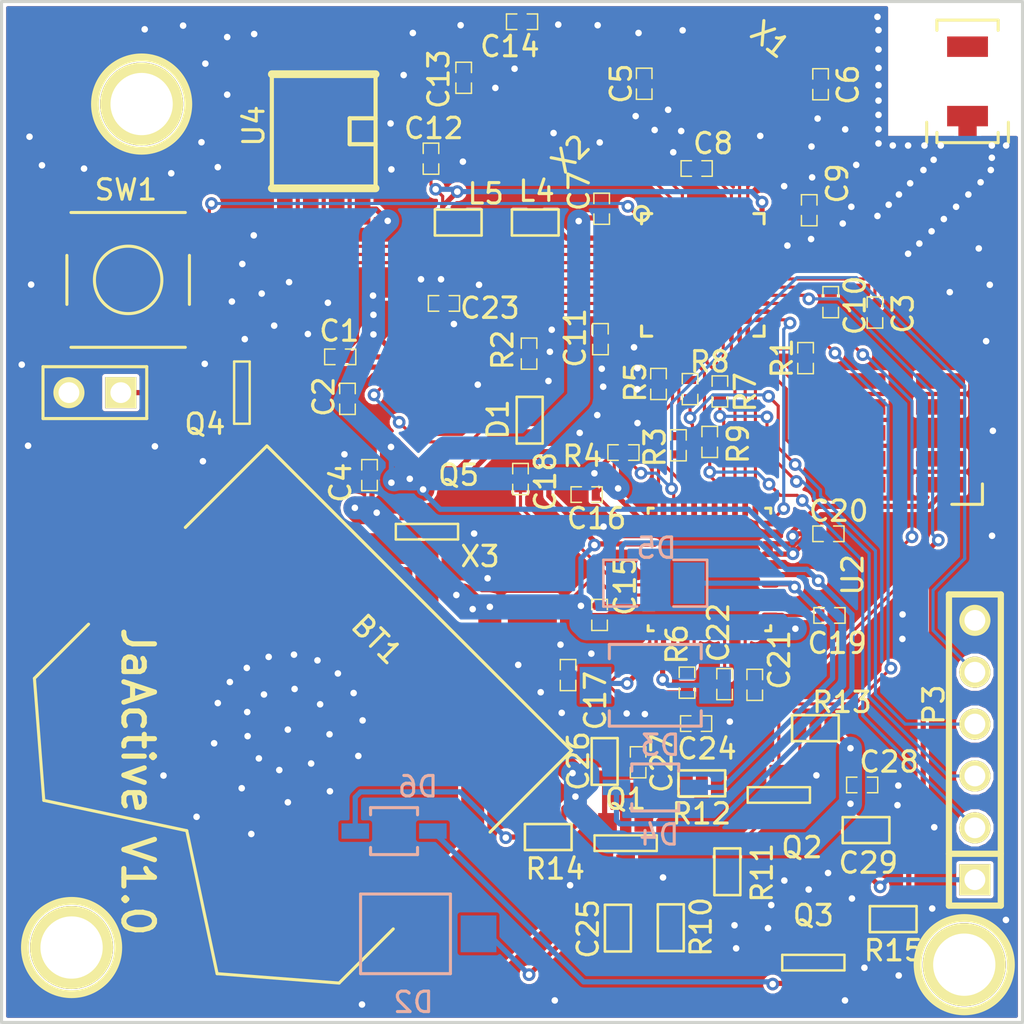
<source format=kicad_pcb>
(kicad_pcb (version 4) (host pcbnew "(2014-12-16 BZR 5324)-product")
  (layers (0 F.Cu signal) (31 B.Cu signal hide) (34 B.Paste user hide) (35 F.Paste user) (36 B.SilkS user hide) (37 F.SilkS user) (38 B.Mask user hide) (39 F.Mask user hide) (44 Edge.Cuts user))
  (net 0 "")
  (net 1 /AFE_ADC_RDY)
  (net 2 /AFE_CLK_OUT)
  (net 3 /AFE_DIAG_END)
  (net 4 /AFE_LED_ALM)
  (net 5 /AFE_PDN)
  (net 6 /AFE_PD_ALM)
  (net 7 /AFE_RESET)
  (net 8 /AFE_SCLK)
  (net 9 /AFE_SPISIMO)
  (net 10 /AFE_SPISOMI)
  (net 11 /AFE_SPISTE)
  (net 12 /ANT1)
  (net 13 /ANT2)
  (net 14 /CHARGE)
  (net 15 /EE_SCL)
  (net 16 /EE_SDA)
  (net 17 /EE_WP)
  (net 18 /INT1)
  (net 19 /INT2)
  (net 20 /LED1)
  (net 21 /LED_ON)
  (net 22 /OUT)
  (net 23 /SA0)
  (net 24 /SCL)
  (net 25 /SDA)
  (net 26 /SW1)
  (net 27 /SWCLK)
  (net 28 /SWDIO)
  (net 29 /VDD_PA)
  (net 30 AVDD)
  (net 31 GND)
  (net 32 N-000001)
  (net 33 N-0000010)
  (net 34 N-0000011)
  (net 35 N-0000012)
  (net 36 N-0000013)
  (net 37 N-0000014)
  (net 38 N-0000016)
  (net 39 N-000002)
  (net 40 N-0000025)
  (net 41 N-0000026)
  (net 42 N-0000027)
  (net 43 N-0000028)
  (net 44 N-000003)
  (net 45 N-0000031)
  (net 46 N-0000032)
  (net 47 N-0000033)
  (net 48 N-0000034)
  (net 49 N-000004)
  (net 50 N-0000041)
  (net 51 N-0000042)
  (net 52 N-0000046)
  (net 53 N-0000047)
  (net 54 N-000005)
  (net 55 N-0000050)
  (net 56 N-0000051)
  (net 57 N-0000052)
  (net 58 N-0000053)
  (net 59 N-0000058)
  (net 60 N-000006)
  (net 61 N-0000060)
  (net 62 N-0000069)
  (net 63 N-0000070)
  (net 64 N-0000080)
  (net 65 N-0000081)
  (net 66 VCC)
  (module VSBM2943 (layer B.Cu) (at 235.92 150.58)
    (fp_text reference D4 (at 0.19 2.32) (layer B.SilkS) (effects (font (thickness 0.1524)) (justify mirror)))
    (fp_text value IR hide)
    (pad 1 smd rect (at -1.9 0) (size 1.35 0.75) (layers B.Cu B.Paste B.Mask) (net 33 N-0000010))
    (pad 2 smd rect (at 1.9 0) (size 1.35 0.75) (layers B.Cu B.Paste B.Mask) (net 34 N-0000011))
  )
  (module VSBM2943 (layer B.Cu) (at 223.13 152.72)
    (fp_text reference D6 (at 1.17 -2.18) (layer B.SilkS) (effects (font (thickness 0.1524)) (justify mirror)))
    (fp_text value LED hide)
    (pad 1 smd rect (at -1.9 0) (size 1.35 0.75) (layers B.Cu B.Paste B.Mask) (net 40 N-0000025))
    (pad 2 smd rect (at 1.9 0) (size 1.35 0.75) (layers B.Cu B.Paste B.Mask) (net 41 N-0000026))
  )
  (module Switch-B3S (layer F.Cu) (at 210.11 125.73)
    (fp_text reference SW1 (at -0.11 -4.41) (layer F.SilkS) (effects (font (thickness 0.1524))))
    (fp_text value SWITCH-4 hide)
    (pad 1 smd rect (at 3.975 2.25) (size 1.55 1.3) (layers F.Cu F.Paste F.Mask) (net 31 GND))
    (pad 2 smd rect (at -3.975 2.25) (size 1.55 1.3) (layers F.Cu F.Paste F.Mask) (net 31 GND))
    (pad 3 smd rect (at 3.975 -2.25) (size 1.55 1.3) (layers F.Cu F.Paste F.Mask) (net 26 /SW1))
    (pad 4 smd rect (at -3.975 -2.25) (size 1.55 1.3) (layers F.Cu F.Paste F.Mask) (net 26 /SW1))
  )
  (module SOT23GDS (layer F.Cu) (at 215.68 131.25 270)
    (fp_text reference Q4 (at 1.54 1.81 360) (layer F.SilkS) (effects (font (thickness 0.1524))))
    (fp_text value MOSFET_P hide)
    (pad S smd rect (at -0.889 -1.016 270) (size 0.9144 0.9144) (layers F.Cu F.Paste F.Mask) (net 66 VCC))
    (pad G smd rect (at 0.889 -1.016 270) (size 0.9144 0.9144) (layers F.Cu F.Paste F.Mask) (net 31 GND))
    (pad D smd rect (at 0 1.016 270) (size 0.9144 0.9144) (layers F.Cu F.Paste F.Mask) (net 51 N-0000042))
  )
  (module SOT23GDS (layer F.Cu) (at 224.74 138.06)
    (fp_text reference Q5 (at 1.55 -2.77) (layer F.SilkS) (effects (font (thickness 0.1524))))
    (fp_text value MOSFET_P hide)
    (pad S smd rect (at -0.889 -1.016) (size 0.9144 0.9144) (layers F.Cu F.Paste F.Mask) (net 66 VCC))
    (pad G smd rect (at 0.889 -1.016) (size 0.9144 0.9144) (layers F.Cu F.Paste F.Mask) (net 31 GND))
    (pad D smd rect (at 0 1.016) (size 0.9144 0.9144) (layers F.Cu F.Paste F.Mask) (net 50 N-0000041))
  )
  (module SOT23GDS (layer F.Cu) (at 243.66 159.16)
    (fp_text reference Q3 (at 0 -2.31) (layer F.SilkS) (effects (font (thickness 0.1524))))
    (fp_text value MOSFET_N hide)
    (pad S smd rect (at -0.889 -1.016) (size 0.9144 0.9144) (layers F.Cu F.Paste F.Mask) (net 31 GND))
    (pad G smd rect (at 0.889 -1.016) (size 0.9144 0.9144) (layers F.Cu F.Paste F.Mask) (net 42 N-0000027))
    (pad D smd rect (at 0 1.016) (size 0.9144 0.9144) (layers F.Cu F.Paste F.Mask) (net 41 N-0000026))
  )
  (module SOT23GDS (layer F.Cu) (at 241.97 150.95 180)
    (fp_text reference Q2 (at -1.13 -2.57 180) (layer F.SilkS) (effects (font (thickness 0.1524))))
    (fp_text value MOSFET_N hide)
    (pad S smd rect (at -0.889 -1.016 180) (size 0.9144 0.9144) (layers F.Cu F.Paste F.Mask) (net 31 GND))
    (pad G smd rect (at 0.889 -1.016 180) (size 0.9144 0.9144) (layers F.Cu F.Paste F.Mask) (net 37 N-0000014))
    (pad D smd rect (at 0 1.016 180) (size 0.9144 0.9144) (layers F.Cu F.Paste F.Mask) (net 22 /OUT))
  )
  (module SOT23GDS (layer F.Cu) (at 234.47 153.31)
    (fp_text reference Q1 (at 0 -2.159) (layer F.SilkS) (effects (font (thickness 0.1524))))
    (fp_text value MOSFET_P hide)
    (pad S smd rect (at -0.889 -1.016) (size 0.9144 0.9144) (layers F.Cu F.Paste F.Mask) (net 66 VCC))
    (pad G smd rect (at 0.889 -1.016) (size 0.9144 0.9144) (layers F.Cu F.Paste F.Mask) (net 43 N-0000028))
    (pad D smd rect (at 0 1.016) (size 0.9144 0.9144) (layers F.Cu F.Paste F.Mask) (net 59 N-0000058))
  )
  (module SOIC8-5.3MM (layer F.Cu) (at 219.68568 118.45144 180)
    (fp_text reference U4 (at 3.42568 0.26144 270) (layer F.SilkS) (effects (font (thickness 0.1524))))
    (fp_text value CAT24M01 hide)
    (pad 1 smd rect (at -1.905 3.81 180) (size 0.762 1.524) (layers F.Cu F.Paste F.Mask))
    (pad 2 smd rect (at -0.635 3.81 180) (size 0.762 1.524) (layers F.Cu F.Paste F.Mask))
    (pad 3 smd rect (at 0.635 3.81 180) (size 0.762 1.524) (layers F.Cu F.Paste F.Mask))
    (pad 4 smd rect (at 1.905 3.81 180) (size 0.762 1.524) (layers F.Cu F.Paste F.Mask) (net 31 GND))
    (pad 8 smd rect (at -1.905 -3.81 180) (size 0.762 1.524) (layers F.Cu F.Paste F.Mask) (net 66 VCC))
    (pad 7 smd rect (at -0.635 -3.81 180) (size 0.762 1.524) (layers F.Cu F.Paste F.Mask) (net 17 /EE_WP))
    (pad 6 smd rect (at 0.635 -3.81 180) (size 0.762 1.524) (layers F.Cu F.Paste F.Mask) (net 15 /EE_SCL))
    (pad 5 smd rect (at 1.905 -3.81 180) (size 0.762 1.524) (layers F.Cu F.Paste F.Mask) (net 16 /EE_SDA))
  )
  (module SM1206 (layer B.Cu) (at 235.92 140.58 180)
    (fp_text reference D5 (at -0.06 1.72 180) (layer B.SilkS) (effects (font (thickness 0.1524)) (justify mirror)))
    (fp_text value RED hide)
    (pad 1 smd rect (at -1.651 0 180) (size 1.524 2.032) (layers B.Cu B.Paste B.Mask) (net 34 N-0000011))
    (pad 2 smd rect (at 1.651 0 180) (size 1.524 2.032) (layers B.Cu B.Paste B.Mask) (net 33 N-0000010))
  )
  (module SM0603 (layer F.Cu) (at 230.0438 122.9193)
    (fp_text reference L4 (at 0.0662 -1.5393) (layer F.SilkS) (effects (font (thickness 0.1524))))
    (fp_text value 10uH hide)
    (pad 1 smd rect (at -0.762 0) (size 0.635 1.143) (layers F.Cu F.Paste F.Mask) (net 56 N-0000051))
    (pad 2 smd rect (at 0.762 0) (size 0.635 1.143) (layers F.Cu F.Paste F.Mask) (net 55 N-0000050))
  )
  (module SM0603 (layer F.Cu) (at 238.2 150.38)
    (fp_text reference R12 (at -0.02 1.49) (layer F.SilkS) (effects (font (thickness 0.1524))))
    (fp_text value "100 k" hide)
    (pad 1 smd rect (at -0.762 0) (size 0.635 1.143) (layers F.Cu F.Paste F.Mask) (net 43 N-0000028))
    (pad 2 smd rect (at 0.762 0) (size 0.635 1.143) (layers F.Cu F.Paste F.Mask) (net 14 /CHARGE))
  )
  (module SM0603 (layer F.Cu) (at 243.76 147.68 180)
    (fp_text reference R13 (at -1.3 1.27 180) (layer F.SilkS) (effects (font (thickness 0.1524))))
    (fp_text value "3 k" hide)
    (pad 1 smd rect (at -0.762 0 180) (size 0.635 1.143) (layers F.Cu F.Paste F.Mask) (net 66 VCC))
    (pad 2 smd rect (at 0.762 0 180) (size 0.635 1.143) (layers F.Cu F.Paste F.Mask) (net 22 /OUT))
  )
  (module SM0603 (layer F.Cu) (at 239.45 154.71 90)
    (fp_text reference R11 (at -0.05 1.7 90) (layer F.SilkS) (effects (font (thickness 0.1524))))
    (fp_text value "100 k" hide)
    (pad 1 smd rect (at -0.762 0 90) (size 0.635 1.143) (layers F.Cu F.Paste F.Mask) (net 59 N-0000058))
    (pad 2 smd rect (at 0.762 0 90) (size 0.635 1.143) (layers F.Cu F.Paste F.Mask) (net 37 N-0000014))
  )
  (module SM0603 (layer F.Cu) (at 234.09 157.47 270)
    (fp_text reference C25 (at 0.04 1.46 270) (layer F.SilkS) (effects (font (thickness 0.1524))))
    (fp_text value "1 nF" hide)
    (pad 1 smd rect (at -0.762 0 270) (size 0.635 1.143) (layers F.Cu F.Paste F.Mask) (net 59 N-0000058))
    (pad 2 smd rect (at 0.762 0 270) (size 0.635 1.143) (layers F.Cu F.Paste F.Mask) (net 31 GND))
  )
  (module SM0603 (layer F.Cu) (at 229.77 132.6 90)
    (fp_text reference D1 (at 0.04 -1.55 90) (layer F.SilkS) (effects (font (thickness 0.1524))))
    (fp_text value LED hide)
    (pad 1 smd rect (at -0.762 0 90) (size 0.635 1.143) (layers F.Cu F.Paste F.Mask) (net 66 VCC))
    (pad 2 smd rect (at 0.762 0 90) (size 0.635 1.143) (layers F.Cu F.Paste F.Mask) (net 49 N-000004))
  )
  (module SM0603 (layer F.Cu) (at 233.44 149.31 90)
    (fp_text reference C26 (at 0.0215 -1.284 90) (layer F.SilkS) (effects (font (thickness 0.1524))))
    (fp_text value "220 nF" hide)
    (pad 1 smd rect (at -0.762 0 90) (size 0.635 1.143) (layers F.Cu F.Paste F.Mask) (net 66 VCC))
    (pad 2 smd rect (at 0.762 0 90) (size 0.635 1.143) (layers F.Cu F.Paste F.Mask) (net 31 GND))
  )
  (module SM0603 (layer F.Cu) (at 236.68 157.45 270)
    (fp_text reference R10 (at -0.04 -1.48 270) (layer F.SilkS) (effects (font (thickness 0.1524))))
    (fp_text value "1 M" hide)
    (pad 1 smd rect (at -0.762 0 270) (size 0.635 1.143) (layers F.Cu F.Paste F.Mask) (net 59 N-0000058))
    (pad 2 smd rect (at 0.762 0 270) (size 0.635 1.143) (layers F.Cu F.Paste F.Mask) (net 31 GND))
  )
  (module SM0603 (layer F.Cu) (at 226.2719 122.9193)
    (fp_text reference L5 (at 1.3481 -1.4093) (layer F.SilkS) (effects (font (thickness 0.1524))))
    (fp_text value 15nH hide)
    (pad 1 smd rect (at -0.762 0) (size 0.635 1.143) (layers F.Cu F.Paste F.Mask) (net 30 AVDD))
    (pad 2 smd rect (at 0.762 0) (size 0.635 1.143) (layers F.Cu F.Paste F.Mask) (net 56 N-0000051))
  )
  (module SM0603 (layer F.Cu) (at 246.24 152.67)
    (fp_text reference C29 (at 0.11 1.61) (layer F.SilkS) (effects (font (thickness 0.1524))))
    (fp_text value "1 nF" hide)
    (pad 1 smd rect (at -0.762 0) (size 0.635 1.143) (layers F.Cu F.Paste F.Mask) (net 66 VCC))
    (pad 2 smd rect (at 0.762 0) (size 0.635 1.143) (layers F.Cu F.Paste F.Mask) (net 31 GND))
  )
  (module SM0603 (layer F.Cu) (at 230.68 153.01 180)
    (fp_text reference R14 (at -0.34 -1.56 180) (layer F.SilkS) (effects (font (thickness 0.1524))))
    (fp_text value R hide)
    (pad 1 smd rect (at -0.762 0 180) (size 0.635 1.143) (layers F.Cu F.Paste F.Mask) (net 66 VCC))
    (pad 2 smd rect (at 0.762 0 180) (size 0.635 1.143) (layers F.Cu F.Paste F.Mask) (net 40 N-0000025))
  )
  (module SM0603 (layer F.Cu) (at 247.57 157.03)
    (fp_text reference R15 (at 0.02 1.54) (layer F.SilkS) (effects (font (thickness 0.1524))))
    (fp_text value R hide)
    (pad 1 smd rect (at -0.762 0) (size 0.635 1.143) (layers F.Cu F.Paste F.Mask) (net 42 N-0000027))
    (pad 2 smd rect (at 0.762 0) (size 0.635 1.143) (layers F.Cu F.Paste F.Mask) (net 21 /LED_ON))
  )
  (module SM0402 (layer F.Cu) (at 239.3148 145.52276 270)
    (fp_text reference C22 (at -2.52076 0.3008 270) (layer F.SilkS) (effects (font (thickness 0.1524))))
    (fp_text value 2.2uF hide)
    (pad 1 smd rect (at -0.44958 0 270) (size 0.39878 0.59944) (layers F.Cu F.Paste F.Mask) (net 36 N-0000013))
    (pad 2 smd rect (at 0.44958 0 270) (size 0.39878 0.59944) (layers F.Cu F.Paste F.Mask) (net 31 GND))
  )
  (module SM0402 (layer F.Cu) (at 237.4733 145.45164 90)
    (fp_text reference R6 (at 1.87814 -0.4913 90) (layer F.SilkS) (effects (font (thickness 0.1524))))
    (fp_text value 1k hide)
    (pad 1 smd rect (at -0.44958 0 90) (size 0.39878 0.59944) (layers F.Cu F.Paste F.Mask) (net 53 N-0000047))
    (pad 2 smd rect (at 0.44958 0 90) (size 0.39878 0.59944) (layers F.Cu F.Paste F.Mask) (net 57 N-0000052))
  )
  (module SM0402 (layer F.Cu) (at 237.92034 147.4557)
    (fp_text reference C24 (at 0.52966 1.2343) (layer F.SilkS) (effects (font (thickness 0.1524))))
    (fp_text value "0.01 uF" hide)
    (pad 1 smd rect (at -0.44958 0) (size 0.39878 0.59944) (layers F.Cu F.Paste F.Mask) (net 53 N-0000047))
    (pad 2 smd rect (at 0.44958 0) (size 0.39878 0.59944) (layers F.Cu F.Paste F.Mask) (net 31 GND))
  )
  (module SM0402 (layer F.Cu) (at 237.0542 133.8286 270)
    (fp_text reference R3 (at 0.0929 1.1517 270) (layer F.SilkS) (effects (font (thickness 0.1524))))
    (fp_text value 4.7k hide)
    (pad 1 smd rect (at -0.44958 0 270) (size 0.39878 0.59944) (layers F.Cu F.Paste F.Mask) (net 45 N-0000031))
    (pad 2 smd rect (at 0.44958 0 270) (size 0.39878 0.59944) (layers F.Cu F.Paste F.Mask) (net 11 /AFE_SPISTE))
  )
  (module SM0402 (layer F.Cu) (at 239.08366 131.19208 270)
    (fp_text reference R7 (at 0.03792 -1.24634 270) (layer F.SilkS) (effects (font (thickness 0.1524))))
    (fp_text value 4.7k hide)
    (pad 1 smd rect (at -0.44958 0 270) (size 0.39878 0.59944) (layers F.Cu F.Paste F.Mask) (net 48 N-0000034))
    (pad 2 smd rect (at 0.44958 0 270) (size 0.39878 0.59944) (layers F.Cu F.Paste F.Mask) (net 8 /AFE_SCLK))
  )
  (module SM0402 (layer F.Cu) (at 237.62316 131.07778 270)
    (fp_text reference R8 (at -1.33778 -0.96684 360) (layer F.SilkS) (effects (font (thickness 0.1524))))
    (fp_text value 4.7k hide)
    (pad 1 smd rect (at -0.44958 0 270) (size 0.39878 0.59944) (layers F.Cu F.Paste F.Mask) (net 46 N-0000032))
    (pad 2 smd rect (at 0.44958 0 270) (size 0.39878 0.59944) (layers F.Cu F.Paste F.Mask) (net 9 /AFE_SPISIMO))
  )
  (module SM0402 (layer F.Cu) (at 238.58582 133.6635 270)
    (fp_text reference R9 (at 0.0965 -1.39418 270) (layer F.SilkS) (effects (font (thickness 0.1524))))
    (fp_text value 4.7k hide)
    (pad 1 smd rect (at -0.44958 0 270) (size 0.39878 0.59944) (layers F.Cu F.Paste F.Mask) (net 47 N-0000033))
    (pad 2 smd rect (at 0.44958 0 270) (size 0.39878 0.59944) (layers F.Cu F.Paste F.Mask) (net 10 /AFE_SPISOMI))
  )
  (module SM0402 (layer F.Cu) (at 225.5734 126.8817)
    (fp_text reference C23 (at 2.2466 0.2283) (layer F.SilkS) (effects (font (thickness 0.1524))))
    (fp_text value "4.7 uF" hide)
    (pad 1 smd rect (at -0.44958 0) (size 0.39878 0.59944) (layers F.Cu F.Paste F.Mask) (net 66 VCC))
    (pad 2 smd rect (at 0.44958 0) (size 0.39878 0.59944) (layers F.Cu F.Paste F.Mask) (net 31 GND))
  )
  (module SM0402 (layer F.Cu) (at 220.849 131.5553 270)
    (fp_text reference C2 (at -0.1053 1.159 270) (layer F.SilkS) (effects (font (thickness 0.1524))))
    (fp_text value "0.1 uF" hide)
    (pad 1 smd rect (at -0.44958 0 270) (size 0.39878 0.59944) (layers F.Cu F.Paste F.Mask) (net 61 N-0000060))
    (pad 2 smd rect (at 0.44958 0 270) (size 0.39878 0.59944) (layers F.Cu F.Paste F.Mask) (net 31 GND))
  )
  (module SM0402 (layer F.Cu) (at 220.4934 129.4979 180)
    (fp_text reference C1 (at 0.0434 1.2679 180) (layer F.SilkS) (effects (font (thickness 0.1524))))
    (fp_text value "0.1 uF" hide)
    (pad 1 smd rect (at -0.44958 0 180) (size 0.39878 0.59944) (layers F.Cu F.Paste F.Mask) (net 66 VCC))
    (pad 2 smd rect (at 0.44958 0 180) (size 0.39878 0.59944) (layers F.Cu F.Paste F.Mask) (net 31 GND))
  )
  (module SM0402 (layer F.Cu) (at 246.05 150.46)
    (fp_text reference C28 (at 1.32 -1.13) (layer F.SilkS) (effects (font (thickness 0.1524))))
    (fp_text value "1 uF" hide)
    (pad 1 smd rect (at -0.44958 0) (size 0.39878 0.59944) (layers F.Cu F.Paste F.Mask) (net 66 VCC))
    (pad 2 smd rect (at 0.44958 0) (size 0.39878 0.59944) (layers F.Cu F.Paste F.Mask) (net 31 GND))
  )
  (module SM0402 (layer F.Cu) (at 235.08 149.35 90)
    (fp_text reference C27 (at -0.04 1.16 90) (layer F.SilkS) (effects (font (thickness 0.1524))))
    (fp_text value "1 uF" hide)
    (pad 1 smd rect (at -0.44958 0 90) (size 0.39878 0.59944) (layers F.Cu F.Paste F.Mask) (net 66 VCC))
    (pad 2 smd rect (at 0.44958 0 90) (size 0.39878 0.59944) (layers F.Cu F.Paste F.Mask) (net 31 GND))
  )
  (module SM0402 (layer F.Cu) (at 233.23404 128.63176 270)
    (fp_text reference C11 (at -0.06176 1.23404 270) (layer F.SilkS) (effects (font (thickness 0.1524))))
    (fp_text value 0.1uF hide)
    (pad 1 smd rect (at -0.44958 0 270) (size 0.39878 0.59944) (layers F.Cu F.Paste F.Mask) (net 66 VCC))
    (pad 2 smd rect (at 0.44958 0 270) (size 0.39878 0.59944) (layers F.Cu F.Paste F.Mask) (net 31 GND))
  )
  (module SM0402 (layer F.Cu) (at 246.67572 127.32874 270)
    (fp_text reference C3 (at 0.05126 -1.37428 270) (layer F.SilkS) (effects (font (thickness 0.1524))))
    (fp_text value 2.2nF hide)
    (pad 1 smd rect (at -0.44958 0 270) (size 0.39878 0.59944) (layers F.Cu F.Paste F.Mask) (net 29 /VDD_PA))
    (pad 2 smd rect (at 0.44958 0 270) (size 0.39878 0.59944) (layers F.Cu F.Paste F.Mask) (net 31 GND))
  )
  (module SM0402 (layer F.Cu) (at 229.74 129.34 90)
    (fp_text reference R2 (at 0.18 -1.29 90) (layer F.SilkS) (effects (font (thickness 0.1524))))
    (fp_text value 100R hide)
    (pad 1 smd rect (at -0.44958 0 90) (size 0.39878 0.59944) (layers F.Cu F.Paste F.Mask) (net 49 N-000004))
    (pad 2 smd rect (at 0.44958 0 90) (size 0.39878 0.59944) (layers F.Cu F.Paste F.Mask) (net 20 /LED1))
  )
  (module SM0402 (layer F.Cu) (at 243.45754 122.31986 90)
    (fp_text reference C9 (at 1.30986 1.38246 90) (layer F.SilkS) (effects (font (thickness 0.1524))))
    (fp_text value 1nF hide)
    (pad 1 smd rect (at -0.44958 0 90) (size 0.39878 0.59944) (layers F.Cu F.Paste F.Mask) (net 30 AVDD))
    (pad 2 smd rect (at 0.44958 0 90) (size 0.39878 0.59944) (layers F.Cu F.Paste F.Mask) (net 31 GND))
  )
  (module SM0402 (layer F.Cu) (at 221.93 135.29 90)
    (fp_text reference C4 (at -0.37 -1.42 90) (layer F.SilkS) (effects (font (thickness 0.1524))))
    (fp_text value 4.7uF hide)
    (pad 1 smd rect (at -0.44958 0 90) (size 0.39878 0.59944) (layers F.Cu F.Paste F.Mask) (net 66 VCC))
    (pad 2 smd rect (at 0.44958 0 90) (size 0.39878 0.59944) (layers F.Cu F.Paste F.Mask) (net 31 GND))
  )
  (module SM0402 (layer F.Cu) (at 244.0138 116.1502 90)
    (fp_text reference C6 (at -0.0198 1.3462 90) (layer F.SilkS) (effects (font (thickness 0.1524))))
    (fp_text value 20pF hide)
    (pad 1 smd rect (at -0.44958 0 90) (size 0.39878 0.59944) (layers F.Cu F.Paste F.Mask) (net 31 GND))
    (pad 2 smd rect (at 0.44958 0 90) (size 0.39878 0.59944) (layers F.Cu F.Paste F.Mask) (net 62 N-0000069))
  )
  (module SM0402 (layer F.Cu) (at 235.3778 116.1248 90)
    (fp_text reference C5 (at 0.0048 -1.1278 90) (layer F.SilkS) (effects (font (thickness 0.1524))))
    (fp_text value 20pF hide)
    (pad 1 smd rect (at -0.44958 0 90) (size 0.39878 0.59944) (layers F.Cu F.Paste F.Mask) (net 31 GND))
    (pad 2 smd rect (at 0.44958 0 90) (size 0.39878 0.59944) (layers F.Cu F.Paste F.Mask) (net 63 N-0000070))
  )
  (module SM0402 (layer F.Cu) (at 243.28 129.56 270)
    (fp_text reference R1 (at 0 1.15 270) (layer F.SilkS) (effects (font (thickness 0.1524))))
    (fp_text value 12K hide)
    (pad 1 smd rect (at -0.44958 0 270) (size 0.39878 0.59944) (layers F.Cu F.Paste F.Mask) (net 27 /SWCLK))
    (pad 2 smd rect (at 0.44958 0 270) (size 0.39878 0.59944) (layers F.Cu F.Paste F.Mask) (net 31 GND))
  )
  (module SM0402 (layer F.Cu) (at 237.94574 120.27516 180)
    (fp_text reference C8 (at -0.80426 1.22516 180) (layer F.SilkS) (effects (font (thickness 0.1524))))
    (fp_text value 0.1uF hide)
    (pad 1 smd rect (at -0.44958 0 180) (size 0.39878 0.59944) (layers F.Cu F.Paste F.Mask) (net 44 N-000003))
    (pad 2 smd rect (at 0.44958 0 180) (size 0.39878 0.59944) (layers F.Cu F.Paste F.Mask) (net 31 GND))
  )
  (module SM0402 (layer F.Cu) (at 226.5386 115.8327 270)
    (fp_text reference C13 (at 0.0673 1.2186 270) (layer F.SilkS) (effects (font (thickness 0.1524))))
    (fp_text value 20pF hide)
    (pad 1 smd rect (at -0.44958 0 270) (size 0.39878 0.59944) (layers F.Cu F.Paste F.Mask) (net 31 GND))
    (pad 2 smd rect (at 0.44958 0 270) (size 0.39878 0.59944) (layers F.Cu F.Paste F.Mask) (net 64 N-0000080))
  )
  (module SM0402 (layer F.Cu) (at 229.3961 113.0895)
    (fp_text reference C14 (at -0.5961 1.2105) (layer F.SilkS) (effects (font (thickness 0.1524))))
    (fp_text value 20pF hide)
    (pad 1 smd rect (at -0.44958 0) (size 0.39878 0.59944) (layers F.Cu F.Paste F.Mask) (net 31 GND))
    (pad 2 smd rect (at 0.44958 0) (size 0.39878 0.59944) (layers F.Cu F.Paste F.Mask) (net 65 N-0000081))
  )
  (module SM0402 (layer F.Cu) (at 244.51 126.82 270)
    (fp_text reference C10 (at 0.16 -1.19 270) (layer F.SilkS) (effects (font (thickness 0.1524))))
    (fp_text value 47nF hide)
    (pad 1 smd rect (at -0.44958 0 270) (size 0.39878 0.59944) (layers F.Cu F.Paste F.Mask) (net 60 N-000006))
    (pad 2 smd rect (at 0.44958 0 270) (size 0.39878 0.59944) (layers F.Cu F.Paste F.Mask) (net 31 GND))
  )
  (module SM0402 (layer F.Cu) (at 232.5584 136.2416 180)
    (fp_text reference C16 (at -0.4866 -1.1724 180) (layer F.SilkS) (effects (font (thickness 0.1524))))
    (fp_text value "0.1 uF" hide)
    (pad 1 smd rect (at -0.44958 0 180) (size 0.39878 0.59944) (layers F.Cu F.Paste F.Mask) (net 66 VCC))
    (pad 2 smd rect (at 0.44958 0 180) (size 0.39878 0.59944) (layers F.Cu F.Paste F.Mask) (net 31 GND))
  )
  (module SM0402 (layer F.Cu) (at 233.295 122.2462 90)
    (fp_text reference C7 (at 0.8662 -1.105 90) (layer F.SilkS) (effects (font (thickness 0.1524))))
    (fp_text value 4.7uF hide)
    (pad 1 smd rect (at -0.44958 0 90) (size 0.39878 0.59944) (layers F.Cu F.Paste F.Mask) (net 66 VCC))
    (pad 2 smd rect (at 0.44958 0 90) (size 0.39878 0.59944) (layers F.Cu F.Paste F.Mask) (net 31 GND))
  )
  (module SM0402 (layer F.Cu) (at 224.9384 119.7951 90)
    (fp_text reference C12 (at 1.4851 0.1316 180) (layer F.SilkS) (effects (font (thickness 0.1524))))
    (fp_text value 1uF hide)
    (pad 1 smd rect (at -0.44958 0 90) (size 0.39878 0.59944) (layers F.Cu F.Paste F.Mask) (net 30 AVDD))
    (pad 2 smd rect (at 0.44958 0 90) (size 0.39878 0.59944) (layers F.Cu F.Paste F.Mask) (net 31 GND))
  )
  (module SM0402 (layer F.Cu) (at 233.1934 142.1344 90)
    (fp_text reference C15 (at 1.4184 1.2486 90) (layer F.SilkS) (effects (font (thickness 0.1524))))
    (fp_text value 0.1uF hide)
    (pad 1 smd rect (at -0.44958 0 90) (size 0.39878 0.59944) (layers F.Cu F.Paste F.Mask) (net 31 GND))
    (pad 2 smd rect (at 0.44958 0 90) (size 0.39878 0.59944) (layers F.Cu F.Paste F.Mask) (net 66 VCC))
  )
  (module SM0402 (layer F.Cu) (at 240.79054 145.55832 270)
    (fp_text reference C21 (at -1.22282 -1.20796 270) (layer F.SilkS) (effects (font (thickness 0.1524))))
    (fp_text value 2.2uF hide)
    (pad 1 smd rect (at -0.44958 0 270) (size 0.39878 0.59944) (layers F.Cu F.Paste F.Mask) (net 52 N-0000046))
    (pad 2 smd rect (at 0.44958 0 270) (size 0.39878 0.59944) (layers F.Cu F.Paste F.Mask) (net 31 GND))
  )
  (module SM0402 (layer F.Cu) (at 229.32 135.48 90)
    (fp_text reference C18 (at -0.13 1.22 90) (layer F.SilkS) (effects (font (thickness 0.1524))))
    (fp_text value 33p hide)
    (pad 1 smd rect (at -0.44958 0 90) (size 0.39878 0.59944) (layers F.Cu F.Paste F.Mask) (net 39 N-000002))
    (pad 2 smd rect (at 0.44958 0 90) (size 0.39878 0.59944) (layers F.Cu F.Paste F.Mask) (net 31 GND))
  )
  (module SM0402 (layer F.Cu) (at 231.65 145.08 90)
    (fp_text reference C17 (at -1.25 1.34 90) (layer F.SilkS) (effects (font (thickness 0.1524))))
    (fp_text value 33p hide)
    (pad 1 smd rect (at -0.44958 0 90) (size 0.39878 0.59944) (layers F.Cu F.Paste F.Mask) (net 31 GND))
    (pad 2 smd rect (at 0.44958 0 90) (size 0.39878 0.59944) (layers F.Cu F.Paste F.Mask) (net 32 N-000001))
  )
  (module SM0402 (layer F.Cu) (at 244.45068 142.1598)
    (fp_text reference C19 (at 0.37932 1.3602) (layer F.SilkS) (effects (font (thickness 0.1524))))
    (fp_text value 0.1uF hide)
    (pad 1 smd rect (at -0.44958 0) (size 0.39878 0.59944) (layers F.Cu F.Paste F.Mask) (net 66 VCC))
    (pad 2 smd rect (at 0.44958 0) (size 0.39878 0.59944) (layers F.Cu F.Paste F.Mask) (net 31 GND))
  )
  (module SM0402 (layer F.Cu) (at 244.39988 138.16184)
    (fp_text reference C20 (at 0.50012 -1.11184) (layer F.SilkS) (effects (font (thickness 0.1524))))
    (fp_text value 1uF hide)
    (pad 1 smd rect (at -0.44958 0) (size 0.39878 0.59944) (layers F.Cu F.Paste F.Mask) (net 66 VCC))
    (pad 2 smd rect (at 0.44958 0) (size 0.39878 0.59944) (layers F.Cu F.Paste F.Mask) (net 31 GND))
  )
  (module SM0402 (layer F.Cu) (at 236.07884 130.82632 90)
    (fp_text reference R5 (at 0.07982 -1.12884 270) (layer F.SilkS) (effects (font (thickness 0.1524))))
    (fp_text value 10 hide)
    (pad 1 smd rect (at -0.44958 0 90) (size 0.39878 0.59944) (layers F.Cu F.Paste F.Mask) (net 38 N-0000016))
    (pad 2 smd rect (at 0.44958 0 90) (size 0.39878 0.59944) (layers F.Cu F.Paste F.Mask) (net 2 /AFE_CLK_OUT))
  )
  (module SM0402 (layer F.Cu) (at 234.3618 134.1842)
    (fp_text reference R4 (at -2.0118 0.1758) (layer F.SilkS) (effects (font (thickness 0.1524))))
    (fp_text value 10k hide)
    (pad 1 smd rect (at -0.44958 0) (size 0.39878 0.59944) (layers F.Cu F.Paste F.Mask) (net 66 VCC))
    (pad 2 smd rect (at 0.44958 0) (size 0.39878 0.59944) (layers F.Cu F.Paste F.Mask) (net 7 /AFE_RESET))
  )
  (module QFN40-AFE4400-noVias (layer F.Cu) (at 238.57312 139.90936 90)
    (fp_text reference U2 (at -0.26064 7.01688 90) (layer F.SilkS) (effects (font (thickness 0.1524))))
    (fp_text value AFE4400 hide)
    (pad 2 smd oval (at -2.975 -1.75 90) (size 0.85 0.28) (layers F.Cu F.Paste F.Mask) (net 35 N-0000012))
    (pad 41 smd rect (at 0 0 90) (size 4.15 4.15) (layers F.Cu F.Paste F.Mask) (net 31 GND))
    (pad 1 smd oval (at -2.975 -2.25 90) (size 0.85 0.28) (layers F.Cu F.Paste F.Mask) (net 58 N-0000053))
    (pad 3 smd oval (at -2.975 -1.25 90) (size 0.85 0.28) (layers F.Cu F.Paste F.Mask) (net 31 GND))
    (pad 4 smd oval (at -2.975 -0.75 90) (size 0.85 0.28) (layers F.Cu F.Paste F.Mask) (net 57 N-0000052))
    (pad 5 smd oval (at -2.975 -0.25 90) (size 0.85 0.28) (layers F.Cu F.Paste F.Mask))
    (pad 6 smd oval (at -2.975 0.25 90) (size 0.85 0.28) (layers F.Cu F.Paste F.Mask))
    (pad 7 smd oval (at -2.975 0.75 90) (size 0.85 0.28) (layers F.Cu F.Paste F.Mask) (net 36 N-0000013))
    (pad 8 smd oval (at -2.975 1.25 90) (size 0.85 0.28) (layers F.Cu F.Paste F.Mask) (net 31 GND))
    (pad 9 smd oval (at -2.975 1.75 90) (size 0.85 0.28) (layers F.Cu F.Paste F.Mask) (net 52 N-0000046))
    (pad 10 smd oval (at -2.975 2.25 90) (size 0.85 0.28) (layers F.Cu F.Paste F.Mask))
    (pad 11 smd oval (at -2.25 2.975 90) (size 0.28 0.85) (layers F.Cu F.Paste F.Mask) (net 66 VCC))
    (pad 12 smd oval (at -1.75 2.975 90) (size 0.28 0.85) (layers F.Cu F.Paste F.Mask) (net 31 GND))
    (pad 13 smd oval (at -1.25 2.975 90) (size 0.28 0.85) (layers F.Cu F.Paste F.Mask) (net 31 GND))
    (pad 14 smd oval (at -0.75 2.975 90) (size 0.28 0.85) (layers F.Cu F.Paste F.Mask) (net 34 N-0000011))
    (pad 15 smd oval (at -0.25 2.975 90) (size 0.28 0.85) (layers F.Cu F.Paste F.Mask) (net 33 N-0000010))
    (pad 16 smd oval (at 0.25 2.975 90) (size 0.28 0.85) (layers F.Cu F.Paste F.Mask) (net 31 GND))
    (pad 17 smd oval (at 0.75 2.975 90) (size 0.28 0.85) (layers F.Cu F.Paste F.Mask) (net 66 VCC))
    (pad 18 smd oval (at 1.25 2.975 90) (size 0.28 0.85) (layers F.Cu F.Paste F.Mask) (net 66 VCC))
    (pad 19 smd oval (at 1.75 2.975 90) (size 0.28 0.85) (layers F.Cu F.Paste F.Mask) (net 31 GND))
    (pad 20 smd oval (at 2.25 2.975 90) (size 0.28 0.85) (layers F.Cu F.Paste F.Mask) (net 5 /AFE_PDN))
    (pad 21 smd oval (at 2.975 2.25 90) (size 0.85 0.28) (layers F.Cu F.Paste F.Mask) (net 3 /AFE_DIAG_END))
    (pad 22 smd oval (at 2.975 1.75 90) (size 0.85 0.28) (layers F.Cu F.Paste F.Mask) (net 4 /AFE_LED_ALM))
    (pad 23 smd oval (at 2.975 1.25 90) (size 0.85 0.28) (layers F.Cu F.Paste F.Mask) (net 6 /AFE_PD_ALM))
    (pad 24 smd oval (at 2.975 0.75 90) (size 0.85 0.28) (layers F.Cu F.Paste F.Mask) (net 8 /AFE_SCLK))
    (pad 25 smd oval (at 2.975 0.25 90) (size 0.85 0.28) (layers F.Cu F.Paste F.Mask) (net 10 /AFE_SPISOMI))
    (pad 26 smd oval (at 2.975 -0.25 90) (size 0.85 0.28) (layers F.Cu F.Paste F.Mask) (net 9 /AFE_SPISIMO))
    (pad 27 smd oval (at 2.975 -0.75 90) (size 0.85 0.28) (layers F.Cu F.Paste F.Mask) (net 11 /AFE_SPISTE))
    (pad 28 smd oval (at 2.975 -1.25 90) (size 0.85 0.28) (layers F.Cu F.Paste F.Mask) (net 1 /AFE_ADC_RDY))
    (pad 29 smd oval (at 2.975 -1.75 90) (size 0.85 0.28) (layers F.Cu F.Paste F.Mask) (net 7 /AFE_RESET))
    (pad 30 smd oval (at 2.975 -2.25 90) (size 0.85 0.28) (layers F.Cu F.Paste F.Mask) (net 38 N-0000016))
    (pad 31 smd oval (at 2.25 -2.975 90) (size 0.28 0.85) (layers F.Cu F.Paste F.Mask) (net 66 VCC))
    (pad 32 smd oval (at 1.75 -2.975 90) (size 0.28 0.85) (layers F.Cu F.Paste F.Mask) (net 31 GND))
    (pad 33 smd oval (at 1.25 -2.975 90) (size 0.28 0.85) (layers F.Cu F.Paste F.Mask) (net 66 VCC))
    (pad 34 smd oval (at 0.75 -2.975 90) (size 0.28 0.85) (layers F.Cu F.Paste F.Mask))
    (pad 35 smd oval (at 0.25 -2.975 90) (size 0.28 0.85) (layers F.Cu F.Paste F.Mask))
    (pad 36 smd oval (at -0.25 -2.975 90) (size 0.28 0.85) (layers F.Cu F.Paste F.Mask) (net 31 GND))
    (pad 37 smd oval (at -0.75 -2.975 90) (size 0.28 0.85) (layers F.Cu F.Paste F.Mask) (net 39 N-000002))
    (pad 38 smd oval (at -1.25 -2.975 90) (size 0.28 0.85) (layers F.Cu F.Paste F.Mask) (net 32 N-000001))
    (pad 39 smd oval (at -1.75 -2.975 90) (size 0.28 0.85) (layers F.Cu F.Paste F.Mask) (net 66 VCC))
    (pad 40 smd oval (at -2.25 -2.975 90) (size 0.28 0.85) (layers F.Cu F.Paste F.Mask) (net 31 GND))
  )
  (module PIN_ARRAY_2X1 (layer F.Cu) (at 208.48 131.25 180)
    (fp_text reference P2 hide)
    (fp_text value CONN_2 hide)
    (pad 1 thru_hole rect (at -1.27 0 180) (size 1.524 1.524) (drill 1.016) (layers *.Cu *.Mask F.SilkS) (net 51 N-0000042))
    (pad 2 thru_hole circle (at 1.27 0 180) (size 1.524 1.524) (drill 1.016) (layers *.Cu *.Mask F.SilkS) (net 31 GND))
  )
  (module PIN_ARRAY-6X1 (layer F.Cu) (at 251.57 148.75 90)
    (fp_text reference P3 (at 2.22 -2.01 90) (layer F.SilkS) (effects (font (thickness 0.1524))))
    (fp_text value CONN_3X2 hide)
    (pad 1 thru_hole rect (at -6.35 0 90) (size 1.524 1.524) (drill 1.016) (layers *.Cu *.Mask F.SilkS) (net 66 VCC))
    (pad 2 thru_hole circle (at -3.81 0 90) (size 1.524 1.524) (drill 1.016) (layers *.Cu *.Mask F.SilkS) (net 10 /AFE_SPISOMI))
    (pad 3 thru_hole circle (at -1.27 0 90) (size 1.524 1.524) (drill 1.016) (layers *.Cu *.Mask F.SilkS) (net 8 /AFE_SCLK))
    (pad 4 thru_hole circle (at 1.27 0 90) (size 1.524 1.524) (drill 1.016) (layers *.Cu *.Mask F.SilkS) (net 9 /AFE_SPISIMO))
    (pad 5 thru_hole circle (at 3.81 0 90) (size 1.524 1.524) (drill 1.016) (layers *.Cu *.Mask F.SilkS) (net 7 /AFE_RESET))
    (pad 6 thru_hole circle (at 6.35 0 90) (size 1.524 1.524) (drill 1.016) (layers *.Cu *.Mask F.SilkS) (net 31 GND))
  )
  (module PIN-5x2-50MIL (layer F.Cu) (at 247.94 133.22 90)
    (fp_text reference P1 hide)
    (fp_text value CONN_5X2 hide)
    (pad 3 smd rect (at 0 1.95 90) (size 0.76 2.4) (layers F.Cu F.Paste F.Mask) (net 31 GND))
    (pad 4 smd rect (at 1.27 1.95 90) (size 0.76 2.4) (layers F.Cu F.Paste F.Mask))
    (pad 5 smd rect (at 2.54 1.95 90) (size 0.76 2.4) (layers F.Cu F.Paste F.Mask))
    (pad 1 smd rect (at -2.54 1.95 90) (size 0.76 2.4) (layers F.Cu F.Paste F.Mask) (net 66 VCC))
    (pad 2 smd rect (at -1.27 1.95 90) (size 0.76 2.4) (layers F.Cu F.Paste F.Mask))
    (pad 6 smd rect (at 2.54 -1.95 90) (size 0.76 2.4) (layers F.Cu F.Paste F.Mask))
    (pad 7 smd rect (at 1.27 -1.95 90) (size 0.76 2.4) (layers F.Cu F.Paste F.Mask))
    (pad 8 smd rect (at 0 -1.95 90) (size 0.76 2.4) (layers F.Cu F.Paste F.Mask))
    (pad 9 smd rect (at -1.27 -1.95 90) (size 0.76 2.4) (layers F.Cu F.Paste F.Mask) (net 27 /SWCLK))
    (pad 10 smd rect (at -2.54 -1.95 90) (size 0.76 2.4) (layers F.Cu F.Paste F.Mask) (net 28 /SWDIO))
  )
  (module MMA8452Q (layer F.Cu) (at 224.6082 130.5012)
    (fp_text reference U3 hide)
    (fp_text value MMA8452Q hide)
    (pad 1 smd rect (at -1.275 -1) (size 0.813 0.305) (layers F.Cu F.Paste F.Mask) (net 66 VCC))
    (pad 2 smd rect (at -1.275 -0.5) (size 0.813 0.305) (layers F.Cu F.Paste F.Mask) (net 61 N-0000060))
    (pad 3 smd rect (at -1.275 0) (size 0.813 0.305) (layers F.Cu F.Paste F.Mask))
    (pad 4 smd rect (at -1.275 0.5) (size 0.813 0.305) (layers F.Cu F.Paste F.Mask) (net 24 /SCL))
    (pad 5 smd rect (at -1.275 1) (size 0.813 0.305) (layers F.Cu F.Paste F.Mask) (net 31 GND))
    (pad 6 smd rect (at -0.5 1.275 90) (size 0.813 0.305) (layers F.Cu F.Paste F.Mask) (net 25 /SDA))
    (pad 7 smd rect (at 0 1.275 90) (size 0.813 0.305) (layers F.Cu F.Paste F.Mask) (net 23 /SA0))
    (pad 8 smd rect (at 0.5 1.275 90) (size 0.813 0.305) (layers F.Cu F.Paste F.Mask))
    (pad 9 smd rect (at 1.275 1) (size 0.813 0.305) (layers F.Cu F.Paste F.Mask) (net 19 /INT2))
    (pad 10 smd rect (at 1.275 0.5) (size 0.813 0.305) (layers F.Cu F.Paste F.Mask) (net 31 GND))
    (pad 11 smd rect (at 1.275 0) (size 0.813 0.305) (layers F.Cu F.Paste F.Mask) (net 18 /INT1))
    (pad 12 smd rect (at 1.275 -0.5) (size 0.813 0.305) (layers F.Cu F.Paste F.Mask) (net 31 GND))
    (pad 13 smd rect (at 1.275 -1) (size 0.813 0.305) (layers F.Cu F.Paste F.Mask))
    (pad 14 smd rect (at 0.5 -1.275 90) (size 0.813 0.305) (layers F.Cu F.Paste F.Mask) (net 66 VCC))
    (pad 15 smd rect (at 0 -1.275 90) (size 0.813 0.305) (layers F.Cu F.Paste F.Mask))
    (pad 16 smd rect (at -0.5 -1.275 90) (size 0.813 0.305) (layers F.Cu F.Paste F.Mask))
  )
  (module BALUNJOHANSON-2450BM14A0002 (layer F.Cu) (at 246.67572 124.4306)
    (fp_text reference B1 hide)
    (fp_text value "Balun Johanson 2450BM14A0002" hide)
    (pad 1 smd rect (at 0.5 -0.425 90) (size 0.55 0.25) (layers F.Cu F.Paste F.Mask) (net 54 N-000005))
    (pad 2 smd rect (at 0 -0.425 90) (size 0.55 0.25) (layers F.Cu F.Paste F.Mask) (net 31 GND))
    (pad 3 smd rect (at -0.5 -0.425 90) (size 0.55 0.25) (layers F.Cu F.Paste F.Mask) (net 13 /ANT2))
    (pad 4 smd rect (at -0.5 0.425 90) (size 0.55 0.25) (layers F.Cu F.Paste F.Mask) (net 12 /ANT1))
    (pad 5 smd rect (at 0 0.425 90) (size 0.55 0.25) (layers F.Cu F.Paste F.Mask) (net 29 /VDD_PA))
    (pad 6 smd rect (at 0.5 0.425 90) (size 0.55 0.25) (layers F.Cu F.Paste F.Mask))
  )
  (module ANTENNA-JOHANSON-2.45GHZ (layer F.Cu) (at 251.21 116.01 270)
    (fp_text reference U1 hide)
    (fp_text value "ANTENNA Johanson 2450AT18A100E" hide)
    (pad 1 smd rect (at 1.69926 0 270) (size 1.00076 1.99898) (layers F.Cu F.Paste F.Mask) (net 54 N-000005))
    (pad 2 smd rect (at -1.69926 0 270) (size 1.00076 1.99898) (layers F.Cu F.Paste F.Mask))
  )
  (module 8MHzCrystal (layer F.Cu) (at 229.9 140.21 90)
    (fp_text reference X3 (at 0.94 -2.56 180) (layer F.SilkS) (effects (font (thickness 0.1524))))
    (fp_text value "8 MHz" hide)
    (pad 1 smd rect (at -1.85 0 90) (size 1.7 2.4) (layers F.Cu F.Paste F.Mask) (net 32 N-000001))
    (pad 2 smd rect (at 1.85 0 90) (size 1.7 2.4) (layers F.Cu F.Paste F.Mask) (net 39 N-000002))
  )
  (module 32768kHz_Crystal (layer F.Cu) (at 230.13524 117.38972 225)
    (fp_text reference X2 (at 0.371599 -2.697641 225) (layer F.SilkS) (effects (font (thickness 0.1524))))
    (fp_text value "32.768 kHz" hide)
    (pad 1 smd rect (at 2.1 0 225) (size 1.3 2.2) (layers F.Cu F.Paste F.Mask) (net 64 N-0000080))
    (pad 2 smd rect (at -2.1 0 225) (size 1.3 2.2) (layers F.Cu F.Paste F.Mask) (net 65 N-0000081))
  )
  (module 16Mhz_crystal (layer F.Cu) (at 239.8736 115.6803 142)
    (fp_text reference X1 (at -0.254019 2.381553 142) (layer F.SilkS) (effects (font (thickness 0.1524))))
    (fp_text value 16.000MHZ hide)
    (pad 1 smd rect (at -1.1 0.85 142) (size 1.4 1.2) (layers F.Cu F.Paste F.Mask) (net 62 N-0000069))
    (pad 3 smd rect (at 1.1 0.85 142) (size 1.4 1.2) (layers F.Cu F.Paste F.Mask))
    (pad 2 smd rect (at 1.1 -0.85 142) (size 1.4 1.2) (layers F.Cu F.Paste F.Mask) (net 63 N-0000070))
    (pad 4 smd rect (at -1.1 -0.85 142) (size 1.4 1.2) (layers F.Cu F.Paste F.Mask))
  )
  (module QSB34_Photodiode (layer B.Cu) (at 235.92 145.58)
    (fp_text reference D3 (at 0.25 2.93) (layer B.SilkS) (effects (font (thickness 0.1524)) (justify mirror)))
    (fp_text value PHOTODIODE hide)
    (pad 1 smd rect (at -2.925 0) (size 1.55 1.8) (layers B.Cu B.Paste B.Mask) (net 58 N-0000053))
    (pad 2 smd rect (at 2.925 0) (size 1.55 1.8) (layers B.Cu B.Paste B.Mask) (net 35 N-0000012))
  )
  (module VBPW34FA (layer B.Cu) (at 223.69 157.75)
    (fp_text reference D2 (at 0.39 3.35) (layer B.SilkS) (effects (font (thickness 0.1524)) (justify mirror)))
    (fp_text value PHOTODIODE hide)
    (pad 1 smd rect (at -3.575 0) (size 1.75 1.8) (layers B.Cu B.Paste B.Mask) (net 31 GND))
    (pad 2 smd rect (at 3.575 0) (size 1.75 1.8) (layers B.Cu B.Paste B.Mask) (net 59 N-0000058))
  )
  (module BatteryHolderCR2032 (layer F.Cu) (at 217.93 147.75 135)
    (fp_text reference BT1 (at 0.05 6.2 135) (layer F.SilkS) (effects (font (thickness 0.1524))))
    (fp_text value BATTERY hide)
    (pad 2 smd circle (at 0 0 225) (size 8 8) (layers F.Cu F.Paste F.Mask) (net 31 GND))
    (pad 1 smd rect (at -12.8 0 225) (size 5.5 5.5) (layers F.Cu F.Paste F.Mask) (net 50 N-0000041))
    (pad 1 smd rect (at 12.8 0 225) (size 5.5 5.5) (layers F.Cu F.Paste F.Mask) (net 50 N-0000041))
  )
  (module GND_VIA (layer F.Cu) (at 246.85 119.05)
    (fp_text reference "" hide)
    (fp_text value "" hide)
    (pad 1 thru_hole circle (at 0 0) (size 0.62 0.62) (drill 0.32) (layers *.Cu *.Mask) (net 31 GND) (clearance 0.152))
  )
  (module GND_VIA (layer F.Cu) (at 246.85 118.35)
    (fp_text reference "" hide)
    (fp_text value "" hide)
    (pad 1 thru_hole circle (at 0 0) (size 0.62 0.62) (drill 0.32) (layers *.Cu *.Mask) (net 31 GND) (clearance 0.152))
  )
  (module GND_VIA (layer F.Cu) (at 246.85 117.65)
    (fp_text reference "" hide)
    (fp_text value "" hide)
    (pad 1 thru_hole circle (at 0 0) (size 0.62 0.62) (drill 0.32) (layers *.Cu *.Mask) (net 31 GND) (clearance 0.152))
  )
  (module GND_VIA (layer F.Cu) (at 246.85 116.95)
    (fp_text reference "" hide)
    (fp_text value "" hide)
    (pad 1 thru_hole circle (at 0 0) (size 0.62 0.62) (drill 0.32) (layers *.Cu *.Mask) (net 31 GND) (clearance 0.152))
  )
  (module GND_VIA (layer F.Cu) (at 246.85 116.2)
    (fp_text reference "" hide)
    (fp_text value "" hide)
    (pad 1 thru_hole circle (at 0 0) (size 0.62 0.62) (drill 0.32) (layers *.Cu *.Mask) (net 31 GND) (clearance 0.152))
  )
  (module GND_VIA (layer F.Cu) (at 246.85 115.35)
    (fp_text reference "" hide)
    (fp_text value "" hide)
    (pad 1 thru_hole circle (at 0 0) (size 0.62 0.62) (drill 0.32) (layers *.Cu *.Mask) (net 31 GND) (clearance 0.152))
  )
  (module GND_VIA (layer F.Cu) (at 246.85 114.45)
    (fp_text reference "" hide)
    (fp_text value "" hide)
    (pad 1 thru_hole circle (at 0 0) (size 0.62 0.62) (drill 0.32) (layers *.Cu *.Mask) (net 31 GND) (clearance 0.152))
  )
  (module GND_VIA (layer F.Cu) (at 246.85 113.5)
    (fp_text reference "" hide)
    (fp_text value "" hide)
    (pad 1 thru_hole circle (at 0 0) (size 0.62 0.62) (drill 0.32) (layers *.Cu *.Mask) (net 31 GND) (clearance 0.152))
  )
  (module GND_VIA (layer F.Cu) (at 246.8 112.85)
    (fp_text reference "" hide)
    (fp_text value "" hide)
    (pad 1 thru_hole circle (at 0 0) (size 0.62 0.62) (drill 0.32) (layers *.Cu *.Mask) (net 31 GND) (clearance 0.152))
  )
  (module GND_VIA (layer F.Cu) (at 247.55 119.15)
    (fp_text reference "" hide)
    (fp_text value "" hide)
    (pad 1 thru_hole circle (at 0 0) (size 0.62 0.62) (drill 0.32) (layers *.Cu *.Mask) (net 31 GND) (clearance 0.152))
  )
  (module GND_VIA (layer F.Cu) (at 248.3 119.15)
    (fp_text reference "" hide)
    (fp_text value "" hide)
    (pad 1 thru_hole circle (at 0 0) (size 0.62 0.62) (drill 0.32) (layers *.Cu *.Mask) (net 31 GND) (clearance 0.152))
  )
  (module GND_VIA (layer F.Cu) (at 249.1 119.15)
    (fp_text reference "" hide)
    (fp_text value "" hide)
    (pad 1 thru_hole circle (at 0 0) (size 0.62 0.62) (drill 0.32) (layers *.Cu *.Mask) (net 31 GND) (clearance 0.152))
  )
  (module GND_VIA (layer F.Cu) (at 249.9 119.15)
    (fp_text reference "" hide)
    (fp_text value "" hide)
    (pad 1 thru_hole circle (at 0 0) (size 0.62 0.62) (drill 0.32) (layers *.Cu *.Mask) (net 31 GND) (clearance 0.152))
  )
  (module GND_VIA (layer F.Cu) (at 252.4 119.15)
    (fp_text reference "" hide)
    (fp_text value "" hide)
    (pad 1 thru_hole circle (at 0 0) (size 0.62 0.62) (drill 0.32) (layers *.Cu *.Mask) (net 31 GND) (clearance 0.152))
  )
  (module GND_VIA (layer F.Cu) (at 253.1 119.15)
    (fp_text reference "" hide)
    (fp_text value "" hide)
    (pad 1 thru_hole circle (at 0 0) (size 0.62 0.62) (drill 0.32) (layers *.Cu *.Mask) (net 31 GND) (clearance 0.152))
  )
  (module GND_VIA (layer F.Cu) (at 249.55 119.85)
    (fp_text reference "" hide)
    (fp_text value "" hide)
    (pad 1 thru_hole circle (at 0 0) (size 0.62 0.62) (drill 0.32) (layers *.Cu *.Mask) (net 31 GND) (clearance 0.152))
  )
  (module GND_VIA (layer F.Cu) (at 249.05 120.35)
    (fp_text reference "" hide)
    (fp_text value "" hide)
    (pad 1 thru_hole circle (at 0 0) (size 0.62 0.62) (drill 0.32) (layers *.Cu *.Mask) (net 31 GND) (clearance 0.152))
  )
  (module GND_VIA (layer F.Cu) (at 248.4 121)
    (fp_text reference "" hide)
    (fp_text value "" hide)
    (pad 1 thru_hole circle (at 0 0) (size 0.62 0.62) (drill 0.32) (layers *.Cu *.Mask) (net 31 GND) (clearance 0.152))
  )
  (module GND_VIA (layer F.Cu) (at 247.85 121.55)
    (fp_text reference "" hide)
    (fp_text value "" hide)
    (pad 1 thru_hole circle (at 0 0) (size 0.62 0.62) (drill 0.32) (layers *.Cu *.Mask) (net 31 GND) (clearance 0.152))
  )
  (module GND_VIA (layer F.Cu) (at 247.35 122.05)
    (fp_text reference "" hide)
    (fp_text value "" hide)
    (pad 1 thru_hole circle (at 0 0) (size 0.62 0.62) (drill 0.32) (layers *.Cu *.Mask) (net 31 GND) (clearance 0.152))
  )
  (module GND_VIA (layer F.Cu) (at 246.8 122.6)
    (fp_text reference "" hide)
    (fp_text value "" hide)
    (pad 1 thru_hole circle (at 0 0) (size 0.62 0.62) (drill 0.32) (layers *.Cu *.Mask) (net 31 GND) (clearance 0.152))
  )
  (module GND_VIA (layer F.Cu) (at 248.3 124.45)
    (fp_text reference "" hide)
    (fp_text value "" hide)
    (pad 1 thru_hole circle (at 0 0) (size 0.62 0.62) (drill 0.32) (layers *.Cu *.Mask) (net 31 GND) (clearance 0.152))
  )
  (module GND_VIA (layer F.Cu) (at 248.85 123.95)
    (fp_text reference "" hide)
    (fp_text value "" hide)
    (pad 1 thru_hole circle (at 0 0) (size 0.62 0.62) (drill 0.32) (layers *.Cu *.Mask) (net 31 GND) (clearance 0.152))
  )
  (module GND_VIA (layer F.Cu) (at 249.45 123.35)
    (fp_text reference "" hide)
    (fp_text value "" hide)
    (pad 1 thru_hole circle (at 0 0) (size 0.62 0.62) (drill 0.32) (layers *.Cu *.Mask) (net 31 GND) (clearance 0.152))
  )
  (module GND_VIA (layer F.Cu) (at 250.05 122.75)
    (fp_text reference "" hide)
    (fp_text value "" hide)
    (pad 1 thru_hole circle (at 0 0) (size 0.62 0.62) (drill 0.32) (layers *.Cu *.Mask) (net 31 GND) (clearance 0.152))
  )
  (module GND_VIA (layer F.Cu) (at 250.65 122.15)
    (fp_text reference "" hide)
    (fp_text value "" hide)
    (pad 1 thru_hole circle (at 0 0) (size 0.62 0.62) (drill 0.32) (layers *.Cu *.Mask) (net 31 GND) (clearance 0.152))
  )
  (module GND_VIA (layer F.Cu) (at 251.25 121.55)
    (fp_text reference "" hide)
    (fp_text value "" hide)
    (pad 1 thru_hole circle (at 0 0) (size 0.62 0.62) (drill 0.32) (layers *.Cu *.Mask) (net 31 GND) (clearance 0.152))
  )
  (module GND_VIA (layer F.Cu) (at 251.85 120.95)
    (fp_text reference "" hide)
    (fp_text value "" hide)
    (pad 1 thru_hole circle (at 0 0) (size 0.62 0.62) (drill 0.32) (layers *.Cu *.Mask) (net 31 GND) (clearance 0.152))
  )
  (module GND_VIA (layer F.Cu) (at 252.35 120.35)
    (fp_text reference "" hide)
    (fp_text value "" hide)
    (pad 1 thru_hole circle (at 0 0) (size 0.62 0.62) (drill 0.32) (layers *.Cu *.Mask) (net 31 GND) (clearance 0.152))
  )
  (module GND_VIA (layer F.Cu) (at 252.4 119.75)
    (fp_text reference "" hide)
    (fp_text value "" hide)
    (pad 1 thru_hole circle (at 0 0) (size 0.62 0.62) (drill 0.32) (layers *.Cu *.Mask) (net 31 GND) (clearance 0.152))
  )
  (module GND_VIA (layer F.Cu) (at 235.05 130.05)
    (fp_text reference "" hide)
    (fp_text value "" hide)
    (pad 1 thru_hole circle (at 0 0) (size 0.62 0.62) (drill 0.32) (layers *.Cu *.Mask) (net 31 GND) (clearance 0.152))
  )
  (module GND_VIA (layer F.Cu) (at 235.04 131.08)
    (fp_text reference "" hide)
    (fp_text value "" hide)
    (pad 1 thru_hole circle (at 0 0) (size 0.62 0.62) (drill 0.32) (layers *.Cu *.Mask) (net 31 GND) (clearance 0.152))
  )
  (module GND_VIA (layer F.Cu) (at 235.05 132.74)
    (fp_text reference "" hide)
    (fp_text value "" hide)
    (pad 1 thru_hole circle (at 0 0) (size 0.62 0.62) (drill 0.32) (layers *.Cu *.Mask) (net 31 GND) (clearance 0.152))
  )
  (module GND_VIA (layer F.Cu) (at 233.37 130.96)
    (fp_text reference "" hide)
    (fp_text value "" hide)
    (pad 1 thru_hole circle (at 0 0) (size 0.62 0.62) (drill 0.32) (layers *.Cu *.Mask) (net 31 GND) (clearance 0.152))
  )
  (module GND_VIA (layer F.Cu) (at 233.08 132.35)
    (fp_text reference "" hide)
    (fp_text value "" hide)
    (pad 1 thru_hole circle (at 0 0) (size 0.62 0.62) (drill 0.32) (layers *.Cu *.Mask) (net 31 GND) (clearance 0.152))
  )
  (module GND_VIA (layer F.Cu) (at 232.22 133.22)
    (fp_text reference "" hide)
    (fp_text value "" hide)
    (pad 1 thru_hole circle (at 0 0) (size 0.62 0.62) (drill 0.32) (layers *.Cu *.Mask) (net 31 GND) (clearance 0.152))
  )
  (module GND_VIA (layer F.Cu) (at 230.76 129.25)
    (fp_text reference "" hide)
    (fp_text value "" hide)
    (pad 1 thru_hole circle (at 0 0) (size 0.62 0.62) (drill 0.32) (layers *.Cu *.Mask) (net 31 GND) (clearance 0.152))
  )
  (module GND_VIA (layer F.Cu) (at 230.69 130.68)
    (fp_text reference "" hide)
    (fp_text value "" hide)
    (pad 1 thru_hole circle (at 0 0) (size 0.62 0.62) (drill 0.32) (layers *.Cu *.Mask) (net 31 GND) (clearance 0.152))
  )
  (module GND_VIA (layer F.Cu) (at 243.87 117.83)
    (fp_text reference "" hide)
    (fp_text value "" hide)
    (pad 1 thru_hole circle (at 0 0) (size 0.62 0.62) (drill 0.32) (layers *.Cu *.Mask) (net 31 GND) (clearance 0.152))
  )
  (module GND_VIA (layer F.Cu) (at 243.57 119.2)
    (fp_text reference "" hide)
    (fp_text value "" hide)
    (pad 1 thru_hole circle (at 0 0) (size 0.62 0.62) (drill 0.32) (layers *.Cu *.Mask) (net 31 GND) (clearance 0.152))
  )
  (module GND_VIA (layer F.Cu) (at 243.6 120.71)
    (fp_text reference "" hide)
    (fp_text value "" hide)
    (pad 1 thru_hole circle (at 0 0) (size 0.62 0.62) (drill 0.32) (layers *.Cu *.Mask) (net 31 GND) (clearance 0.152))
  )
  (module GND_VIA (layer F.Cu) (at 245.76 120.1)
    (fp_text reference "" hide)
    (fp_text value "" hide)
    (pad 1 thru_hole circle (at 0 0) (size 0.62 0.62) (drill 0.32) (layers *.Cu *.Mask) (net 31 GND) (clearance 0.152))
  )
  (module GND_VIA (layer F.Cu) (at 245.52 122.15)
    (fp_text reference "" hide)
    (fp_text value "" hide)
    (pad 1 thru_hole circle (at 0 0) (size 0.62 0.62) (drill 0.32) (layers *.Cu *.Mask) (net 31 GND) (clearance 0.152))
  )
  (module GND_VIA (layer F.Cu) (at 243.55 123.73)
    (fp_text reference "" hide)
    (fp_text value "" hide)
    (pad 1 thru_hole circle (at 0 0) (size 0.62 0.62) (drill 0.32) (layers *.Cu *.Mask) (net 31 GND) (clearance 0.152))
  )
  (module GND_VIA (layer F.Cu) (at 242.39 124.05)
    (fp_text reference "" hide)
    (fp_text value "" hide)
    (pad 1 thru_hole circle (at 0 0) (size 0.62 0.62) (drill 0.32) (layers *.Cu *.Mask) (net 31 GND) (clearance 0.152))
  )
  (module GND_VIA (layer F.Cu) (at 245.1 122.97)
    (fp_text reference "" hide)
    (fp_text value "" hide)
    (pad 1 thru_hole circle (at 0 0) (size 0.62 0.62) (drill 0.32) (layers *.Cu *.Mask) (net 31 GND) (clearance 0.152))
  )
  (module GND_VIA (layer F.Cu) (at 242.23 121.14)
    (fp_text reference "" hide)
    (fp_text value "" hide)
    (pad 1 thru_hole circle (at 0 0) (size 0.62 0.62) (drill 0.32) (layers *.Cu *.Mask) (net 31 GND) (clearance 0.152))
  )
  (module GND_VIA (layer F.Cu) (at 245.22 118.36)
    (fp_text reference "" hide)
    (fp_text value "" hide)
    (pad 1 thru_hole circle (at 0 0) (size 0.62 0.62) (drill 0.32) (layers *.Cu *.Mask) (net 31 GND) (clearance 0.152))
  )
  (module GND_VIA (layer F.Cu) (at 241.06 118.68)
    (fp_text reference "" hide)
    (fp_text value "" hide)
    (pad 1 thru_hole circle (at 0 0) (size 0.62 0.62) (drill 0.32) (layers *.Cu *.Mask) (net 31 GND) (clearance 0.152))
  )
  (module GND_VIA (layer F.Cu) (at 236.8 119.48)
    (fp_text reference "" hide)
    (fp_text value "" hide)
    (pad 1 thru_hole circle (at 0 0) (size 0.62 0.62) (drill 0.32) (layers *.Cu *.Mask) (net 31 GND) (clearance 0.152))
  )
  (module GND_VIA (layer F.Cu) (at 237.19 118.44)
    (fp_text reference "" hide)
    (fp_text value "" hide)
    (pad 1 thru_hole circle (at 0 0) (size 0.62 0.62) (drill 0.32) (layers *.Cu *.Mask) (net 31 GND) (clearance 0.152))
  )
  (module GND_VIA (layer F.Cu) (at 234.96 117.71)
    (fp_text reference "" hide)
    (fp_text value "" hide)
    (pad 1 thru_hole circle (at 0 0) (size 0.62 0.62) (drill 0.32) (layers *.Cu *.Mask) (net 31 GND) (clearance 0.152))
  )
  (module GND_VIA (layer F.Cu) (at 236.55 117.4)
    (fp_text reference "" hide)
    (fp_text value "" hide)
    (pad 1 thru_hole circle (at 0 0) (size 0.62 0.62) (drill 0.32) (layers *.Cu *.Mask) (net 31 GND) (clearance 0.152))
  )
  (module GND_VIA (layer F.Cu) (at 235.89 118.39)
    (fp_text reference "" hide)
    (fp_text value "" hide)
    (pad 1 thru_hole circle (at 0 0) (size 0.62 0.62) (drill 0.32) (layers *.Cu *.Mask) (net 31 GND) (clearance 0.152))
  )
  (module GND_VIA (layer F.Cu) (at 233.2 119)
    (fp_text reference "" hide)
    (fp_text value "" hide)
    (pad 1 thru_hole circle (at 0 0) (size 0.62 0.62) (drill 0.32) (layers *.Cu *.Mask) (net 31 GND) (clearance 0.152))
  )
  (module GND_VIA (layer F.Cu) (at 230.94 118.54)
    (fp_text reference "" hide)
    (fp_text value "" hide)
    (pad 1 thru_hole circle (at 0 0) (size 0.62 0.62) (drill 0.32) (layers *.Cu *.Mask) (net 31 GND) (clearance 0.152))
  )
  (module GND_VIA (layer F.Cu) (at 229.03 115.39)
    (fp_text reference "" hide)
    (fp_text value "" hide)
    (pad 1 thru_hole circle (at 0 0) (size 0.62 0.62) (drill 0.32) (layers *.Cu *.Mask) (net 31 GND) (clearance 0.152))
  )
  (module GND_VIA (layer F.Cu) (at 228.09 116.33)
    (fp_text reference "" hide)
    (fp_text value "" hide)
    (pad 1 thru_hole circle (at 0 0) (size 0.62 0.62) (drill 0.32) (layers *.Cu *.Mask) (net 31 GND) (clearance 0.152))
  )
  (module GND_VIA (layer F.Cu) (at 231.17 113.23)
    (fp_text reference "" hide)
    (fp_text value "" hide)
    (pad 1 thru_hole circle (at 0 0) (size 0.62 0.62) (drill 0.32) (layers *.Cu *.Mask) (net 31 GND) (clearance 0.152))
  )
  (module GND_VIA (layer F.Cu) (at 233.1 113.26)
    (fp_text reference "" hide)
    (fp_text value "" hide)
    (pad 1 thru_hole circle (at 0 0) (size 0.62 0.62) (drill 0.32) (layers *.Cu *.Mask) (net 31 GND) (clearance 0.152))
  )
  (module GND_VIA (layer F.Cu) (at 235.1 113.64)
    (fp_text reference "" hide)
    (fp_text value "" hide)
    (pad 1 thru_hole circle (at 0 0) (size 0.62 0.62) (drill 0.32) (layers *.Cu *.Mask) (net 31 GND) (clearance 0.152))
  )
  (module GND_VIA (layer F.Cu) (at 237.26 113.51)
    (fp_text reference "" hide)
    (fp_text value "" hide)
    (pad 1 thru_hole circle (at 0 0) (size 0.62 0.62) (drill 0.32) (layers *.Cu *.Mask) (net 31 GND) (clearance 0.152))
  )
  (module GND_VIA (layer F.Cu) (at 226.39 113.26)
    (fp_text reference "" hide)
    (fp_text value "" hide)
    (pad 1 thru_hole circle (at 0 0) (size 0.62 0.62) (drill 0.32) (layers *.Cu *.Mask) (net 31 GND) (clearance 0.152))
  )
  (module GND_VIA (layer F.Cu) (at 224.05 113.64)
    (fp_text reference "" hide)
    (fp_text value "" hide)
    (pad 1 thru_hole circle (at 0 0) (size 0.62 0.62) (drill 0.32) (layers *.Cu *.Mask) (net 31 GND) (clearance 0.152))
  )
  (module GND_VIA (layer F.Cu) (at 223.6 115.7)
    (fp_text reference "" hide)
    (fp_text value "" hide)
    (pad 1 thru_hole circle (at 0 0) (size 0.62 0.62) (drill 0.32) (layers *.Cu *.Mask) (net 31 GND) (clearance 0.152))
  )
  (module GND_VIA (layer F.Cu) (at 216.28 113.69)
    (fp_text reference "" hide)
    (fp_text value "" hide)
    (pad 1 thru_hole circle (at 0 0) (size 0.62 0.62) (drill 0.32) (layers *.Cu *.Mask) (net 31 GND) (clearance 0.152))
  )
  (module GND_VIA (layer F.Cu) (at 213.89 115.14)
    (fp_text reference "" hide)
    (fp_text value "" hide)
    (pad 1 thru_hole circle (at 0 0) (size 0.62 0.62) (drill 0.32) (layers *.Cu *.Mask) (net 31 GND) (clearance 0.152))
  )
  (module GND_VIA (layer F.Cu) (at 214.96 116.66)
    (fp_text reference "" hide)
    (fp_text value "" hide)
    (pad 1 thru_hole circle (at 0 0) (size 0.62 0.62) (drill 0.32) (layers *.Cu *.Mask) (net 31 GND) (clearance 0.152))
  )
  (module GND_VIA (layer F.Cu) (at 205.28 118.72)
    (fp_text reference "" hide)
    (fp_text value "" hide)
    (pad 1 thru_hole circle (at 0 0) (size 0.62 0.62) (drill 0.32) (layers *.Cu *.Mask) (net 31 GND) (clearance 0.152))
  )
  (module GND_VIA (layer F.Cu) (at 212.8 113.28)
    (fp_text reference "" hide)
    (fp_text value "" hide)
    (pad 1 thru_hole circle (at 0 0) (size 0.62 0.62) (drill 0.32) (layers *.Cu *.Mask) (net 31 GND) (clearance 0.152))
  )
  (module GND_VIA (layer F.Cu) (at 210.92 113.46)
    (fp_text reference "" hide)
    (fp_text value "" hide)
    (pad 1 thru_hole circle (at 0 0) (size 0.62 0.62) (drill 0.32) (layers *.Cu *.Mask) (net 31 GND) (clearance 0.152))
  )
  (module GND_VIA (layer F.Cu) (at 212.22 120.51)
    (fp_text reference "" hide)
    (fp_text value "" hide)
    (pad 1 thru_hole circle (at 0 0) (size 0.62 0.62) (drill 0.32) (layers *.Cu *.Mask) (net 31 GND) (clearance 0.152))
  )
  (module GND_VIA (layer F.Cu) (at 213.7 118.99)
    (fp_text reference "" hide)
    (fp_text value "" hide)
    (pad 1 thru_hole circle (at 0 0) (size 0.62 0.62) (drill 0.32) (layers *.Cu *.Mask) (net 31 GND) (clearance 0.152))
  )
  (module GND_VIA (layer F.Cu) (at 214.5 120.21)
    (fp_text reference "" hide)
    (fp_text value "" hide)
    (pad 1 thru_hole circle (at 0 0) (size 0.62 0.62) (drill 0.32) (layers *.Cu *.Mask) (net 31 GND) (clearance 0.152))
  )
  (module GND_VIA (layer F.Cu) (at 207.95 120.28)
    (fp_text reference "" hide)
    (fp_text value "" hide)
    (pad 1 thru_hole circle (at 0 0) (size 0.62 0.62) (drill 0.32) (layers *.Cu *.Mask) (net 31 GND) (clearance 0.152))
  )
  (module GND_VIA (layer F.Cu) (at 205.89 120.12)
    (fp_text reference "" hide)
    (fp_text value "" hide)
    (pad 1 thru_hole circle (at 0 0) (size 0.62 0.62) (drill 0.32) (layers *.Cu *.Mask) (net 31 GND) (clearance 0.152))
  )
  (module GND_VIA (layer F.Cu) (at 214.96 113.84)
    (fp_text reference "" hide)
    (fp_text value "" hide)
    (pad 1 thru_hole circle (at 0 0) (size 0.62 0.62) (drill 0.32) (layers *.Cu *.Mask) (net 31 GND) (clearance 0.152))
  )
  (module GND_VIA (layer F.Cu) (at 226.5 119.94)
    (fp_text reference "" hide)
    (fp_text value "" hide)
    (pad 1 thru_hole circle (at 0 0) (size 0.62 0.62) (drill 0.32) (layers *.Cu *.Mask) (net 31 GND) (clearance 0.152))
  )
  (module GND_VIA (layer F.Cu) (at 222.96 118.07)
    (fp_text reference "" hide)
    (fp_text value "" hide)
    (pad 1 thru_hole circle (at 0 0) (size 0.62 0.62) (drill 0.32) (layers *.Cu *.Mask) (net 31 GND) (clearance 0.152))
  )
  (module GND_VIA (layer F.Cu) (at 223 120.32)
    (fp_text reference "" hide)
    (fp_text value "" hide)
    (pad 1 thru_hole circle (at 0 0) (size 0.62 0.62) (drill 0.32) (layers *.Cu *.Mask) (net 31 GND) (clearance 0.152))
  )
  (module GND_VIA (layer F.Cu) (at 215.7 124.95)
    (fp_text reference "" hide)
    (fp_text value "" hide)
    (pad 1 thru_hole circle (at 0 0) (size 0.62 0.62) (drill 0.32) (layers *.Cu *.Mask) (net 31 GND) (clearance 0.152))
  )
  (module GND_VIA (layer F.Cu) (at 217.99 125.84)
    (fp_text reference "" hide)
    (fp_text value "" hide)
    (pad 1 thru_hole circle (at 0 0) (size 0.62 0.62) (drill 0.32) (layers *.Cu *.Mask) (net 31 GND) (clearance 0.152))
  )
  (module GND_VIA (layer F.Cu) (at 215.19 126.79)
    (fp_text reference "" hide)
    (fp_text value "" hide)
    (pad 1 thru_hole circle (at 0 0) (size 0.62 0.62) (drill 0.32) (layers *.Cu *.Mask) (net 31 GND) (clearance 0.152))
  )
  (module GND_VIA (layer F.Cu) (at 216.65 126.4)
    (fp_text reference "" hide)
    (fp_text value "" hide)
    (pad 1 thru_hole circle (at 0 0) (size 0.62 0.62) (drill 0.32) (layers *.Cu *.Mask) (net 31 GND) (clearance 0.152))
  )
  (module GND_VIA (layer F.Cu) (at 216.26 123.55)
    (fp_text reference "" hide)
    (fp_text value "" hide)
    (pad 1 thru_hole circle (at 0 0) (size 0.62 0.62) (drill 0.32) (layers *.Cu *.Mask) (net 31 GND) (clearance 0.152))
  )
  (module GND_VIA (layer F.Cu) (at 219.89 126.85)
    (fp_text reference "" hide)
    (fp_text value "" hide)
    (pad 1 thru_hole circle (at 0 0) (size 0.62 0.62) (drill 0.32) (layers *.Cu *.Mask) (net 31 GND) (clearance 0.152))
  )
  (module GND_VIA (layer F.Cu) (at 218.91 128.38)
    (fp_text reference "" hide)
    (fp_text value "" hide)
    (pad 1 thru_hole circle (at 0 0) (size 0.62 0.62) (drill 0.32) (layers *.Cu *.Mask) (net 31 GND) (clearance 0.152))
  )
  (module GND_VIA (layer F.Cu) (at 215.82 128.63)
    (fp_text reference "" hide)
    (fp_text value "" hide)
    (pad 1 thru_hole circle (at 0 0) (size 0.62 0.62) (drill 0.32) (layers *.Cu *.Mask) (net 31 GND) (clearance 0.152))
  )
  (module GND_VIA (layer F.Cu) (at 205.36 125.96)
    (fp_text reference "" hide)
    (fp_text value "" hide)
    (pad 1 thru_hole circle (at 0 0) (size 0.62 0.62) (drill 0.32) (layers *.Cu *.Mask) (net 31 GND) (clearance 0.152))
  )
  (module GND_VIA (layer F.Cu) (at 204.9 129.88)
    (fp_text reference "" hide)
    (fp_text value "" hide)
    (pad 1 thru_hole circle (at 0 0) (size 0.62 0.62) (drill 0.32) (layers *.Cu *.Mask) (net 31 GND) (clearance 0.152))
  )
  (module GND_VIA (layer F.Cu) (at 205.21 133.85)
    (fp_text reference "" hide)
    (fp_text value "" hide)
    (pad 1 thru_hole circle (at 0 0) (size 0.62 0.62) (drill 0.32) (layers *.Cu *.Mask) (net 31 GND) (clearance 0.152))
  )
  (module GND_VIA (layer F.Cu) (at 211.42 133.88)
    (fp_text reference "" hide)
    (fp_text value "" hide)
    (pad 1 thru_hole circle (at 0 0) (size 0.62 0.62) (drill 0.32) (layers *.Cu *.Mask) (net 31 GND) (clearance 0.152))
  )
  (module GND_VIA (layer F.Cu) (at 213.77 134.61)
    (fp_text reference "" hide)
    (fp_text value "" hide)
    (pad 1 thru_hole circle (at 0 0) (size 0.62 0.62) (drill 0.32) (layers *.Cu *.Mask) (net 31 GND) (clearance 0.152))
  )
  (module GND_VIA (layer F.Cu) (at 213.86 129.84)
    (fp_text reference "" hide)
    (fp_text value "" hide)
    (pad 1 thru_hole circle (at 0 0) (size 0.62 0.62) (drill 0.32) (layers *.Cu *.Mask) (net 31 GND) (clearance 0.152))
  )
  (module GND_VIA (layer F.Cu) (at 217.51 149.73)
    (fp_text reference "" hide)
    (fp_text value "" hide)
    (pad 1 thru_hole circle (at 0 0) (size 0.62 0.62) (drill 0.32) (layers *.Cu *.Mask) (net 31 GND) (clearance 0.152))
  )
  (module GND_VIA (layer F.Cu) (at 219.07 149.41)
    (fp_text reference "" hide)
    (fp_text value "" hide)
    (pad 1 thru_hole circle (at 0 0) (size 0.62 0.62) (drill 0.32) (layers *.Cu *.Mask) (net 31 GND) (clearance 0.152))
  )
  (module GND_VIA (layer F.Cu) (at 219.97 147.98)
    (fp_text reference "" hide)
    (fp_text value "" hide)
    (pad 1 thru_hole circle (at 0 0) (size 0.62 0.62) (drill 0.32) (layers *.Cu *.Mask) (net 31 GND) (clearance 0.152))
  )
  (module GND_VIA (layer F.Cu) (at 219.51 146.51)
    (fp_text reference "" hide)
    (fp_text value "" hide)
    (pad 1 thru_hole circle (at 0 0) (size 0.62 0.62) (drill 0.32) (layers *.Cu *.Mask) (net 31 GND) (clearance 0.152))
  )
  (module GND_VIA (layer F.Cu) (at 216.76 146.03)
    (fp_text reference "" hide)
    (fp_text value "" hide)
    (pad 1 thru_hole circle (at 0 0) (size 0.62 0.62) (drill 0.32) (layers *.Cu *.Mask) (net 31 GND) (clearance 0.152))
  )
  (module GND_VIA (layer F.Cu) (at 215.94 146.89)
    (fp_text reference "" hide)
    (fp_text value "" hide)
    (pad 1 thru_hole circle (at 0 0) (size 0.62 0.62) (drill 0.32) (layers *.Cu *.Mask) (net 31 GND) (clearance 0.152))
  )
  (module GND_VIA (layer F.Cu) (at 215.96 148.07)
    (fp_text reference "" hide)
    (fp_text value "" hide)
    (pad 1 thru_hole circle (at 0 0) (size 0.62 0.62) (drill 0.32) (layers *.Cu *.Mask) (net 31 GND) (clearance 0.152))
  )
  (module GND_VIA (layer F.Cu) (at 216.51 149.16)
    (fp_text reference "" hide)
    (fp_text value "" hide)
    (pad 1 thru_hole circle (at 0 0) (size 0.62 0.62) (drill 0.32) (layers *.Cu *.Mask) (net 31 GND) (clearance 0.152))
  )
  (module GND_VIA (layer F.Cu) (at 218.26 145.76)
    (fp_text reference "" hide)
    (fp_text value "" hide)
    (pad 1 thru_hole circle (at 0 0) (size 0.62 0.62) (drill 0.32) (layers *.Cu *.Mask) (net 31 GND) (clearance 0.152))
  )
  (module GND_VIA (layer F.Cu) (at 215.92 144.73)
    (fp_text reference "" hide)
    (fp_text value "" hide)
    (pad 1 thru_hole circle (at 0 0) (size 0.62 0.62) (drill 0.32) (layers *.Cu *.Mask) (net 31 GND) (clearance 0.152))
  )
  (module GND_VIA (layer F.Cu) (at 214.5 146.45)
    (fp_text reference "" hide)
    (fp_text value "" hide)
    (pad 1 thru_hole circle (at 0 0) (size 0.62 0.62) (drill 0.32) (layers *.Cu *.Mask) (net 31 GND) (clearance 0.152))
  )
  (module GND_VIA (layer F.Cu) (at 214.32 148.42)
    (fp_text reference "" hide)
    (fp_text value "" hide)
    (pad 1 thru_hole circle (at 0 0) (size 0.62 0.62) (drill 0.32) (layers *.Cu *.Mask) (net 31 GND) (clearance 0.152))
  )
  (module GND_VIA (layer F.Cu) (at 215.67 150.62)
    (fp_text reference "" hide)
    (fp_text value "" hide)
    (pad 1 thru_hole circle (at 0 0) (size 0.62 0.62) (drill 0.32) (layers *.Cu *.Mask) (net 31 GND) (clearance 0.152))
  )
  (module GND_VIA (layer F.Cu) (at 217.93 151.31)
    (fp_text reference "" hide)
    (fp_text value "" hide)
    (pad 1 thru_hole circle (at 0 0) (size 0.62 0.62) (drill 0.32) (layers *.Cu *.Mask) (net 31 GND) (clearance 0.152))
  )
  (module GND_VIA (layer F.Cu) (at 219.99 150.77)
    (fp_text reference "" hide)
    (fp_text value "" hide)
    (pad 1 thru_hole circle (at 0 0) (size 0.62 0.62) (drill 0.32) (layers *.Cu *.Mask) (net 31 GND) (clearance 0.152))
  )
  (module GND_VIA (layer F.Cu) (at 221.38 149.04)
    (fp_text reference "" hide)
    (fp_text value "" hide)
    (pad 1 thru_hole circle (at 0 0) (size 0.62 0.62) (drill 0.32) (layers *.Cu *.Mask) (net 31 GND) (clearance 0.152))
  )
  (module GND_VIA (layer F.Cu) (at 221.59 147.3)
    (fp_text reference "" hide)
    (fp_text value "" hide)
    (pad 1 thru_hole circle (at 0 0) (size 0.62 0.62) (drill 0.32) (layers *.Cu *.Mask) (net 31 GND) (clearance 0.152))
  )
  (module GND_VIA (layer F.Cu) (at 221.15 145.96)
    (fp_text reference "" hide)
    (fp_text value "" hide)
    (pad 1 thru_hole circle (at 0 0) (size 0.62 0.62) (drill 0.32) (layers *.Cu *.Mask) (net 31 GND) (clearance 0.152))
  )
  (module GND_VIA (layer F.Cu) (at 220.38 145)
    (fp_text reference "" hide)
    (fp_text value "" hide)
    (pad 1 thru_hole circle (at 0 0) (size 0.62 0.62) (drill 0.32) (layers *.Cu *.Mask) (net 31 GND) (clearance 0.152))
  )
  (module GND_VIA (layer F.Cu) (at 219.38 144.36)
    (fp_text reference "" hide)
    (fp_text value "" hide)
    (pad 1 thru_hole circle (at 0 0) (size 0.62 0.62) (drill 0.32) (layers *.Cu *.Mask) (net 31 GND) (clearance 0.152))
  )
  (module GND_VIA (layer F.Cu) (at 218.23 144.08)
    (fp_text reference "" hide)
    (fp_text value "" hide)
    (pad 1 thru_hole circle (at 0 0) (size 0.62 0.62) (drill 0.32) (layers *.Cu *.Mask) (net 31 GND) (clearance 0.152))
  )
  (module GND_VIA (layer F.Cu) (at 216.99 144.19)
    (fp_text reference "" hide)
    (fp_text value "" hide)
    (pad 1 thru_hole circle (at 0 0) (size 0.62 0.62) (drill 0.32) (layers *.Cu *.Mask) (net 31 GND) (clearance 0.152))
  )
  (module GND_VIA (layer F.Cu) (at 215.09 145.42)
    (fp_text reference "" hide)
    (fp_text value "" hide)
    (pad 1 thru_hole circle (at 0 0) (size 0.62 0.62) (drill 0.32) (layers *.Cu *.Mask) (net 31 GND) (clearance 0.152))
  )
  (module GND_VIA (layer F.Cu) (at 231.75 155.37)
    (fp_text reference "" hide)
    (fp_text value "" hide)
    (pad 1 thru_hole circle (at 0 0) (size 0.62 0.62) (drill 0.32) (layers *.Cu *.Mask) (net 31 GND) (clearance 0.152))
  )
  (module GND_VIA (layer F.Cu) (at 236.3 154.99)
    (fp_text reference "" hide)
    (fp_text value "" hide)
    (pad 1 thru_hole circle (at 0 0) (size 0.62 0.62) (drill 0.32) (layers *.Cu *.Mask) (net 31 GND) (clearance 0.152))
  )
  (module GND_VIA (layer F.Cu) (at 239.8 157.33)
    (fp_text reference "" hide)
    (fp_text value "" hide)
    (pad 1 thru_hole circle (at 0 0) (size 0.62 0.62) (drill 0.32) (layers *.Cu *.Mask) (net 31 GND) (clearance 0.152))
  )
  (module GND_VIA (layer F.Cu) (at 239.88 158.46)
    (fp_text reference "" hide)
    (fp_text value "" hide)
    (pad 1 thru_hole circle (at 0 0) (size 0.62 0.62) (drill 0.32) (layers *.Cu *.Mask) (net 31 GND) (clearance 0.152))
  )
  (module GND_VIA (layer F.Cu) (at 242.24 155.14)
    (fp_text reference "" hide)
    (fp_text value "" hide)
    (pad 1 thru_hole circle (at 0 0) (size 0.62 0.62) (drill 0.32) (layers *.Cu *.Mask) (net 31 GND) (clearance 0.152))
  )
  (module GND_VIA (layer F.Cu) (at 244.38 154.77)
    (fp_text reference "" hide)
    (fp_text value "" hide)
    (pad 1 thru_hole circle (at 0 0) (size 0.62 0.62) (drill 0.32) (layers *.Cu *.Mask) (net 31 GND) (clearance 0.152))
  )
  (module GND_VIA (layer F.Cu) (at 245.55 156.02)
    (fp_text reference "" hide)
    (fp_text value "" hide)
    (pad 1 thru_hole circle (at 0 0) (size 0.62 0.62) (drill 0.32) (layers *.Cu *.Mask) (net 31 GND) (clearance 0.152))
  )
  (module GND_VIA (layer F.Cu) (at 241.44 157.47)
    (fp_text reference "" hide)
    (fp_text value "" hide)
    (pad 1 thru_hole circle (at 0 0) (size 0.62 0.62) (drill 0.32) (layers *.Cu *.Mask) (net 31 GND) (clearance 0.152))
  )
  (module GND_VIA (layer F.Cu) (at 231 161.01)
    (fp_text reference "" hide)
    (fp_text value "" hide)
    (pad 1 thru_hole circle (at 0 0) (size 0.62 0.62) (drill 0.32) (layers *.Cu *.Mask) (net 31 GND) (clearance 0.152))
  )
  (module GND_VIA (layer F.Cu) (at 245.21 161.01)
    (fp_text reference "" hide)
    (fp_text value "" hide)
    (pad 1 thru_hole circle (at 0 0) (size 0.62 0.62) (drill 0.32) (layers *.Cu *.Mask) (net 31 GND) (clearance 0.152))
  )
  (module GND_VIA (layer F.Cu) (at 246.16 159.41)
    (fp_text reference "" hide)
    (fp_text value "" hide)
    (pad 1 thru_hole circle (at 0 0) (size 0.62 0.62) (drill 0.32) (layers *.Cu *.Mask) (net 31 GND) (clearance 0.152))
  )
  (module GND_VIA (layer F.Cu) (at 247.84 159.79)
    (fp_text reference "" hide)
    (fp_text value "" hide)
    (pad 1 thru_hole circle (at 0 0) (size 0.62 0.62) (drill 0.32) (layers *.Cu *.Mask) (net 31 GND) (clearance 0.152))
  )
  (module GND_VIA (layer F.Cu) (at 253.09 157.07)
    (fp_text reference "" hide)
    (fp_text value "" hide)
    (pad 1 thru_hole circle (at 0 0) (size 0.62 0.62) (drill 0.32) (layers *.Cu *.Mask) (net 31 GND) (clearance 0.152))
  )
  (module GND_VIA (layer F.Cu) (at 249.48 156.51)
    (fp_text reference "" hide)
    (fp_text value "" hide)
    (pad 1 thru_hole circle (at 0 0) (size 0.62 0.62) (drill 0.32) (layers *.Cu *.Mask) (net 31 GND) (clearance 0.152))
  )
  (module GND_VIA (layer F.Cu) (at 247.82 150.49)
    (fp_text reference "" hide)
    (fp_text value "" hide)
    (pad 1 thru_hole circle (at 0 0) (size 0.62 0.62) (drill 0.32) (layers *.Cu *.Mask) (net 31 GND) (clearance 0.152))
  )
  (module GND_VIA (layer F.Cu) (at 247.78 151.45)
    (fp_text reference "" hide)
    (fp_text value "" hide)
    (pad 1 thru_hole circle (at 0 0) (size 0.62 0.62) (drill 0.32) (layers *.Cu *.Mask) (net 31 GND) (clearance 0.152))
  )
  (module GND_VIA (layer F.Cu) (at 243.43 155.58)
    (fp_text reference "" hide)
    (fp_text value "" hide)
    (pad 1 thru_hole circle (at 0 0) (size 0.62 0.62) (drill 0.32) (layers *.Cu *.Mask) (net 31 GND) (clearance 0.152))
  )
  (module GND_VIA (layer F.Cu) (at 241.6 156.34)
    (fp_text reference "" hide)
    (fp_text value "" hide)
    (pad 1 thru_hole circle (at 0 0) (size 0.62 0.62) (drill 0.32) (layers *.Cu *.Mask) (net 31 GND) (clearance 0.152))
  )
  (module GND_VIA (layer F.Cu) (at 243.81 149.99)
    (fp_text reference "" hide)
    (fp_text value "" hide)
    (pad 1 thru_hole circle (at 0 0) (size 0.62 0.62) (drill 0.32) (layers *.Cu *.Mask) (net 31 GND) (clearance 0.152))
  )
  (module GND_VIA (layer F.Cu) (at 249.58 152.53)
    (fp_text reference "" hide)
    (fp_text value "" hide)
    (pad 1 thru_hole circle (at 0 0) (size 0.62 0.62) (drill 0.32) (layers *.Cu *.Mask) (net 31 GND) (clearance 0.152))
  )
  (module GND_VIA (layer F.Cu) (at 213.46 152.02)
    (fp_text reference "" hide)
    (fp_text value "" hide)
    (pad 1 thru_hole circle (at 0 0) (size 0.62 0.62) (drill 0.32) (layers *.Cu *.Mask) (net 31 GND) (clearance 0.152))
  )
  (module GND_VIA (layer F.Cu) (at 216.14 152.86)
    (fp_text reference "" hide)
    (fp_text value "" hide)
    (pad 1 thru_hole circle (at 0 0) (size 0.62 0.62) (drill 0.32) (layers *.Cu *.Mask) (net 31 GND) (clearance 0.152))
  )
  (module GND_VIA (layer F.Cu) (at 211.84 150)
    (fp_text reference "" hide)
    (fp_text value "" hide)
    (pad 1 thru_hole circle (at 0 0) (size 0.62 0.62) (drill 0.32) (layers *.Cu *.Mask) (net 31 GND) (clearance 0.152))
  )
  (module GND_VIA (layer F.Cu) (at 248.03 142.11)
    (fp_text reference "" hide)
    (fp_text value "" hide)
    (pad 1 thru_hole circle (at 0 0) (size 0.62 0.62) (drill 0.32) (layers *.Cu *.Mask) (net 31 GND) (clearance 0.152))
  )
  (module GND_VIA (layer F.Cu) (at 248.02 143.31)
    (fp_text reference "" hide)
    (fp_text value "" hide)
    (pad 1 thru_hole circle (at 0 0) (size 0.62 0.62) (drill 0.32) (layers *.Cu *.Mask) (net 31 GND) (clearance 0.152))
  )
  (module GND_VIA (layer F.Cu) (at 252.41 138.26)
    (fp_text reference "" hide)
    (fp_text value "" hide)
    (pad 1 thru_hole circle (at 0 0) (size 0.62 0.62) (drill 0.32) (layers *.Cu *.Mask) (net 31 GND) (clearance 0.152))
  )
  (module GND_VIA (layer F.Cu) (at 252.45 133.12)
    (fp_text reference "" hide)
    (fp_text value "" hide)
    (pad 1 thru_hole circle (at 0 0) (size 0.62 0.62) (drill 0.32) (layers *.Cu *.Mask) (net 31 GND) (clearance 0.152))
  )
  (module GND_VIA (layer F.Cu) (at 250.34 126.33)
    (fp_text reference "" hide)
    (fp_text value "" hide)
    (pad 1 thru_hole circle (at 0 0) (size 0.62 0.62) (drill 0.32) (layers *.Cu *.Mask) (net 31 GND) (clearance 0.152))
  )
  (module GND_VIA (layer F.Cu) (at 251.76 124.19)
    (fp_text reference "" hide)
    (fp_text value "" hide)
    (pad 1 thru_hole circle (at 0 0) (size 0.62 0.62) (drill 0.32) (layers *.Cu *.Mask) (net 31 GND) (clearance 0.152))
  )
  (module GND_VIA (layer F.Cu) (at 252.12 128.73)
    (fp_text reference "" hide)
    (fp_text value "" hide)
    (pad 1 thru_hole circle (at 0 0) (size 0.62 0.62) (drill 0.32) (layers *.Cu *.Mask) (net 31 GND) (clearance 0.152))
  )
  (module GND_VIA (layer F.Cu) (at 252.3 125.97)
    (fp_text reference "" hide)
    (fp_text value "" hide)
    (pad 1 thru_hole circle (at 0 0) (size 0.62 0.62) (drill 0.32) (layers *.Cu *.Mask) (net 31 GND) (clearance 0.152))
  )
  (module GND_VIA (layer F.Cu) (at 233.39 137.81)
    (fp_text reference "" hide)
    (fp_text value "" hide)
    (pad 1 thru_hole circle (at 0 0) (size 0.62 0.62) (drill 0.32) (layers *.Cu *.Mask) (net 31 GND) (clearance 0.152))
  )
  (module GND_VIA (layer F.Cu) (at 227.71 140.34)
    (fp_text reference "" hide)
    (fp_text value "" hide)
    (pad 1 thru_hole circle (at 0 0) (size 0.62 0.62) (drill 0.32) (layers *.Cu *.Mask) (net 31 GND) (clearance 0.152))
  )
  (module GND_VIA (layer F.Cu) (at 229.21 144.58)
    (fp_text reference "" hide)
    (fp_text value "" hide)
    (pad 1 thru_hole circle (at 0 0) (size 0.62 0.62) (drill 0.32) (layers *.Cu *.Mask) (net 31 GND) (clearance 0.152))
  )
  (module GND_VIA (layer F.Cu) (at 234.52 146.96)
    (fp_text reference "" hide)
    (fp_text value "" hide)
    (pad 1 thru_hole circle (at 0 0) (size 0.62 0.62) (drill 0.32) (layers *.Cu *.Mask) (net 31 GND) (clearance 0.152))
  )
  (module GND_VIA (layer F.Cu) (at 239.57 147.36)
    (fp_text reference "" hide)
    (fp_text value "" hide)
    (pad 1 thru_hole circle (at 0 0) (size 0.62 0.62) (drill 0.32) (layers *.Cu *.Mask) (net 31 GND) (clearance 0.152))
  )
  (module GND_VIA (layer F.Cu) (at 231.34 146.93)
    (fp_text reference "" hide)
    (fp_text value "" hide)
    (pad 1 thru_hole circle (at 0 0) (size 0.62 0.62) (drill 0.32) (layers *.Cu *.Mask) (net 31 GND) (clearance 0.152))
  )
  (module GND_VIA (layer F.Cu) (at 235.41 146.99)
    (fp_text reference "" hide)
    (fp_text value "" hide)
    (pad 1 thru_hole circle (at 0 0) (size 0.62 0.62) (drill 0.32) (layers *.Cu *.Mask) (net 31 GND) (clearance 0.152))
  )
  (module GND_VIA (layer F.Cu) (at 231.28 143.59)
    (fp_text reference "" hide)
    (fp_text value "" hide)
    (pad 1 thru_hole circle (at 0 0) (size 0.62 0.62) (drill 0.32) (layers *.Cu *.Mask) (net 31 GND) (clearance 0.152))
  )
  (module GND_VIA (layer F.Cu) (at 232.79 144.03)
    (fp_text reference "" hide)
    (fp_text value "" hide)
    (pad 1 thru_hole circle (at 0 0) (size 0.62 0.62) (drill 0.32) (layers *.Cu *.Mask) (net 31 GND) (clearance 0.152))
  )
  (module GND_VIA (layer F.Cu) (at 226.06 127.89)
    (fp_text reference "" hide)
    (fp_text value "" hide)
    (pad 1 thru_hole circle (at 0 0) (size 0.62 0.62) (drill 0.32) (layers *.Cu *.Mask) (net 31 GND) (clearance 0.152))
  )
  (module QFN48+1-0.4MM-SHORTPADS (layer F.Cu) (at 238.248 125.4847)
    (fp_text reference IC1 hide)
    (fp_text value NRF51822 hide)
    (pad 1 smd rect (at -2.9 -2.2) (size 0.7 0.225) (layers F.Cu F.Paste F.Mask) (net 66 VCC) (clearance 0.0875))
    (pad 2 smd rect (at -2.9 -1.8) (size 0.7 0.225) (layers F.Cu F.Paste F.Mask) (net 55 N-0000050) (clearance 0.0875))
    (pad 3 smd rect (at -2.9 -1.4) (size 0.7 0.225) (layers F.Cu F.Paste F.Mask) (net 17 /EE_WP) (clearance 0.0875))
    (pad 4 smd rect (at -2.9 -1) (size 0.7 0.225) (layers F.Cu F.Paste F.Mask) (net 15 /EE_SCL) (clearance 0.0875))
    (pad 5 smd rect (at -2.9 -0.6) (size 0.7 0.225) (layers F.Cu F.Paste F.Mask) (net 16 /EE_SDA) (clearance 0.0875))
    (pad 6 smd rect (at -2.9 -0.2) (size 0.7 0.225) (layers F.Cu F.Paste F.Mask) (net 18 /INT1) (clearance 0.0875))
    (pad 7 smd rect (at -2.9 0.2) (size 0.7 0.225) (layers F.Cu F.Paste F.Mask) (net 19 /INT2) (clearance 0.0875))
    (pad 8 smd rect (at -2.9 0.6) (size 0.7 0.225) (layers F.Cu F.Paste F.Mask) (net 23 /SA0) (clearance 0.0875))
    (pad 9 smd rect (at -2.9 1) (size 0.7 0.225) (layers F.Cu F.Paste F.Mask) (net 25 /SDA) (clearance 0.0875))
    (pad 10 smd rect (at -2.9 1.4) (size 0.7 0.225) (layers F.Cu F.Paste F.Mask) (net 24 /SCL) (clearance 0.0875))
    (pad 11 smd rect (at -2.9 1.8) (size 0.7 0.225) (layers F.Cu F.Paste F.Mask) (net 20 /LED1) (clearance 0.0875))
    (pad 12 smd rect (at -2.9 2.2) (size 0.7 0.225) (layers F.Cu F.Paste F.Mask) (net 66 VCC) (clearance 0.0875))
    (pad 33 smd rect (at 2.9 -1) (size 0.7 0.225) (layers F.Cu F.Paste F.Mask) (net 31 GND) (clearance 0.0875))
    (pad 34 smd rect (at 2.9 -1.4) (size 0.7 0.225) (layers F.Cu F.Paste F.Mask) (net 31 GND) (clearance 0.0875))
    (pad 35 smd rect (at 2.9 -1.8) (size 0.7 0.225) (layers F.Cu F.Paste F.Mask) (net 30 AVDD) (clearance 0.0875))
    (pad 36 smd rect (at 2.9 -2.2) (size 0.7 0.225) (layers F.Cu F.Paste F.Mask) (net 30 AVDD) (clearance 0.0875))
    (pad 17 smd rect (at -0.6 2.9) (size 0.225 0.7) (layers F.Cu F.Paste F.Mask) (net 46 N-0000032) (clearance 0.0875))
    (pad 18 smd rect (at -0.2 2.9) (size 0.225 0.7) (layers F.Cu F.Paste F.Mask) (net 47 N-0000033) (clearance 0.0875))
    (pad 19 smd rect (at 0.2 2.9) (size 0.225 0.7) (layers F.Cu F.Paste F.Mask) (net 48 N-0000034) (clearance 0.0875))
    (pad 20 smd rect (at 0.6 2.9) (size 0.225 0.7) (layers F.Cu F.Paste F.Mask) (net 6 /AFE_PD_ALM) (clearance 0.0875))
    (pad 21 smd rect (at 1 2.9) (size 0.225 0.7) (layers F.Cu F.Paste F.Mask) (net 4 /AFE_LED_ALM) (clearance 0.0875))
    (pad 22 smd rect (at 1.4 2.9) (size 0.225 0.7) (layers F.Cu F.Paste F.Mask) (net 3 /AFE_DIAG_END) (clearance 0.0875))
    (pad 23 smd rect (at 1.8 2.9) (size 0.225 0.7) (layers F.Cu F.Paste F.Mask) (net 28 /SWDIO) (clearance 0.0875))
    (pad 24 smd rect (at 2.2 2.9) (size 0.225 0.7) (layers F.Cu F.Paste F.Mask) (net 27 /SWCLK) (clearance 0.0875))
    (pad 49 smd rect (at 0 0) (size 4.6 4.6) (layers F.Cu F.Mask) (net 31 GND) (clearance 0.1))
    (pad 13 smd rect (at -2.2 2.9) (size 0.225 0.7) (layers F.Cu F.Paste F.Mask) (net 31 GND) (clearance 0.0875))
    (pad 14 smd rect (at -1.8 2.9) (size 0.225 0.7) (layers F.Cu F.Paste F.Mask) (net 2 /AFE_CLK_OUT) (clearance 0.0875))
    (pad 15 smd rect (at -1.4 2.9) (size 0.225 0.7) (layers F.Cu F.Paste F.Mask) (net 1 /AFE_ADC_RDY) (clearance 0.0875))
    (pad 16 smd rect (at -1 2.9) (size 0.225 0.7) (layers F.Cu F.Paste F.Mask) (net 45 N-0000031) (clearance 0.0875))
    (pad 25 smd rect (at 2.9 2.2) (size 0.7 0.225) (layers F.Cu F.Paste F.Mask) (net 5 /AFE_PDN) (clearance 0.0875))
    (pad 26 smd rect (at 2.9 1.8) (size 0.7 0.225) (layers F.Cu F.Paste F.Mask) (net 22 /OUT) (clearance 0.0875))
    (pad 27 smd rect (at 2.9 1.4) (size 0.7 0.225) (layers F.Cu F.Paste F.Mask) (net 14 /CHARGE) (clearance 0.0875))
    (pad 28 smd rect (at 2.9 1) (size 0.7 0.225) (layers F.Cu F.Paste F.Mask) (net 21 /LED_ON) (clearance 0.0875))
    (pad 29 smd rect (at 2.9 0.6) (size 0.7 0.225) (layers F.Cu F.Paste F.Mask) (net 60 N-000006) (clearance 0.0875))
    (pad 30 smd rect (at 2.9 0.2) (size 0.7 0.225) (layers F.Cu F.Paste F.Mask) (net 29 /VDD_PA) (clearance 0.0875))
    (pad 31 smd rect (at 2.9 -0.2) (size 0.7 0.225) (layers F.Cu F.Paste F.Mask) (net 12 /ANT1) (clearance 0.0875))
    (pad 32 smd rect (at 2.9 -0.6) (size 0.7 0.225) (layers F.Cu F.Paste F.Mask) (net 13 /ANT2) (clearance 0.0875))
    (pad 37 smd rect (at 2.2 -2.9) (size 0.225 0.7) (layers F.Cu F.Paste F.Mask) (net 62 N-0000069) (clearance 0.0875))
    (pad 38 smd rect (at 1.8 -2.9) (size 0.225 0.7) (layers F.Cu F.Paste F.Mask) (net 63 N-0000070) (clearance 0.0875))
    (pad 39 smd rect (at 1.4 -2.9) (size 0.225 0.7) (layers F.Cu F.Paste F.Mask) (net 44 N-000003) (clearance 0.0875))
    (pad 40 smd rect (at 1 -2.9) (size 0.225 0.7) (layers F.Cu F.Paste F.Mask) (clearance 0.0875))
    (pad 41 smd rect (at 0.6 -2.9) (size 0.225 0.7) (layers F.Cu F.Paste F.Mask) (clearance 0.0875))
    (pad 42 smd rect (at 0.2 -2.9) (size 0.225 0.7) (layers F.Cu F.Paste F.Mask) (clearance 0.0875))
    (pad 43 smd rect (at -0.2 -2.9) (size 0.225 0.7) (layers F.Cu F.Paste F.Mask) (clearance 0.0875))
    (pad 44 smd rect (at -0.6 -2.9) (size 0.225 0.7) (layers F.Cu F.Paste F.Mask) (clearance 0.0875))
    (pad 45 smd rect (at -1 -2.9) (size 0.225 0.7) (layers F.Cu F.Paste F.Mask) (net 65 N-0000081) (clearance 0.0875))
    (pad 46 smd rect (at -1.4 -2.9) (size 0.225 0.7) (layers F.Cu F.Paste F.Mask) (net 64 N-0000080) (clearance 0.0875))
    (pad 47 smd rect (at -1.8 -2.9) (size 0.225 0.7) (layers F.Cu F.Paste F.Mask) (clearance 0.0875))
    (pad 48 smd rect (at -2.2 -2.9) (size 0.225 0.7) (layers F.Cu F.Paste F.Mask) (net 26 /SW1) (clearance 0.0875))
  )
  (module 1pin (layer F.Cu) (at 210.77 117.12)
    (fp_text reference 1PIN hide)
    (fp_text value P*** hide)
    (pad 1 thru_hole circle (at 0 0) (size 4.064 4.064) (drill 3.048) (layers *.Cu *.Mask F.SilkS))
  )
  (module 1pin (layer F.Cu) (at 251.05 159.26)
    (fp_text reference 1PIN hide)
    (fp_text value P*** hide)
    (pad 1 thru_hole circle (at 0 0) (size 4.064 4.064) (drill 3.048) (layers *.Cu *.Mask F.SilkS))
  )
  (module 1pin (layer F.Cu) (at 207.34 158.42)
    (fp_text reference 1PIN hide)
    (fp_text value P*** hide)
    (pad 1 thru_hole circle (at 0 0) (size 4.064 4.064) (drill 3.048) (layers *.Cu *.Mask F.SilkS))
  )
  (gr_text "JaActive V1.0" (at 210.58 150.3 270) (layer F.SilkS) (effects (font (size 1.5 1.5) (thickness 0.25))))
  (gr_line (start 253.9 162.09) (end 253.9 112.1) (angle 90) (layer Edge.Cuts) (width 0.15))
  (gr_line (start 203.91 162.09) (end 253.9 162.09) (angle 90) (layer Edge.Cuts) (width 0.15))
  (gr_line (start 203.91 112.1) (end 203.91 162.09) (angle 90) (layer Edge.Cuts) (width 0.15))
  (gr_line (start 253.9 112.1) (end 203.91 112.1) (angle 90) (layer Edge.Cuts) (width 0.15))
  (segment (start 236.848 129.65584) (end 236.76464 129.7392) (width 0.1524) (layer F.Cu) (net 1))
  (segment (start 236.76464 129.7392) (end 236.76464 131.74072) (width 0.1524) (layer F.Cu) (net 1))
  (segment (start 236.76464 131.74072) (end 236.38872 132.11664) (width 0.1524) (layer F.Cu) (net 1))
  (segment (start 236.38872 132.11664) (end 236.38872 134.8192) (width 0.1524) (layer F.Cu) (net 1))
  (segment (start 236.38872 134.8192) (end 237.32312 135.7536) (width 0.1524) (layer F.Cu) (net 1))
  (segment (start 237.32312 135.7536) (end 237.32312 136.93436) (width 0.1524) (layer F.Cu) (net 1))
  (segment (start 236.848 128.3847) (end 236.848 129.65584) (width 0.1524) (layer F.Cu) (net 1))
  (segment (start 236.07884 129.71634) (end 236.448 129.34718) (width 0.1524) (layer F.Cu) (net 2))
  (segment (start 236.448 129.34718) (end 236.448 128.3847) (width 0.1524) (layer F.Cu) (net 2))
  (segment (start 236.07884 130.37674) (end 236.07884 129.71634) (width 0.1524) (layer F.Cu) (net 2))
  (segment (start 239.648 129.26976) (end 239.7974 129.41916) (width 0.1524) (layer F.Cu) (net 3))
  (segment (start 239.7974 129.41916) (end 239.92948 129.41916) (width 0.1524) (layer F.Cu) (net 3))
  (segment (start 239.92948 129.41916) (end 240.82312 130.3128) (width 0.1524) (layer F.Cu) (net 3))
  (segment (start 240.82312 130.3128) (end 240.82312 136.93436) (width 0.1524) (layer F.Cu) (net 3))
  (segment (start 239.648 128.3847) (end 239.648 129.26976) (width 0.1524) (layer F.Cu) (net 3))
  (segment (start 239.248 129.6724) (end 239.30464 129.72904) (width 0.1524) (layer F.Cu) (net 4))
  (segment (start 239.30464 129.72904) (end 239.78724 129.72904) (width 0.1524) (layer F.Cu) (net 4))
  (segment (start 239.78724 129.72904) (end 240.32312 130.26492) (width 0.1524) (layer F.Cu) (net 4))
  (segment (start 240.32312 130.26492) (end 240.32312 136.93436) (width 0.1524) (layer F.Cu) (net 4))
  (segment (start 239.248 128.3847) (end 239.248 129.6724) (width 0.1524) (layer F.Cu) (net 4))
  (segment (start 242.3647 127.6847) (end 242.52 127.84) (width 0.1524) (layer F.Cu) (net 5))
  (via (at 242.52 127.84) (size 0.62) (drill 0.32) (layers F.Cu B.Cu) (net 5))
  (segment (start 242.52 127.84) (end 242.21 128.15) (width 0.1524) (layer B.Cu) (net 5))
  (segment (start 242.21 128.15) (end 242.21 136.93) (width 0.1524) (layer B.Cu) (net 5))
  (via (at 242.21 136.93) (size 0.62) (drill 0.32) (layers F.Cu B.Cu) (net 5))
  (segment (start 242.21 136.93) (end 241.54812 137.59188) (width 0.1524) (layer F.Cu) (net 5))
  (segment (start 241.54812 137.59188) (end 241.54812 137.65936) (width 0.1524) (layer F.Cu) (net 5))
  (segment (start 241.148 127.6847) (end 242.3647 127.6847) (width 0.1524) (layer F.Cu) (net 5))
  (segment (start 238.848 129.72452) (end 239.16748 130.044) (width 0.1524) (layer F.Cu) (net 6))
  (segment (start 239.16748 130.044) (end 239.645 130.044) (width 0.1524) (layer F.Cu) (net 6))
  (segment (start 239.645 130.044) (end 239.82312 130.22212) (width 0.1524) (layer F.Cu) (net 6))
  (segment (start 239.82312 130.22212) (end 239.82312 136.93436) (width 0.1524) (layer F.Cu) (net 6))
  (segment (start 238.848 128.3847) (end 238.848 129.72452) (width 0.1524) (layer F.Cu) (net 6))
  (segment (start 236.82312 136.0537) (end 236.71892 135.9495) (width 0.1524) (layer F.Cu) (net 7))
  (via (at 236.71892 135.9495) (size 0.62) (drill 0.32) (layers F.Cu B.Cu) (net 7))
  (segment (start 236.71892 135.9495) (end 235.962 135.19258) (width 0.1524) (layer B.Cu) (net 7))
  (segment (start 235.962 135.19258) (end 235.22286 135.19258) (width 0.1524) (layer B.Cu) (net 7))
  (via (at 235.22286 135.19258) (size 0.62) (drill 0.32) (layers F.Cu B.Cu) (net 7))
  (segment (start 235.22286 135.19258) (end 234.81138 134.7811) (width 0.1524) (layer F.Cu) (net 7))
  (segment (start 234.81138 134.7811) (end 234.81138 134.1842) (width 0.1524) (layer F.Cu) (net 7))
  (segment (start 236.82312 136.93436) (end 236.82312 136.0537) (width 0.1524) (layer F.Cu) (net 7))
  (segment (start 251.07 139.38) (end 249.52 140.93) (width 0.1524) (layer B.Cu) (net 7))
  (segment (start 249.52 140.93) (end 249.52 142.89) (width 0.1524) (layer B.Cu) (net 7))
  (segment (start 249.52 142.89) (end 251.57 144.94) (width 0.1524) (layer B.Cu) (net 7))
  (segment (start 236.71892 135.9495) (end 236.71892 131.75108) (width 0.1524) (layer B.Cu) (net 7))
  (segment (start 251.07 130.92) (end 251.07 139.31) (width 0.1524) (layer B.Cu) (net 7))
  (segment (start 245.77 125.62) (end 251.07 130.92) (width 0.1524) (layer B.Cu) (net 7))
  (segment (start 242.85 125.62) (end 245.77 125.62) (width 0.1524) (layer B.Cu) (net 7))
  (segment (start 236.71892 131.75108) (end 242.85 125.62) (width 0.1524) (layer B.Cu) (net 7))
  (segment (start 251.07 139.31) (end 251.07 139.38) (width 0.1524) (layer B.Cu) (net 7))
  (segment (start 239.08366 132.4697) (end 239.27162 132.65766) (width 0.1524) (layer F.Cu) (net 8))
  (segment (start 239.27162 132.65766) (end 239.27162 136.88286) (width 0.1524) (layer F.Cu) (net 8))
  (segment (start 239.27162 136.88286) (end 239.32312 136.93436) (width 0.1524) (layer F.Cu) (net 8))
  (segment (start 239.08366 132.41) (end 239.08366 132.4697) (width 0.1524) (layer F.Cu) (net 8))
  (segment (start 239.08366 131.64166) (end 239.08366 132.41) (width 0.1524) (layer F.Cu) (net 8))
  (segment (start 239.08 132.41366) (end 239.08366 132.41) (width 0.1524) (layer B.Cu) (net 8))
  (segment (start 239.08 132.42) (end 239.08 132.41366) (width 0.1524) (layer B.Cu) (net 8))
  (via (at 239.08366 132.41) (size 0.62) (drill 0.32) (layers F.Cu B.Cu) (net 8))
  (segment (start 250.26 150.02) (end 246.39 146.15) (width 0.1524) (layer B.Cu) (net 8))
  (segment (start 246.39 146.15) (end 246.39 139.12) (width 0.1524) (layer B.Cu) (net 8))
  (segment (start 246.39 139.12) (end 243.7 136.43) (width 0.1524) (layer B.Cu) (net 8))
  (segment (start 243.7 136.43) (end 243.7 136.17) (width 0.1524) (layer B.Cu) (net 8))
  (segment (start 243.7 136.17) (end 243.13 135.6) (width 0.1524) (layer B.Cu) (net 8))
  (segment (start 243.13 135.6) (end 242.83 135.6) (width 0.1524) (layer B.Cu) (net 8))
  (via (at 242.83 135.6) (size 0.62) (drill 0.32) (layers F.Cu B.Cu) (net 8))
  (segment (start 242.83 135.6) (end 241.39 134.16) (width 0.1524) (layer F.Cu) (net 8))
  (segment (start 241.39 134.16) (end 241.39 132.44) (width 0.1524) (layer F.Cu) (net 8))
  (via (at 241.39 132.44) (size 0.62) (drill 0.32) (layers F.Cu B.Cu) (net 8))
  (segment (start 241.39 132.44) (end 241.36 132.41) (width 0.1524) (layer B.Cu) (net 8))
  (segment (start 241.36 132.41) (end 239.08366 132.41) (width 0.1524) (layer B.Cu) (net 8))
  (segment (start 251.57 150.02) (end 250.26 150.02) (width 0.1524) (layer B.Cu) (net 8))
  (segment (start 237.62316 132.70084) (end 237.74 132.81768) (width 0.1524) (layer F.Cu) (net 9))
  (segment (start 237.74 132.81768) (end 237.74 135.22306) (width 0.1524) (layer F.Cu) (net 9))
  (segment (start 237.74 135.22306) (end 238.32312 135.80618) (width 0.1524) (layer F.Cu) (net 9))
  (segment (start 238.32312 135.80618) (end 238.32312 136.93436) (width 0.1524) (layer F.Cu) (net 9))
  (segment (start 237.62316 132.48) (end 237.62316 132.70084) (width 0.1524) (layer F.Cu) (net 9))
  (segment (start 237.62316 131.52736) (end 237.62316 132.48) (width 0.1524) (layer F.Cu) (net 9))
  (segment (start 237.62316 132.48) (end 237.62 132.48) (width 0.1524) (layer B.Cu) (net 9))
  (via (at 237.62316 132.48) (size 0.62) (drill 0.32) (layers F.Cu B.Cu) (net 9))
  (segment (start 248.154802 147.48) (end 246.7 146.025198) (width 0.1524) (layer B.Cu) (net 9))
  (segment (start 246.7 146.025198) (end 246.7 138.995198) (width 0.1524) (layer B.Cu) (net 9))
  (segment (start 246.7 138.995198) (end 244.01 136.305198) (width 0.1524) (layer B.Cu) (net 9))
  (segment (start 244.01 136.305198) (end 244.01 136.01) (width 0.1524) (layer B.Cu) (net 9))
  (segment (start 244.01 136.01) (end 242.77 134.77) (width 0.1524) (layer B.Cu) (net 9))
  (via (at 242.77 134.77) (size 0.62) (drill 0.32) (layers F.Cu B.Cu) (net 9))
  (segment (start 242.77 134.77) (end 241.94 133.94) (width 0.1524) (layer F.Cu) (net 9))
  (segment (start 241.94 133.94) (end 241.94 131.9) (width 0.1524) (layer F.Cu) (net 9))
  (segment (start 241.94 131.9) (end 241.47 131.43) (width 0.1524) (layer F.Cu) (net 9))
  (via (at 241.47 131.43) (size 0.62) (drill 0.32) (layers F.Cu B.Cu) (net 9))
  (segment (start 241.47 131.43) (end 241.4 131.36) (width 0.1524) (layer B.Cu) (net 9))
  (segment (start 241.4 131.36) (end 238.74316 131.36) (width 0.1524) (layer B.Cu) (net 9))
  (segment (start 238.74316 131.36) (end 237.62316 132.48) (width 0.1524) (layer B.Cu) (net 9))
  (segment (start 251.57 147.48) (end 248.154802 147.48) (width 0.1524) (layer B.Cu) (net 9))
  (segment (start 238.58582 135.31958) (end 238.82312 135.55688) (width 0.1524) (layer F.Cu) (net 10))
  (segment (start 238.82312 135.55688) (end 238.82312 136.93436) (width 0.1524) (layer F.Cu) (net 10))
  (segment (start 238.58582 135.14) (end 238.58582 135.31958) (width 0.1524) (layer F.Cu) (net 10))
  (segment (start 238.58582 134.11308) (end 238.58582 135.14) (width 0.1524) (layer F.Cu) (net 10))
  (segment (start 238.58582 135.14) (end 238.59 135.14) (width 0.1524) (layer B.Cu) (net 10))
  (via (at 238.58582 135.14) (size 0.62) (drill 0.32) (layers F.Cu B.Cu) (net 10))
  (segment (start 240.9 135.14) (end 241.49 135.73) (width 0.1524) (layer B.Cu) (net 10))
  (via (at 241.49 135.73) (size 0.62) (drill 0.32) (layers F.Cu B.Cu) (net 10))
  (segment (start 241.49 135.73) (end 242.04 136.28) (width 0.1524) (layer F.Cu) (net 10))
  (segment (start 242.04 136.28) (end 242.87 136.28) (width 0.1524) (layer F.Cu) (net 10))
  (segment (start 242.87 136.28) (end 243.12 136.53) (width 0.1524) (layer F.Cu) (net 10))
  (via (at 243.12 136.53) (size 0.62) (drill 0.32) (layers F.Cu B.Cu) (net 10))
  (segment (start 243.12 136.53) (end 246.08 139.49) (width 0.1524) (layer B.Cu) (net 10))
  (segment (start 246.08 139.49) (end 246.08 147.07) (width 0.1524) (layer B.Cu) (net 10))
  (segment (start 246.08 147.07) (end 251.57 152.56) (width 0.1524) (layer B.Cu) (net 10))
  (segment (start 238.58582 135.14) (end 240.9 135.14) (width 0.1524) (layer B.Cu) (net 10))
  (segment (start 237.0542 135.00716) (end 237.82312 135.77608) (width 0.1524) (layer F.Cu) (net 11))
  (segment (start 237.82312 135.77608) (end 237.82312 136.93436) (width 0.1524) (layer F.Cu) (net 11))
  (segment (start 237.0542 134.27818) (end 237.0542 135.00716) (width 0.1524) (layer F.Cu) (net 11))
  (segment (start 244.71672 125.2847) (end 245.14582 124.8556) (width 0.1524) (layer F.Cu) (net 12))
  (segment (start 245.14582 124.8556) (end 246.17572 124.8556) (width 0.1524) (layer F.Cu) (net 12))
  (segment (start 241.148 125.2847) (end 244.71672 125.2847) (width 0.1524) (layer F.Cu) (net 12))
  (segment (start 243.5343 124.8847) (end 244.4134 124.0056) (width 0.1524) (layer F.Cu) (net 13))
  (segment (start 244.4134 124.0056) (end 246.17572 124.0056) (width 0.1524) (layer F.Cu) (net 13))
  (segment (start 241.148 124.8847) (end 243.5343 124.8847) (width 0.1524) (layer F.Cu) (net 13))
  (segment (start 238.962 149.578) (end 247.92 140.62) (width 0.1524) (layer F.Cu) (net 14))
  (segment (start 247.92 140.62) (end 247.92 138.88) (width 0.1524) (layer F.Cu) (net 14))
  (segment (start 247.92 138.88) (end 248.49 138.31) (width 0.1524) (layer F.Cu) (net 14))
  (via (at 248.49 138.31) (size 0.62) (drill 0.32) (layers F.Cu B.Cu) (net 14))
  (segment (start 248.49 138.31) (end 248.49 131.67) (width 0.1524) (layer B.Cu) (net 14))
  (segment (start 248.49 131.67) (end 246.21 129.39) (width 0.1524) (layer B.Cu) (net 14))
  (segment (start 246.21 129.39) (end 246.08 129.39) (width 0.1524) (layer B.Cu) (net 14))
  (via (at 246.08 129.39) (size 0.62) (drill 0.32) (layers F.Cu B.Cu) (net 14))
  (segment (start 246.08 129.39) (end 245.46 128.77) (width 0.1524) (layer F.Cu) (net 14))
  (segment (start 245.46 128.77) (end 244.96 128.77) (width 0.1524) (layer F.Cu) (net 14))
  (segment (start 244.96 128.77) (end 244.72 128.53) (width 0.1524) (layer F.Cu) (net 14))
  (segment (start 244.72 128.53) (end 244.47 128.53) (width 0.1524) (layer F.Cu) (net 14))
  (segment (start 244.47 128.53) (end 242.8247 126.8847) (width 0.1524) (layer F.Cu) (net 14))
  (segment (start 242.8247 126.8847) (end 241.148 126.8847) (width 0.1524) (layer F.Cu) (net 14))
  (segment (start 238.962 150.38) (end 238.962 149.578) (width 0.1524) (layer F.Cu) (net 14))
  (segment (start 220.03442 124.4847) (end 219.05068 123.50096) (width 0.1524) (layer F.Cu) (net 15))
  (segment (start 219.05068 123.50096) (end 219.05068 122.26144) (width 0.1524) (layer F.Cu) (net 15))
  (segment (start 235.348 124.4847) (end 220.03442 124.4847) (width 0.1524) (layer F.Cu) (net 15))
  (segment (start 219.19236 124.8847) (end 217.78068 123.47302) (width 0.1524) (layer F.Cu) (net 16))
  (segment (start 217.78068 123.47302) (end 217.78068 122.26144) (width 0.1524) (layer F.Cu) (net 16))
  (segment (start 235.348 124.8847) (end 219.19236 124.8847) (width 0.1524) (layer F.Cu) (net 16))
  (segment (start 220.90442 124.0847) (end 220.32068 123.50096) (width 0.1524) (layer F.Cu) (net 17))
  (segment (start 220.32068 123.50096) (end 220.32068 122.26144) (width 0.1524) (layer F.Cu) (net 17))
  (segment (start 235.348 124.0847) (end 220.90442 124.0847) (width 0.1524) (layer F.Cu) (net 17))
  (segment (start 229.75358 125.2847) (end 227.24218 127.7961) (width 0.1524) (layer F.Cu) (net 18))
  (segment (start 227.24218 127.7961) (end 227.24218 129.98304) (width 0.1524) (layer F.Cu) (net 18))
  (segment (start 227.24218 129.98304) (end 226.72402 130.5012) (width 0.1524) (layer F.Cu) (net 18))
  (segment (start 226.72402 130.5012) (end 225.8832 130.5012) (width 0.1524) (layer F.Cu) (net 18))
  (segment (start 235.348 125.2847) (end 229.75358 125.2847) (width 0.1524) (layer F.Cu) (net 18))
  (segment (start 229.83364 125.6847) (end 227.81 128.12834) (width 0.1524) (layer F.Cu) (net 19))
  (segment (start 227.81 128.12834) (end 227.81 131.3262) (width 0.1524) (layer F.Cu) (net 19))
  (segment (start 227.81 131.3262) (end 227.215 131.5012) (width 0.1524) (layer F.Cu) (net 19))
  (segment (start 227.215 131.5012) (end 225.8832 131.5012) (width 0.1524) (layer F.Cu) (net 19))
  (segment (start 235.348 125.6847) (end 229.83364 125.6847) (width 0.1524) (layer F.Cu) (net 19))
  (segment (start 230.5253 127.2847) (end 229.74 128.07) (width 0.1524) (layer F.Cu) (net 20))
  (segment (start 229.74 128.07) (end 229.74 128.89042) (width 0.1524) (layer F.Cu) (net 20))
  (segment (start 235.348 127.2847) (end 230.5253 127.2847) (width 0.1524) (layer F.Cu) (net 20))
  (segment (start 249.78 138.48) (end 249.78 138.47) (width 0.1524) (layer F.Cu) (net 21))
  (via (at 249.78 138.47) (size 0.62) (drill 0.32) (layers F.Cu B.Cu) (net 21))
  (segment (start 249.78 138.47) (end 249.5 138.19) (width 0.1524) (layer B.Cu) (net 21))
  (segment (start 249.5 138.19) (end 249.5 131.26) (width 0.1524) (layer B.Cu) (net 21))
  (segment (start 249.5 131.26) (end 244.9 126.66) (width 0.1524) (layer B.Cu) (net 21))
  (segment (start 244.9 126.66) (end 243.44 126.66) (width 0.1524) (layer B.Cu) (net 21))
  (via (at 243.44 126.66) (size 0.62) (drill 0.32) (layers F.Cu B.Cu) (net 21))
  (segment (start 243.44 126.66) (end 243.2647 126.4847) (width 0.1524) (layer F.Cu) (net 21))
  (segment (start 243.2647 126.4847) (end 241.148 126.4847) (width 0.1524) (layer F.Cu) (net 21))
  (segment (start 248.332 152.268) (end 249.04 151.56) (width 0.254) (layer F.Cu) (net 21))
  (segment (start 249.04 151.56) (end 249.04 139.21) (width 0.254) (layer F.Cu) (net 21))
  (segment (start 249.04 139.21) (end 249.78 138.47) (width 0.254) (layer F.Cu) (net 21))
  (segment (start 248.332 157.03) (end 248.332 152.268) (width 0.254) (layer F.Cu) (net 21))
  (segment (start 242.998 148.906) (end 241.97 149.934) (width 0.1524) (layer F.Cu) (net 22))
  (segment (start 242.998 147.68) (end 242.998 148.906) (width 0.1524) (layer F.Cu) (net 22))
  (segment (start 241.97 147.18) (end 242.66 146.49) (width 0.1524) (layer F.Cu) (net 22))
  (segment (start 242.66 146.49) (end 245.71 146.49) (width 0.1524) (layer F.Cu) (net 22))
  (segment (start 245.71 146.49) (end 247.46 144.74) (width 0.1524) (layer F.Cu) (net 22))
  (via (at 247.46 144.74) (size 0.62) (drill 0.32) (layers F.Cu B.Cu) (net 22))
  (segment (start 247.46 144.74) (end 247.32 144.6) (width 0.1524) (layer B.Cu) (net 22))
  (segment (start 247.32 144.6) (end 247.32 131.91) (width 0.1524) (layer B.Cu) (net 22))
  (segment (start 247.32 131.91) (end 244.72 129.31) (width 0.1524) (layer B.Cu) (net 22))
  (via (at 244.72 129.31) (size 0.62) (drill 0.32) (layers F.Cu B.Cu) (net 22))
  (segment (start 244.72 129.31) (end 243.44 128.03) (width 0.1524) (layer F.Cu) (net 22))
  (segment (start 243.44 128.03) (end 243.44 127.96) (width 0.1524) (layer F.Cu) (net 22))
  (segment (start 243.44 127.96) (end 242.7647 127.2847) (width 0.1524) (layer F.Cu) (net 22))
  (segment (start 242.7647 127.2847) (end 241.148 127.2847) (width 0.1524) (layer F.Cu) (net 22))
  (segment (start 241.97 149.934) (end 241.97 147.18) (width 0.1524) (layer F.Cu) (net 22))
  (segment (start 229.98482 126.0847) (end 228.13338 128.37614) (width 0.1524) (layer F.Cu) (net 23))
  (segment (start 228.13338 128.37614) (end 228.13338 131.50542) (width 0.1524) (layer F.Cu) (net 23))
  (segment (start 228.13338 131.50542) (end 226.32016 132.87864) (width 0.1524) (layer F.Cu) (net 23))
  (segment (start 226.32016 132.87864) (end 224.92316 132.87864) (width 0.1524) (layer F.Cu) (net 23))
  (segment (start 224.92316 132.87864) (end 224.6082 132.56368) (width 0.1524) (layer F.Cu) (net 23))
  (segment (start 224.6082 132.56368) (end 224.6082 131.7762) (width 0.1524) (layer F.Cu) (net 23))
  (segment (start 235.348 126.0847) (end 229.98482 126.0847) (width 0.1524) (layer F.Cu) (net 23))
  (segment (start 230.4653 126.8847) (end 229.23 128.12) (width 0.1524) (layer F.Cu) (net 24))
  (segment (start 229.23 128.12) (end 229.23 128.24) (width 0.1524) (layer F.Cu) (net 24))
  (segment (start 229.23 128.24) (end 228.81 128.66) (width 0.1524) (layer F.Cu) (net 24))
  (segment (start 228.81 128.66) (end 228.81 132.16) (width 0.1524) (layer F.Cu) (net 24))
  (segment (start 228.81 132.16) (end 228.12 132.85) (width 0.1524) (layer F.Cu) (net 24))
  (segment (start 228.12 132.85) (end 227.67 132.85) (width 0.1524) (layer F.Cu) (net 24))
  (segment (start 227.67 132.85) (end 226.86 133.66) (width 0.1524) (layer F.Cu) (net 24))
  (segment (start 226.86 133.66) (end 224.34 133.66) (width 0.1524) (layer F.Cu) (net 24))
  (segment (start 224.34 133.66) (end 223.38 132.7) (width 0.1524) (layer F.Cu) (net 24))
  (via (at 223.38 132.7) (size 0.62) (drill 0.32) (layers F.Cu B.Cu) (net 24))
  (segment (start 223.38 132.7) (end 222.15 131.47) (width 0.1524) (layer B.Cu) (net 24))
  (segment (start 222.15 131.47) (end 222.15 131.36) (width 0.1524) (layer B.Cu) (net 24))
  (via (at 222.15 131.36) (size 0.62) (drill 0.32) (layers F.Cu B.Cu) (net 24))
  (segment (start 222.15 131.36) (end 222.5088 131.0012) (width 0.1524) (layer F.Cu) (net 24))
  (segment (start 222.5088 131.0012) (end 223.3332 131.0012) (width 0.1524) (layer F.Cu) (net 24))
  (segment (start 235.348 126.8847) (end 230.4653 126.8847) (width 0.1524) (layer F.Cu) (net 24))
  (segment (start 230.136 126.4847) (end 228.498182 128.492518) (width 0.1524) (layer F.Cu) (net 25))
  (segment (start 228.498182 128.492518) (end 228.498182 131.629418) (width 0.1524) (layer F.Cu) (net 25))
  (segment (start 228.498182 131.629418) (end 226.4624 133.2952) (width 0.1524) (layer F.Cu) (net 25))
  (segment (start 226.4624 133.2952) (end 224.532 133.2952) (width 0.1524) (layer F.Cu) (net 25))
  (segment (start 224.532 133.2952) (end 224.1082 132.8714) (width 0.1524) (layer F.Cu) (net 25))
  (segment (start 224.1082 132.8714) (end 224.1082 131.7762) (width 0.1524) (layer F.Cu) (net 25))
  (segment (start 235.348 126.4847) (end 230.136 126.4847) (width 0.1524) (layer F.Cu) (net 25))
  (segment (start 206.135 123.48) (end 214.085 123.48) (width 0.1524) (layer F.Cu) (net 26))
  (segment (start 235.0347 122.5847) (end 234.58 122.13) (width 0.1524) (layer F.Cu) (net 26))
  (via (at 234.58 122.13) (size 0.62) (drill 0.32) (layers F.Cu B.Cu) (net 26))
  (segment (start 234.58 122.13) (end 234.44 121.99) (width 0.1524) (layer B.Cu) (net 26))
  (segment (start 234.44 121.99) (end 214.19 121.99) (width 0.1524) (layer B.Cu) (net 26))
  (via (at 214.19 121.99) (size 0.62) (drill 0.32) (layers F.Cu B.Cu) (net 26))
  (segment (start 214.19 121.99) (end 214.085 122.095) (width 0.1524) (layer F.Cu) (net 26))
  (segment (start 214.085 122.095) (end 214.085 123.48) (width 0.1524) (layer F.Cu) (net 26))
  (segment (start 236.048 122.5847) (end 235.0347 122.5847) (width 0.1524) (layer F.Cu) (net 26))
  (segment (start 240.448 128.698) (end 240.86042 129.11042) (width 0.1524) (layer F.Cu) (net 27))
  (segment (start 240.97 129.11042) (end 243.28 129.11042) (width 0.1524) (layer F.Cu) (net 27))
  (segment (start 240.86042 129.11042) (end 240.97 129.11042) (width 0.1524) (layer F.Cu) (net 27))
  (segment (start 240.448 128.3847) (end 240.448 128.698) (width 0.1524) (layer F.Cu) (net 27))
  (segment (start 244.57 134.49) (end 242.69 132.61) (width 0.1524) (layer F.Cu) (net 27))
  (segment (start 242.69 132.61) (end 242.69 130.7) (width 0.1524) (layer F.Cu) (net 27))
  (segment (start 242.69 130.7) (end 241.1 129.11) (width 0.1524) (layer F.Cu) (net 27))
  (segment (start 241.1 129.11) (end 240.97 129.11) (width 0.1524) (layer F.Cu) (net 27))
  (segment (start 240.97 129.11) (end 240.97 129.11042) (width 0.1524) (layer F.Cu) (net 27))
  (segment (start 245.99 134.49) (end 244.57 134.49) (width 0.1524) (layer F.Cu) (net 27))
  (segment (start 240.048 128.778) (end 242.34 131.07) (width 0.1524) (layer F.Cu) (net 28))
  (segment (start 242.34 131.07) (end 242.34 133.56) (width 0.1524) (layer F.Cu) (net 28))
  (segment (start 242.34 133.56) (end 244.54 135.76) (width 0.1524) (layer F.Cu) (net 28))
  (segment (start 244.54 135.76) (end 245.99 135.76) (width 0.1524) (layer F.Cu) (net 28))
  (segment (start 240.048 128.3847) (end 240.048 128.778) (width 0.1524) (layer F.Cu) (net 28))
  (segment (start 246.67572 125.57868) (end 246.67572 124.8556) (width 0.1524) (layer F.Cu) (net 29))
  (segment (start 246.67572 126.87916) (end 246.67572 125.57868) (width 0.1524) (layer F.Cu) (net 29))
  (segment (start 246.5697 125.6847) (end 246.67572 125.57868) (width 0.1524) (layer F.Cu) (net 29))
  (segment (start 241.148 125.6847) (end 246.5697 125.6847) (width 0.1524) (layer F.Cu) (net 29))
  (segment (start 242.94228 123.2847) (end 243.45754 122.76944) (width 0.1524) (layer F.Cu) (net 30))
  (segment (start 241.148 123.2847) (end 242.94228 123.2847) (width 0.1524) (layer F.Cu) (net 30))
  (segment (start 224.9384 121.0651) (end 224.9384 120.24468) (width 0.1524) (layer F.Cu) (net 30))
  (segment (start 225.16665 121.29335) (end 224.9384 121.0651) (width 0.1524) (layer F.Cu) (net 30))
  (segment (start 225.5099 121.6366) (end 225.16665 121.29335) (width 0.1524) (layer F.Cu) (net 30))
  (segment (start 225.5099 122.9193) (end 225.5099 121.6366) (width 0.1524) (layer F.Cu) (net 30))
  (segment (start 226.22618 121.408) (end 225.5099 122.12428) (width 0.254) (layer F.Cu) (net 30))
  (via (at 226.22618 121.408) (size 0.62) (drill 0.32) (layers F.Cu B.Cu) (net 30))
  (segment (start 225.5099 122.12428) (end 225.5099 122.9193) (width 0.254) (layer F.Cu) (net 30))
  (segment (start 240.6356 121.408) (end 226.22618 121.408) (width 0.254) (layer B.Cu) (net 30))
  (segment (start 241.14868 121.92108) (end 240.6356 121.408) (width 0.254) (layer B.Cu) (net 30))
  (via (at 241.14868 121.92108) (size 0.62) (drill 0.32) (layers F.Cu B.Cu) (net 30))
  (segment (start 241.148 121.92176) (end 241.14868 121.92108) (width 0.254) (layer F.Cu) (net 30))
  (segment (start 241.148 123.2847) (end 241.148 121.92176) (width 0.254) (layer F.Cu) (net 30))
  (segment (start 241.148 123.6847) (end 241.148 123.2847) (width 0.1524) (layer F.Cu) (net 30))
  (segment (start 225.16665 121.29335) (end 225.16 121.3) (width 0.254) (layer B.Cu) (net 30))
  (via (at 225.16665 121.29335) (size 0.62) (drill 0.32) (layers F.Cu B.Cu) (net 30))
  (segment (start 226.11153 121.29335) (end 226.22618 121.408) (width 0.254) (layer B.Cu) (net 30))
  (segment (start 225.16665 121.29335) (end 226.11153 121.29335) (width 0.254) (layer B.Cu) (net 30))
  (segment (start 226.486 137.044) (end 228.49958 135.03042) (width 0.1524) (layer F.Cu) (net 31))
  (segment (start 228.49958 135.03042) (end 229.32 135.03042) (width 0.1524) (layer F.Cu) (net 31))
  (segment (start 225.629 137.044) (end 226.486 137.044) (width 0.1524) (layer F.Cu) (net 31))
  (segment (start 220.849 133.819) (end 220.849 132.00488) (width 0.254) (layer F.Cu) (net 31))
  (segment (start 221.87042 134.84042) (end 220.849 133.819) (width 0.254) (layer F.Cu) (net 31))
  (segment (start 221.93 134.84042) (end 221.87042 134.84042) (width 0.254) (layer F.Cu) (net 31))
  (segment (start 225.944 137.044) (end 227.05 138.15) (width 0.254) (layer F.Cu) (net 31))
  (via (at 227.05 138.15) (size 0.62) (drill 0.32) (layers F.Cu B.Cu) (net 31))
  (segment (start 227.05 138.15) (end 226.89 137.99) (width 0.254) (layer B.Cu) (net 31))
  (segment (start 226.89 137.99) (end 224.42 137.99) (width 0.254) (layer B.Cu) (net 31))
  (segment (start 224.42 137.99) (end 220.7 134.27) (width 0.254) (layer B.Cu) (net 31))
  (via (at 220.7 134.27) (size 0.62) (drill 0.32) (layers F.Cu B.Cu) (net 31))
  (segment (start 220.7 134.27) (end 221.27042 134.84042) (width 0.254) (layer F.Cu) (net 31))
  (segment (start 221.27042 134.84042) (end 221.93 134.84042) (width 0.254) (layer F.Cu) (net 31))
  (segment (start 225.629 137.044) (end 225.944 137.044) (width 0.254) (layer F.Cu) (net 31))
  (segment (start 233.29936 138.15936) (end 232.10882 136.96882) (width 0.254) (layer F.Cu) (net 31))
  (segment (start 232.10882 136.96882) (end 232.10882 136.2416) (width 0.254) (layer F.Cu) (net 31))
  (segment (start 235.59812 138.15936) (end 233.29936 138.15936) (width 0.254) (layer F.Cu) (net 31))
  (segment (start 207.21 130.25) (end 206.135 129.175) (width 0.1524) (layer F.Cu) (net 31))
  (segment (start 206.135 129.175) (end 206.135 127.98) (width 0.1524) (layer F.Cu) (net 31))
  (segment (start 207.21 131.25) (end 207.21 130.25) (width 0.1524) (layer F.Cu) (net 31))
  (segment (start 206.135 127.98) (end 214.085 127.98) (width 0.1524) (layer F.Cu) (net 31))
  (segment (start 207.21 131.74) (end 209.32 133.85) (width 0.254) (layer F.Cu) (net 31))
  (segment (start 209.32 133.85) (end 215.99 133.85) (width 0.254) (layer F.Cu) (net 31))
  (segment (start 215.99 133.85) (end 216.696 133.144) (width 0.254) (layer F.Cu) (net 31))
  (segment (start 216.696 133.144) (end 216.696 132.139) (width 0.254) (layer F.Cu) (net 31))
  (segment (start 207.21 131.25) (end 207.21 131.74) (width 0.254) (layer F.Cu) (net 31))
  (segment (start 226.75 127.60872) (end 226.02298 126.8817) (width 0.254) (layer F.Cu) (net 31))
  (segment (start 226.75 129.916578) (end 226.75 127.60872) (width 0.254) (layer F.Cu) (net 31))
  (segment (start 226.665378 130.0012) (end 226.75 129.916578) (width 0.254) (layer F.Cu) (net 31))
  (segment (start 225.8832 130.0012) (end 226.665378 130.0012) (width 0.254) (layer F.Cu) (net 31))
  (segment (start 225.8832 131.0012) (end 227.0888 131.0012) (width 0.254) (layer F.Cu) (net 31))
  (via (at 227.23 130.86) (size 0.62) (drill 0.32) (layers F.Cu B.Cu) (net 31))
  (segment (start 227.0888 131.0012) (end 227.23 130.86) (width 0.254) (layer F.Cu) (net 31))
  (segment (start 230.70042 145.52958) (end 231.65 145.52958) (width 0.254) (layer F.Cu) (net 31))
  (segment (start 230.31 145.92) (end 230.70042 145.52958) (width 0.254) (layer F.Cu) (net 31))
  (via (at 230.31 145.92) (size 0.62) (drill 0.32) (layers F.Cu B.Cu) (net 31))
  (segment (start 228.48 147.75) (end 230.31 145.92) (width 0.254) (layer B.Cu) (net 31))
  (segment (start 207.21 137.03) (end 217.93 147.75) (width 0.254) (layer B.Cu) (net 31))
  (segment (start 207.21 131.25) (end 207.21 137.03) (width 0.254) (layer B.Cu) (net 31))
  (segment (start 217.26 127.97) (end 217.93 128.64) (width 0.254) (layer B.Cu) (net 31))
  (segment (start 217.93 128.64) (end 217.93 147.75) (width 0.254) (layer B.Cu) (net 31))
  (via (at 217.26 127.97) (size 0.62) (drill 0.32) (layers F.Cu B.Cu) (net 31))
  (segment (start 217.25 127.98) (end 217.26 127.97) (width 0.254) (layer F.Cu) (net 31))
  (segment (start 214.085 127.98) (end 217.25 127.98) (width 0.254) (layer F.Cu) (net 31))
  (segment (start 217.93 147.75) (end 228.48 147.75) (width 0.254) (layer B.Cu) (net 31))
  (via (at 217.93 147.75) (size 0.62) (drill 0.32) (layers F.Cu B.Cu) (net 31))
  (segment (start 217.93 160.04) (end 219.1 161.21) (width 0.254) (layer F.Cu) (net 31))
  (segment (start 219.1 161.21) (end 221.56 161.21) (width 0.254) (layer F.Cu) (net 31))
  (via (at 221.56 161.21) (size 0.62) (drill 0.32) (layers F.Cu B.Cu) (net 31))
  (segment (start 221.56 161.21) (end 220.115 159.765) (width 0.254) (layer B.Cu) (net 31))
  (segment (start 220.115 159.765) (end 220.115 157.75) (width 0.254) (layer B.Cu) (net 31))
  (segment (start 217.93 147.75) (end 217.93 160.04) (width 0.254) (layer F.Cu) (net 31))
  (segment (start 218.51592 127.97) (end 220.04382 129.4979) (width 0.254) (layer F.Cu) (net 31))
  (segment (start 217.26 127.97) (end 218.51592 127.97) (width 0.254) (layer F.Cu) (net 31))
  (segment (start 224.45 125.7) (end 219.53 125.7) (width 0.254) (layer F.Cu) (net 31))
  (segment (start 224.94 125.7) (end 224.45 125.7) (width 0.254) (layer F.Cu) (net 31))
  (segment (start 225.43 125.7) (end 224.94 125.7) (width 0.254) (layer F.Cu) (net 31))
  (segment (start 225.87 125.7) (end 225.43 125.7) (width 0.254) (layer F.Cu) (net 31))
  (segment (start 226.02298 125.85298) (end 225.87 125.7) (width 0.254) (layer F.Cu) (net 31))
  (segment (start 219.53 125.7) (end 217.26 127.97) (width 0.254) (layer F.Cu) (net 31))
  (segment (start 226.02298 126.8817) (end 226.02298 125.85298) (width 0.254) (layer F.Cu) (net 31))
  (segment (start 236.048 127.6847) (end 238.248 125.4847) (width 0.254) (layer F.Cu) (net 31))
  (segment (start 236.048 128.3847) (end 236.048 127.6847) (width 0.254) (layer F.Cu) (net 31))
  (segment (start 239.248 124.4847) (end 238.248 125.4847) (width 0.254) (layer F.Cu) (net 31))
  (segment (start 241.148 124.4847) (end 239.248 124.4847) (width 0.254) (layer F.Cu) (net 31))
  (segment (start 239.648 124.0847) (end 238.248 125.4847) (width 0.254) (layer F.Cu) (net 31))
  (segment (start 241.148 124.0847) (end 239.648 124.0847) (width 0.254) (layer F.Cu) (net 31))
  (segment (start 235.5253 128.3847) (end 234.88 129.03) (width 0.254) (layer F.Cu) (net 31))
  (via (at 234.88 129.03) (size 0.62) (drill 0.32) (layers F.Cu B.Cu) (net 31))
  (segment (start 234.88 129.03) (end 233.83 130.08) (width 0.254) (layer B.Cu) (net 31))
  (segment (start 233.83 130.08) (end 233.3 130.08) (width 0.254) (layer B.Cu) (net 31))
  (via (at 233.3 130.08) (size 0.62) (drill 0.32) (layers F.Cu B.Cu) (net 31))
  (segment (start 233.3 130.08) (end 233.23404 130.01404) (width 0.254) (layer F.Cu) (net 31))
  (segment (start 233.23404 130.01404) (end 233.23404 129.08134) (width 0.254) (layer F.Cu) (net 31))
  (segment (start 236.048 128.3847) (end 235.5253 128.3847) (width 0.254) (layer F.Cu) (net 31))
  (segment (start 232.76 130.08) (end 230.85 128.17) (width 1.125) (layer F.Cu) (net 31))
  (via (at 230.85 128.17) (size 0.62) (drill 0.32) (layers F.Cu B.Cu) (net 31))
  (segment (start 230.85 128.17) (end 228.37 125.69) (width 1.125) (layer B.Cu) (net 31))
  (segment (start 228.37 125.69) (end 227.57 125.69) (width 1.125) (layer B.Cu) (net 31))
  (segment (start 227.57 125.69) (end 227.29 125.97) (width 1.125) (layer B.Cu) (net 31))
  (via (at 227.29 125.97) (size 0.62) (drill 0.32) (layers F.Cu B.Cu) (net 31))
  (segment (start 227.29 125.97) (end 227.17298 125.85298) (width 1.125) (layer F.Cu) (net 31))
  (segment (start 227.17298 125.85298) (end 226.02298 125.85298) (width 1.125) (layer F.Cu) (net 31))
  (segment (start 233.3 130.08) (end 232.76 130.08) (width 1.125) (layer F.Cu) (net 31))
  (segment (start 226.93468 125.97) (end 226.02298 126.8817) (width 0.254) (layer F.Cu) (net 31))
  (segment (start 227.29 125.97) (end 226.93468 125.97) (width 0.254) (layer F.Cu) (net 31))
  (segment (start 223.3332 131.7668) (end 221.93 133.17) (width 0.254) (layer F.Cu) (net 31))
  (segment (start 221.93 133.17) (end 221.93 134.84042) (width 0.254) (layer F.Cu) (net 31))
  (segment (start 223.3332 131.5012) (end 223.3332 131.7668) (width 0.254) (layer F.Cu) (net 31))
  (segment (start 224.94 125.68) (end 224.94 125.7) (width 0.1524) (layer F.Cu) (net 31))
  (segment (start 224.94 125.68) (end 224.94 125.7) (width 0.1524) (layer F.Cu) (net 31))
  (via (at 224.45 125.7) (size 0.62) (drill 0.32) (layers F.Cu B.Cu) (net 31))
  (segment (start 225.51 125.78) (end 225.43 125.7) (width 0.1524) (layer B.Cu) (net 31))
  (segment (start 225.54 125.78) (end 225.51 125.78) (width 0.1524) (layer B.Cu) (net 31))
  (via (at 225.43 125.7) (size 0.62) (drill 0.32) (layers F.Cu B.Cu) (net 31))
  (segment (start 238.32312 140.15936) (end 238.57312 139.90936) (width 0.1524) (layer F.Cu) (net 31))
  (segment (start 235.59812 140.15936) (end 238.32312 140.15936) (width 0.1524) (layer F.Cu) (net 31))
  (segment (start 240.32312 138.15936) (end 238.57312 139.90936) (width 0.1524) (layer F.Cu) (net 31))
  (segment (start 241.54812 138.15936) (end 240.32312 138.15936) (width 0.1524) (layer F.Cu) (net 31))
  (segment (start 238.82312 139.65936) (end 238.57312 139.90936) (width 0.1524) (layer F.Cu) (net 31))
  (segment (start 241.54812 139.65936) (end 238.82312 139.65936) (width 0.1524) (layer F.Cu) (net 31))
  (segment (start 239.82312 141.15936) (end 238.57312 139.90936) (width 0.1524) (layer F.Cu) (net 31))
  (segment (start 241.54812 141.15936) (end 239.82312 141.15936) (width 0.1524) (layer F.Cu) (net 31))
  (segment (start 240.32312 141.65936) (end 238.57312 139.90936) (width 0.1524) (layer F.Cu) (net 31))
  (segment (start 241.54812 141.65936) (end 240.32312 141.65936) (width 0.1524) (layer F.Cu) (net 31))
  (segment (start 236.82312 138.15936) (end 238.57312 139.90936) (width 0.1524) (layer F.Cu) (net 31))
  (segment (start 235.59812 138.15936) (end 236.82312 138.15936) (width 0.1524) (layer F.Cu) (net 31))
  (segment (start 236.32312 142.15936) (end 238.57312 139.90936) (width 0.1524) (layer F.Cu) (net 31))
  (segment (start 235.59812 142.15936) (end 236.32312 142.15936) (width 0.1524) (layer F.Cu) (net 31))
  (segment (start 245.77802 118.364) (end 244.0138 116.59978) (width 0.1524) (layer F.Cu) (net 31))
  (segment (start 246.634 118.364) (end 245.77802 118.364) (width 0.1524) (layer F.Cu) (net 31))
  (segment (start 244.97782 120.35) (end 243.45754 121.87028) (width 0.1524) (layer F.Cu) (net 31))
  (segment (start 249.05 120.35) (end 244.97782 120.35) (width 0.1524) (layer F.Cu) (net 31))
  (segment (start 246.8 113.45) (end 246.8 112.85) (width 0.1524) (layer F.Cu) (net 31))
  (segment (start 246.85 113.5) (end 246.8 113.45) (width 0.1524) (layer F.Cu) (net 31))
  (segment (start 246.85 114.45) (end 246.85 113.5) (width 0.1524) (layer F.Cu) (net 31))
  (segment (start 246.85 115.35) (end 246.85 114.45) (width 0.1524) (layer F.Cu) (net 31))
  (segment (start 246.85 116.2) (end 246.85 115.35) (width 0.1524) (layer F.Cu) (net 31))
  (segment (start 246.85 116.95) (end 246.85 116.2) (width 0.1524) (layer F.Cu) (net 31))
  (segment (start 246.85 117.65) (end 246.85 116.95) (width 0.1524) (layer F.Cu) (net 31))
  (segment (start 246.85 118.35) (end 246.85 117.65) (width 0.1524) (layer F.Cu) (net 31))
  (segment (start 246.85 119.05) (end 246.85 118.35) (width 0.1524) (layer F.Cu) (net 31))
  (segment (start 247.45 119.05) (end 246.85 119.05) (width 0.1524) (layer F.Cu) (net 31))
  (segment (start 247.55 119.15) (end 247.45 119.05) (width 0.1524) (layer F.Cu) (net 31))
  (segment (start 248.3 119.15) (end 247.55 119.15) (width 0.1524) (layer F.Cu) (net 31))
  (segment (start 249.1 119.15) (end 248.3 119.15) (width 0.1524) (layer F.Cu) (net 31))
  (segment (start 249.9 119.15) (end 249.1 119.15) (width 0.1524) (layer F.Cu) (net 31))
  (segment (start 249.55 119.5) (end 249.9 119.15) (width 0.1524) (layer F.Cu) (net 31))
  (segment (start 249.55 119.85) (end 249.55 119.5) (width 0.1524) (layer F.Cu) (net 31))
  (segment (start 249.05 120.35) (end 249.55 119.85) (width 0.1524) (layer F.Cu) (net 31))
  (segment (start 233.86936 141.15936) (end 233.26 140.55) (width 0.1524) (layer F.Cu) (net 32))
  (segment (start 233.26 140.55) (end 232.61 140.55) (width 0.1524) (layer F.Cu) (net 32))
  (segment (start 232.61 140.55) (end 231.1 142.06) (width 0.1524) (layer F.Cu) (net 32))
  (segment (start 231.1 142.06) (end 229.9 142.06) (width 0.1524) (layer F.Cu) (net 32))
  (segment (start 235.59812 141.15936) (end 233.86936 141.15936) (width 0.1524) (layer F.Cu) (net 32))
  (segment (start 229.9 143.53) (end 231.00042 144.63042) (width 0.1524) (layer F.Cu) (net 32))
  (segment (start 231.00042 144.63042) (end 231.65 144.63042) (width 0.1524) (layer F.Cu) (net 32))
  (segment (start 229.9 142.06) (end 229.9 143.53) (width 0.1524) (layer F.Cu) (net 32))
  (segment (start 234.02 152.2) (end 234.18 152.36) (width 0.254) (layer B.Cu) (net 33))
  (segment (start 234.18 152.36) (end 238.96 152.36) (width 0.254) (layer B.Cu) (net 33))
  (segment (start 238.96 152.36) (end 245.55 145.77) (width 0.254) (layer B.Cu) (net 33))
  (segment (start 245.55 145.77) (end 245.55 142.11) (width 0.254) (layer B.Cu) (net 33))
  (segment (start 245.55 142.11) (end 243.9 140.46) (width 0.254) (layer B.Cu) (net 33))
  (via (at 243.9 140.46) (size 0.62) (drill 0.32) (layers F.Cu B.Cu) (net 33))
  (segment (start 243.59936 140.15936) (end 243.9 140.46) (width 0.1524) (layer F.Cu) (net 33))
  (segment (start 234.02 150.58) (end 234.02 152.2) (width 0.254) (layer B.Cu) (net 33))
  (segment (start 234.269 138.801) (end 234.46 138.61) (width 0.254) (layer B.Cu) (net 33))
  (segment (start 234.46 138.61) (end 241.05 138.61) (width 0.254) (layer B.Cu) (net 33))
  (segment (start 241.05 138.61) (end 242.34 139.9) (width 0.254) (layer B.Cu) (net 33))
  (segment (start 242.34 139.9) (end 243.34 139.9) (width 0.254) (layer B.Cu) (net 33))
  (segment (start 243.34 139.9) (end 243.9 140.46) (width 0.254) (layer B.Cu) (net 33))
  (segment (start 234.269 140.58) (end 234.269 138.801) (width 0.254) (layer B.Cu) (net 33))
  (segment (start 243.59936 140.15936) (end 243.9 140.46) (width 0.254) (layer F.Cu) (net 33))
  (segment (start 241.54812 140.15936) (end 243.59936 140.15936) (width 0.254) (layer F.Cu) (net 33))
  (segment (start 242.55 140.58) (end 242.74 140.77) (width 0.254) (layer B.Cu) (net 34))
  (segment (start 242.62936 140.65936) (end 241.54812 140.65936) (width 0.1524) (layer F.Cu) (net 34))
  (via (at 242.74 140.77) (size 0.62) (drill 0.32) (layers F.Cu B.Cu) (net 34))
  (segment (start 242.62936 140.65936) (end 242.74 140.77) (width 0.1524) (layer F.Cu) (net 34))
  (segment (start 237.571 140.58) (end 242.55 140.58) (width 0.254) (layer B.Cu) (net 34))
  (segment (start 239.26 150.58) (end 244.6 145.24) (width 0.254) (layer B.Cu) (net 34))
  (segment (start 244.6 145.24) (end 244.6 142.63) (width 0.254) (layer B.Cu) (net 34))
  (segment (start 244.6 142.63) (end 242.74 140.77) (width 0.254) (layer B.Cu) (net 34))
  (segment (start 237.82 150.58) (end 239.26 150.58) (width 0.254) (layer B.Cu) (net 34))
  (via (at 236.28 145.3) (size 0.62) (drill 0.32) (layers F.Cu B.Cu) (net 35))
  (segment (start 236.28 144.66) (end 236.82312 144.11688) (width 0.1524) (layer F.Cu) (net 35))
  (segment (start 236.82312 144.11688) (end 236.82312 142.88436) (width 0.1524) (layer F.Cu) (net 35))
  (segment (start 238.845 145.58) (end 236.56 145.58) (width 0.1524) (layer B.Cu) (net 35))
  (segment (start 236.56 145.58) (end 238.845 145.58) (width 0.254) (layer B.Cu) (net 35))
  (segment (start 236.28 145.3) (end 236.56 145.58) (width 0.254) (layer B.Cu) (net 35))
  (segment (start 236.82312 144.11688) (end 236.82312 142.88436) (width 0.254) (layer F.Cu) (net 35))
  (segment (start 236.28 144.66) (end 236.82312 144.11688) (width 0.254) (layer F.Cu) (net 35))
  (segment (start 236.28 145.3) (end 236.28 144.66) (width 0.254) (layer F.Cu) (net 35))
  (segment (start 239.3148 142.89268) (end 239.32312 142.88436) (width 0.1524) (layer F.Cu) (net 36))
  (segment (start 239.3148 145.07318) (end 239.3148 142.89268) (width 0.1524) (layer F.Cu) (net 36))
  (segment (start 241.081 152.317) (end 239.45 153.948) (width 0.1524) (layer F.Cu) (net 37))
  (segment (start 241.081 151.966) (end 241.081 152.317) (width 0.1524) (layer F.Cu) (net 37))
  (segment (start 236.32312 136.35126) (end 236.07884 136.10698) (width 0.1524) (layer F.Cu) (net 38))
  (segment (start 236.07884 136.10698) (end 236.07884 131.2759) (width 0.1524) (layer F.Cu) (net 38))
  (segment (start 236.32312 136.93436) (end 236.32312 136.35126) (width 0.1524) (layer F.Cu) (net 38))
  (segment (start 234.07936 140.65936) (end 231.78 138.36) (width 0.1524) (layer F.Cu) (net 39))
  (segment (start 231.78 138.36) (end 229.9 138.36) (width 0.1524) (layer F.Cu) (net 39))
  (segment (start 235.59812 140.65936) (end 234.07936 140.65936) (width 0.1524) (layer F.Cu) (net 39))
  (segment (start 229.9 137.43) (end 229.32 136.85) (width 0.1524) (layer F.Cu) (net 39))
  (segment (start 229.32 136.85) (end 229.32 135.92958) (width 0.1524) (layer F.Cu) (net 39))
  (segment (start 229.9 138.36) (end 229.9 137.43) (width 0.1524) (layer F.Cu) (net 39))
  (segment (start 228.63 153.01) (end 228.6 153.04) (width 0.254) (layer F.Cu) (net 40))
  (via (at 228.6 153.04) (size 0.62) (drill 0.32) (layers F.Cu B.Cu) (net 40))
  (segment (start 228.6 153.04) (end 226.36 150.8) (width 0.254) (layer B.Cu) (net 40))
  (segment (start 226.36 150.8) (end 221.49 150.8) (width 0.254) (layer B.Cu) (net 40))
  (segment (start 221.49 150.8) (end 221.23 151.06) (width 0.254) (layer B.Cu) (net 40))
  (segment (start 221.23 151.06) (end 221.23 152.72) (width 0.254) (layer B.Cu) (net 40))
  (segment (start 229.918 153.01) (end 228.63 153.01) (width 0.254) (layer F.Cu) (net 40))
  (segment (start 241.704 160.176) (end 241.67 160.21) (width 0.254) (layer F.Cu) (net 41))
  (via (at 241.67 160.21) (size 0.62) (drill 0.32) (layers F.Cu B.Cu) (net 41))
  (segment (start 241.67 160.21) (end 241.56 160.1) (width 0.254) (layer B.Cu) (net 41))
  (segment (start 241.56 160.1) (end 232.41 160.1) (width 0.254) (layer B.Cu) (net 41))
  (segment (start 232.41 160.1) (end 225.03 152.72) (width 0.254) (layer B.Cu) (net 41))
  (segment (start 243.66 160.176) (end 241.704 160.176) (width 0.254) (layer F.Cu) (net 41))
  (segment (start 244.803 157.89) (end 244.549 158.144) (width 0.1524) (layer F.Cu) (net 42))
  (segment (start 244.786 158.144) (end 245.9 157.03) (width 0.254) (layer F.Cu) (net 42))
  (segment (start 245.9 157.03) (end 246.808 157.03) (width 0.254) (layer F.Cu) (net 42))
  (segment (start 244.549 158.144) (end 244.786 158.144) (width 0.254) (layer F.Cu) (net 42))
  (segment (start 235.524 152.294) (end 237.438 150.38) (width 0.1524) (layer F.Cu) (net 43))
  (segment (start 235.359 152.294) (end 235.524 152.294) (width 0.1524) (layer F.Cu) (net 43))
  (segment (start 239.648 121.52784) (end 238.39532 120.27516) (width 0.1524) (layer F.Cu) (net 44))
  (segment (start 239.648 122.5847) (end 239.648 121.52784) (width 0.1524) (layer F.Cu) (net 44))
  (segment (start 237.248 129.73336) (end 237.07452 129.90684) (width 0.1524) (layer F.Cu) (net 45))
  (segment (start 237.07452 129.90684) (end 237.07452 133.3587) (width 0.1524) (layer F.Cu) (net 45))
  (segment (start 237.07452 133.3587) (end 237.0542 133.37902) (width 0.1524) (layer F.Cu) (net 45))
  (segment (start 237.248 128.3847) (end 237.248 129.73336) (width 0.1524) (layer F.Cu) (net 45))
  (segment (start 237.648 130.60336) (end 237.62316 130.6282) (width 0.1524) (layer F.Cu) (net 46))
  (segment (start 237.648 128.3847) (end 237.648 130.60336) (width 0.1524) (layer F.Cu) (net 46))
  (segment (start 238.048 129.94936) (end 238.32928 130.23064) (width 0.1524) (layer F.Cu) (net 47))
  (segment (start 238.32928 130.23064) (end 238.32928 132.95738) (width 0.1524) (layer F.Cu) (net 47))
  (segment (start 238.32928 132.95738) (end 238.58582 133.21392) (width 0.1524) (layer F.Cu) (net 47))
  (segment (start 238.048 128.3847) (end 238.048 129.94936) (width 0.1524) (layer F.Cu) (net 47))
  (segment (start 238.448 129.7741) (end 239.08366 130.40976) (width 0.1524) (layer F.Cu) (net 48))
  (segment (start 239.08366 130.40976) (end 239.08366 130.7425) (width 0.1524) (layer F.Cu) (net 48))
  (segment (start 238.448 128.3847) (end 238.448 129.7741) (width 0.1524) (layer F.Cu) (net 48))
  (segment (start 229.74 131.808) (end 229.77 131.838) (width 0.1524) (layer F.Cu) (net 49))
  (segment (start 229.74 129.78958) (end 229.74 131.808) (width 0.1524) (layer F.Cu) (net 49))
  (segment (start 222.259033 138.699033) (end 222.636 139.076) (width 0.254) (layer F.Cu) (net 50))
  (segment (start 208.879033 138.699033) (end 222.259033 138.699033) (width 0.254) (layer F.Cu) (net 50))
  (segment (start 222.259033 138.699033) (end 208.879033 138.699033) (width 1.125) (layer F.Cu) (net 50))
  (segment (start 222.636 139.076) (end 222.259033 138.699033) (width 1.125) (layer F.Cu) (net 50))
  (segment (start 224.74 139.076) (end 222.636 139.076) (width 1.125) (layer F.Cu) (net 50))
  (segment (start 226.980967 146.940967) (end 224.74 144.7) (width 1.125) (layer F.Cu) (net 50))
  (segment (start 224.74 144.7) (end 224.74 139.076) (width 1.125) (layer F.Cu) (net 50))
  (segment (start 226.980967 156.800967) (end 226.980967 146.940967) (width 1.125) (layer F.Cu) (net 50))
  (segment (start 209.75 131.25) (end 214.664 131.25) (width 0.254) (layer F.Cu) (net 51))
  (segment (start 240.79054 144.2807) (end 240.32312 143.81328) (width 0.1524) (layer F.Cu) (net 52))
  (segment (start 240.32312 143.81328) (end 240.32312 142.88436) (width 0.1524) (layer F.Cu) (net 52))
  (segment (start 240.79054 145.10874) (end 240.79054 144.2807) (width 0.1524) (layer F.Cu) (net 52))
  (segment (start 237.4733 147.45316) (end 237.47076 147.4557) (width 0.1524) (layer F.Cu) (net 53))
  (segment (start 237.4733 145.90122) (end 237.4733 147.45316) (width 0.1524) (layer F.Cu) (net 53))
  (segment (start 235.33878 145.90122) (end 235.07 146.17) (width 0.1524) (layer F.Cu) (net 53))
  (segment (start 235.07 146.17) (end 234.23 146.17) (width 0.1524) (layer F.Cu) (net 53))
  (segment (start 234.23 146.17) (end 233.68 145.62) (width 0.1524) (layer F.Cu) (net 53))
  (segment (start 233.68 145.62) (end 233.68 145.46) (width 0.1524) (layer F.Cu) (net 53))
  (segment (start 233.68 145.46) (end 235.65 143.49) (width 0.1524) (layer F.Cu) (net 53))
  (segment (start 235.65 143.49) (end 235.65 143) (width 0.1524) (layer F.Cu) (net 53))
  (segment (start 235.65 143) (end 235.64 142.99) (width 0.1524) (layer F.Cu) (net 53))
  (segment (start 237.4733 145.90122) (end 235.33878 145.90122) (width 0.1524) (layer F.Cu) (net 53))
  (segment (start 247.17572 123.89428) (end 247.62 123.45) (width 0.254) (layer F.Cu) (net 54))
  (segment (start 251.21 119.86) (end 251.21 117.70926) (width 0.896) (layer F.Cu) (net 54))
  (segment (start 251.21 119.86) (end 247.62 123.45) (width 0.896) (layer F.Cu) (net 54))
  (segment (start 247.17572 124.0056) (end 247.17572 123.89428) (width 0.254) (layer F.Cu) (net 54))
  (segment (start 233.4747 123.6847) (end 231.5712 123.6847) (width 0.1524) (layer F.Cu) (net 55))
  (segment (start 235.348 123.6847) (end 233.4747 123.6847) (width 0.1524) (layer F.Cu) (net 55))
  (segment (start 231.5712 123.6847) (end 233.4747 123.6847) (width 0.254) (layer F.Cu) (net 55))
  (segment (start 230.8058 122.9193) (end 231.5712 123.6847) (width 0.254) (layer F.Cu) (net 55))
  (segment (start 229.2818 122.9193) (end 227.0339 122.9193) (width 0.254) (layer F.Cu) (net 56))
  (segment (start 237.82312 144.65224) (end 237.4733 145.00206) (width 0.1524) (layer F.Cu) (net 57))
  (segment (start 237.82312 142.88436) (end 237.82312 144.65224) (width 0.1524) (layer F.Cu) (net 57))
  (via (at 234.54 145.49) (size 0.62) (drill 0.32) (layers F.Cu B.Cu) (net 58))
  (segment (start 234.54 145.49) (end 236.32312 143.70688) (width 0.1524) (layer F.Cu) (net 58))
  (segment (start 233.085 145.49) (end 232.995 145.58) (width 0.254) (layer B.Cu) (net 58))
  (segment (start 234.54 145.49) (end 233.085 145.49) (width 0.254) (layer B.Cu) (net 58))
  (segment (start 236.32312 143.70688) (end 234.54 145.49) (width 0.254) (layer F.Cu) (net 58))
  (segment (start 236.32312 142.88436) (end 236.32312 143.70688) (width 0.254) (layer F.Cu) (net 58))
  (segment (start 234.47 156.328) (end 234.09 156.708) (width 0.1524) (layer F.Cu) (net 59))
  (segment (start 234.47 154.326) (end 234.47 156.328) (width 0.1524) (layer F.Cu) (net 59))
  (segment (start 234.11 156.688) (end 234.09 156.708) (width 0.1524) (layer F.Cu) (net 59))
  (segment (start 236.68 156.688) (end 234.11 156.688) (width 0.1524) (layer F.Cu) (net 59))
  (segment (start 237.896 155.472) (end 236.68 156.688) (width 0.1524) (layer F.Cu) (net 59))
  (segment (start 239.45 155.472) (end 237.896 155.472) (width 0.1524) (layer F.Cu) (net 59))
  (segment (start 227.74 157.75) (end 229.74 159.75) (width 0.254) (layer B.Cu) (net 59))
  (via (at 229.74 159.75) (size 0.62) (drill 0.32) (layers F.Cu B.Cu) (net 59))
  (segment (start 229.74 159.75) (end 232.782 156.708) (width 0.254) (layer F.Cu) (net 59))
  (segment (start 232.782 156.708) (end 234.09 156.708) (width 0.254) (layer F.Cu) (net 59))
  (segment (start 227.265 157.75) (end 227.74 157.75) (width 0.254) (layer B.Cu) (net 59))
  (segment (start 244.22428 126.0847) (end 244.51 126.37042) (width 0.1524) (layer F.Cu) (net 60))
  (segment (start 241.148 126.0847) (end 244.22428 126.0847) (width 0.1524) (layer F.Cu) (net 60))
  (segment (start 221.95352 130.0012) (end 220.849 131.10572) (width 0.254) (layer F.Cu) (net 61))
  (segment (start 223.3332 130.0012) (end 221.95352 130.0012) (width 0.254) (layer F.Cu) (net 61))
  (segment (start 240.448 121.1696) (end 242.3501 119.2675) (width 0.1524) (layer F.Cu) (net 62))
  (segment (start 242.3501 119.2675) (end 242.3501 116.774094) (width 0.1524) (layer F.Cu) (net 62))
  (segment (start 242.3501 116.774094) (end 241.263724 115.687718) (width 0.1524) (layer F.Cu) (net 62))
  (segment (start 240.448 122.5847) (end 240.448 121.1696) (width 0.1524) (layer F.Cu) (net 62))
  (segment (start 244.000898 115.687718) (end 244.0138 115.70062) (width 0.1524) (layer F.Cu) (net 62))
  (segment (start 241.263724 115.687718) (end 244.000898 115.687718) (width 0.1524) (layer F.Cu) (net 62))
  (segment (start 235.380138 115.672882) (end 235.3778 115.67522) (width 0.1524) (layer F.Cu) (net 63))
  (segment (start 238.483476 115.672882) (end 235.380138 115.672882) (width 0.1524) (layer F.Cu) (net 63))
  (segment (start 240.048 119.4615) (end 238.483476 117.896976) (width 0.1524) (layer F.Cu) (net 63))
  (segment (start 238.483476 117.896976) (end 238.483476 115.672882) (width 0.1524) (layer F.Cu) (net 63))
  (segment (start 240.048 122.5847) (end 240.048 119.4615) (width 0.1524) (layer F.Cu) (net 63))
  (segment (start 236.848 121.8876) (end 235.3524 120.392) (width 0.1524) (layer F.Cu) (net 64))
  (segment (start 235.3524 120.392) (end 230.167672 120.392) (width 0.1524) (layer F.Cu) (net 64))
  (segment (start 230.167672 120.392) (end 228.650316 118.874644) (width 0.1524) (layer F.Cu) (net 64))
  (segment (start 236.848 122.5847) (end 236.848 121.8876) (width 0.1524) (layer F.Cu) (net 64))
  (segment (start 226.5386 116.762928) (end 228.650316 118.874644) (width 0.1524) (layer F.Cu) (net 64))
  (segment (start 226.5386 116.28228) (end 226.5386 116.762928) (width 0.1524) (layer F.Cu) (net 64))
  (segment (start 237.248 121.532632) (end 231.620164 115.904796) (width 0.1524) (layer F.Cu) (net 65))
  (segment (start 237.248 122.5847) (end 237.248 121.532632) (width 0.1524) (layer F.Cu) (net 65))
  (segment (start 229.84568 114.130312) (end 231.620164 115.904796) (width 0.1524) (layer F.Cu) (net 65))
  (segment (start 229.84568 113.0895) (end 229.84568 114.130312) (width 0.1524) (layer F.Cu) (net 65))
  (segment (start 234.42574 137.65936) (end 233.00798 136.2416) (width 0.1524) (layer F.Cu) (net 66))
  (segment (start 235.59812 137.65936) (end 234.42574 137.65936) (width 0.1524) (layer F.Cu) (net 66))
  (segment (start 242.31778 139.15936) (end 241.54812 139.15936) (width 0.1524) (layer F.Cu) (net 66))
  (segment (start 243.25688 138.22026) (end 242.31778 139.15936) (width 0.1524) (layer F.Cu) (net 66))
  (segment (start 243.3153 138.16184) (end 243.25688 138.22026) (width 0.1524) (layer F.Cu) (net 66))
  (segment (start 243.9503 138.16184) (end 243.3153 138.16184) (width 0.1524) (layer F.Cu) (net 66))
  (segment (start 242.81778 138.65936) (end 243.25688 138.22026) (width 0.1524) (layer F.Cu) (net 66))
  (segment (start 241.54812 138.65936) (end 242.81778 138.65936) (width 0.1524) (layer F.Cu) (net 66))
  (segment (start 241.54856 142.1598) (end 241.54812 142.15936) (width 0.1524) (layer F.Cu) (net 66))
  (segment (start 244.0011 142.1598) (end 241.54856 142.1598) (width 0.1524) (layer F.Cu) (net 66))
  (segment (start 235.57266 141.68482) (end 235.59812 141.65936) (width 0.1524) (layer F.Cu) (net 66))
  (segment (start 233.1934 141.68482) (end 235.57266 141.68482) (width 0.1524) (layer F.Cu) (net 66))
  (segment (start 225.1082 126.89732) (end 225.12382 126.8817) (width 0.1524) (layer F.Cu) (net 66))
  (segment (start 225.1082 129.2262) (end 225.1082 126.89732) (width 0.254) (layer F.Cu) (net 66))
  (segment (start 220.94628 129.5012) (end 220.94298 129.4979) (width 0.1524) (layer F.Cu) (net 66))
  (segment (start 223.3332 129.5012) (end 220.94628 129.5012) (width 0.254) (layer F.Cu) (net 66))
  (segment (start 234.4353 127.6847) (end 233.73152 127.6847) (width 0.1524) (layer F.Cu) (net 66))
  (segment (start 235.348 127.6847) (end 234.4353 127.6847) (width 0.1524) (layer F.Cu) (net 66))
  (segment (start 217.911 130.361) (end 216.696 130.361) (width 0.254) (layer F.Cu) (net 66))
  (segment (start 218.77 131.22) (end 217.911 130.361) (width 0.254) (layer F.Cu) (net 66))
  (segment (start 218.77 133.71) (end 218.77 131.22) (width 0.254) (layer F.Cu) (net 66))
  (segment (start 220.79958 135.73958) (end 218.77 133.71) (width 0.254) (layer F.Cu) (net 66))
  (segment (start 221.93 135.73958) (end 220.79958 135.73958) (width 0.254) (layer F.Cu) (net 66))
  (segment (start 233.88392 123.2847) (end 233.295 122.69578) (width 0.254) (layer F.Cu) (net 66))
  (segment (start 235.348 123.2847) (end 233.88392 123.2847) (width 0.254) (layer F.Cu) (net 66))
  (segment (start 225.385 135.51) (end 223.851 137.044) (width 0.254) (layer F.Cu) (net 66))
  (segment (start 226.52 135.51) (end 225.385 135.51) (width 0.254) (layer F.Cu) (net 66))
  (segment (start 227.89 134.14) (end 226.52 135.51) (width 0.254) (layer F.Cu) (net 66))
  (segment (start 229.93 134.14) (end 227.89 134.14) (width 0.254) (layer F.Cu) (net 66))
  (segment (start 233.06936 138.65936) (end 230.71 136.3) (width 0.254) (layer F.Cu) (net 66))
  (segment (start 230.71 136.3) (end 230.71 134.92) (width 0.254) (layer F.Cu) (net 66))
  (segment (start 230.71 134.92) (end 229.93 134.14) (width 0.254) (layer F.Cu) (net 66))
  (segment (start 233.48 138.65936) (end 233.06936 138.65936) (width 0.254) (layer F.Cu) (net 66))
  (segment (start 235.59812 138.65936) (end 233.48 138.65936) (width 0.254) (layer F.Cu) (net 66))
  (segment (start 222.366 137.044) (end 223.851 137.044) (width 0.254) (layer F.Cu) (net 66))
  (segment (start 222.28 137.13) (end 222.366 137.044) (width 0.254) (layer F.Cu) (net 66))
  (via (at 222.28 137.13) (size 0.62) (drill 0.32) (layers F.Cu B.Cu) (net 66))
  (segment (start 226.18 141.03) (end 222.28 137.13) (width 0.254) (layer B.Cu) (net 66))
  (segment (start 226.83 141.68) (end 226.18 141.03) (width 0.254) (layer B.Cu) (net 66))
  (segment (start 227.82 141.68) (end 226.83 141.68) (width 0.254) (layer B.Cu) (net 66))
  (segment (start 232.27 141.68) (end 227.82 141.68) (width 0.254) (layer B.Cu) (net 66))
  (segment (start 232.28 141.69) (end 232.27 141.68) (width 0.254) (layer B.Cu) (net 66))
  (segment (start 232.28518 141.68482) (end 232.28 141.69) (width 0.254) (layer F.Cu) (net 66))
  (via (at 232.28 141.69) (size 0.62) (drill 0.32) (layers F.Cu B.Cu) (net 66))
  (segment (start 233.1934 141.68482) (end 232.28518 141.68482) (width 0.254) (layer F.Cu) (net 66))
  (segment (start 226.43 142.23) (end 221.21 137.01) (width 0.254) (layer B.Cu) (net 66))
  (segment (start 242.2 142.23) (end 226.43 142.23) (width 0.254) (layer B.Cu) (net 66))
  (segment (start 242.78 142.81) (end 242.2 142.23) (width 0.254) (layer B.Cu) (net 66))
  (segment (start 221.21 137.01) (end 221.21 136.89) (width 0.254) (layer B.Cu) (net 66))
  (via (at 221.21 136.89) (size 0.62) (drill 0.32) (layers F.Cu B.Cu) (net 66))
  (segment (start 222.88 137.044) (end 223.851 137.044) (width 0.254) (layer F.Cu) (net 66))
  (segment (start 222.63 137.044) (end 222.88 137.044) (width 0.254) (layer F.Cu) (net 66))
  (segment (start 221.85 137.044) (end 222.63 137.044) (width 0.254) (layer F.Cu) (net 66))
  (segment (start 221.21 136.89) (end 221.364 137.044) (width 0.254) (layer F.Cu) (net 66))
  (segment (start 221.364 137.044) (end 221.85 137.044) (width 0.254) (layer F.Cu) (net 66))
  (via (at 242.78 142.81) (size 0.62) (drill 0.32) (layers F.Cu B.Cu) (net 66))
  (segment (start 242.12936 142.15936) (end 242.78 142.81) (width 0.254) (layer F.Cu) (net 66))
  (segment (start 241.54812 142.15936) (end 242.12936 142.15936) (width 0.254) (layer F.Cu) (net 66))
  (segment (start 222.05 136.9) (end 222.28 137.13) (width 0.254) (layer F.Cu) (net 66))
  (segment (start 222.05 136.77) (end 222.05 136.9) (width 0.254) (layer F.Cu) (net 66))
  (segment (start 222.05 136.77) (end 222.05 136.77) (width 0.254) (layer F.Cu) (net 66))
  (segment (start 222.05 135.85958) (end 221.93 135.73958) (width 0.254) (layer F.Cu) (net 66))
  (segment (start 222.05 136.77) (end 222.05 135.85958) (width 0.254) (layer F.Cu) (net 66))
  (segment (start 224.55 136.12) (end 223.9 135.47) (width 0.254) (layer B.Cu) (net 66))
  (via (at 242.66 139.14) (size 0.62) (drill 0.32) (layers F.Cu B.Cu) (net 66))
  (segment (start 242.66 139.14) (end 240.48 136.96) (width 0.254) (layer B.Cu) (net 66))
  (segment (start 240.48 136.96) (end 225.39 136.96) (width 0.254) (layer B.Cu) (net 66))
  (segment (start 225.39 136.96) (end 224.55 136.12) (width 0.254) (layer B.Cu) (net 66))
  (via (at 223.9 135.47) (size 0.62) (drill 0.32) (layers F.Cu B.Cu) (net 66))
  (segment (start 223.851 136.02) (end 223.851 137.044) (width 0.254) (layer F.Cu) (net 66))
  (segment (start 223.9 135.47) (end 223.851 135.519) (width 0.254) (layer F.Cu) (net 66))
  (segment (start 223.851 135.519) (end 223.851 136.02) (width 0.254) (layer F.Cu) (net 66))
  (segment (start 242.64064 139.15936) (end 242.66 139.14) (width 0.254) (layer F.Cu) (net 66))
  (segment (start 241.54812 139.15936) (end 242.64064 139.15936) (width 0.254) (layer F.Cu) (net 66))
  (segment (start 223.28 135.47) (end 223.01042 135.73958) (width 0.254) (layer F.Cu) (net 66))
  (segment (start 223.01042 135.73958) (end 221.93 135.73958) (width 0.254) (layer F.Cu) (net 66))
  (segment (start 223.9 135.47) (end 223.28 135.47) (width 0.254) (layer F.Cu) (net 66))
  (via (at 222.12 128.4) (size 0.62) (drill 0.32) (layers F.Cu B.Cu) (net 66))
  (segment (start 221.0221 129.4979) (end 220.94298 129.4979) (width 0.254) (layer F.Cu) (net 66))
  (segment (start 220.7 131.72) (end 222.12 128.4) (width 0.254) (layer B.Cu) (net 66))
  (segment (start 223.851 134.781) (end 222.98 133.91) (width 0.254) (layer F.Cu) (net 66))
  (segment (start 223.851 137.044) (end 223.851 134.781) (width 0.254) (layer F.Cu) (net 66))
  (segment (start 222.232 128.4) (end 223.3332 129.5012) (width 0.254) (layer F.Cu) (net 66))
  (segment (start 222.12 128.4) (end 222.232 128.4) (width 0.254) (layer F.Cu) (net 66))
  (segment (start 222.24144 122.26144) (end 221.59068 122.26144) (width 0.254) (layer F.Cu) (net 66))
  (segment (start 222.82 122.84) (end 222.24144 122.26144) (width 0.254) (layer F.Cu) (net 66))
  (via (at 222.82 122.84) (size 0.62) (drill 0.32) (layers F.Cu B.Cu) (net 66))
  (segment (start 222.12 123.54) (end 222.82 122.84) (width 0.254) (layer B.Cu) (net 66))
  (segment (start 222.12 128.4) (end 222.12 123.54) (width 0.254) (layer B.Cu) (net 66))
  (segment (start 242.66 138.65) (end 242.66 139.14) (width 0.254) (layer F.Cu) (net 66))
  (segment (start 242.66 138.28) (end 242.66 138.65) (width 0.254) (layer F.Cu) (net 66))
  (segment (start 242.66 138.03) (end 242.66 138.28) (width 0.254) (layer F.Cu) (net 66))
  (segment (start 243.87 136.82) (end 242.66 138.03) (width 0.254) (layer F.Cu) (net 66))
  (segment (start 249.33 136.82) (end 243.87 136.82) (width 0.254) (layer F.Cu) (net 66))
  (segment (start 249.89 136.26) (end 249.33 136.82) (width 0.254) (layer F.Cu) (net 66))
  (segment (start 249.89 135.76) (end 249.89 136.26) (width 0.254) (layer F.Cu) (net 66))
  (segment (start 233.91222 135.33736) (end 233.00798 136.2416) (width 0.1524) (layer F.Cu) (net 66))
  (segment (start 233.91222 134.1842) (end 233.91222 135.33736) (width 0.1524) (layer F.Cu) (net 66))
  (segment (start 232.47 134.14) (end 234.2 132.41) (width 0.254) (layer F.Cu) (net 66))
  (segment (start 234.2 128.04) (end 234.2 128.03) (width 0.254) (layer F.Cu) (net 66))
  (segment (start 234.2 132.41) (end 234.2 128.04) (width 0.254) (layer F.Cu) (net 66))
  (segment (start 229.93 134.14) (end 232.47 134.14) (width 0.254) (layer F.Cu) (net 66))
  (segment (start 234.2 127.92) (end 234.4353 127.6847) (width 0.254) (layer F.Cu) (net 66))
  (segment (start 234.2 128.04) (end 234.2 127.92) (width 0.254) (layer F.Cu) (net 66))
  (segment (start 233.73152 127.6847) (end 234.4353 127.6847) (width 0.254) (layer F.Cu) (net 66))
  (segment (start 233.23404 128.18218) (end 233.73152 127.6847) (width 0.254) (layer F.Cu) (net 66))
  (via (at 232.17 122.85) (size 0.62) (drill 0.32) (layers F.Cu B.Cu) (net 66))
  (segment (start 232.32422 122.69578) (end 232.17 122.85) (width 0.254) (layer F.Cu) (net 66))
  (segment (start 233.295 122.69578) (end 232.32422 122.69578) (width 0.254) (layer F.Cu) (net 66))
  (segment (start 232.99064 138.65936) (end 233.48 138.65936) (width 0.254) (layer F.Cu) (net 66))
  (segment (start 232.94 138.71) (end 232.99064 138.65936) (width 0.254) (layer F.Cu) (net 66))
  (via (at 232.94 138.71) (size 0.62) (drill 0.32) (layers F.Cu B.Cu) (net 66))
  (segment (start 232.28 139.37) (end 232.94 138.71) (width 0.254) (layer B.Cu) (net 66))
  (segment (start 232.28 141.69) (end 232.28 139.37) (width 0.254) (layer B.Cu) (net 66))
  (segment (start 233.274 152.294) (end 232.01 151.03) (width 0.254) (layer F.Cu) (net 66))
  (segment (start 232.158 152.294) (end 231.442 153.01) (width 0.254) (layer F.Cu) (net 66))
  (segment (start 233.581 152.294) (end 232.158 152.294) (width 0.254) (layer F.Cu) (net 66))
  (segment (start 233.44 152.153) (end 233.581 152.294) (width 0.254) (layer F.Cu) (net 66))
  (segment (start 233.44 150.072) (end 233.44 152.153) (width 0.254) (layer F.Cu) (net 66))
  (segment (start 234.80758 150.072) (end 235.08 149.79958) (width 0.254) (layer F.Cu) (net 66))
  (segment (start 233.44 150.072) (end 234.80758 150.072) (width 0.254) (layer F.Cu) (net 66))
  (segment (start 245.60042 148.75842) (end 244.522 147.68) (width 0.254) (layer F.Cu) (net 66))
  (segment (start 245.60042 150.46) (end 245.60042 148.75842) (width 0.254) (layer F.Cu) (net 66))
  (segment (start 245.478 148.636) (end 244.522 147.68) (width 0.254) (layer F.Cu) (net 66))
  (segment (start 245.478 148.66) (end 245.478 148.636) (width 0.254) (layer F.Cu) (net 66))
  (segment (start 245.478 149.48) (end 245.478 148.66) (width 0.254) (layer F.Cu) (net 66))
  (segment (start 245.478 151.38) (end 245.478 149.48) (width 0.254) (layer F.Cu) (net 66))
  (segment (start 245.478 152.67) (end 245.478 151.38) (width 0.254) (layer F.Cu) (net 66))
  (segment (start 245.478 153.998) (end 246.93 155.45) (width 0.254) (layer F.Cu) (net 66))
  (via (at 246.93 155.45) (size 0.62) (drill 0.32) (layers F.Cu B.Cu) (net 66))
  (segment (start 246.93 155.45) (end 247.28 155.1) (width 0.254) (layer B.Cu) (net 66))
  (segment (start 247.28 155.1) (end 251.57 155.1) (width 0.254) (layer B.Cu) (net 66))
  (segment (start 245.478 152.67) (end 245.478 153.998) (width 0.254) (layer F.Cu) (net 66))
  (segment (start 232.01 151.04) (end 232.01 151.03) (width 0.254) (layer F.Cu) (net 66))
  (segment (start 232.015 151.035) (end 232.01 151.04) (width 0.254) (layer F.Cu) (net 66))
  (segment (start 232.01 151.03) (end 232.015 151.035) (width 0.254) (layer F.Cu) (net 66))
  (segment (start 243.518 153.34) (end 245.478 151.38) (width 0.254) (layer B.Cu) (net 66))
  (segment (start 243.518 153.34) (end 234.32 153.34) (width 0.254) (layer B.Cu) (net 66))
  (via (at 232.01 151.03) (size 0.62) (drill 0.32) (layers F.Cu B.Cu) (net 66))
  (via (at 245.478 151.38) (size 0.62) (drill 0.32) (layers F.Cu B.Cu) (net 66))
  (segment (start 232.94 135.2) (end 235.39936 137.65936) (width 0.254) (layer F.Cu) (net 66))
  (segment (start 235.39936 137.65936) (end 235.59812 137.65936) (width 0.254) (layer F.Cu) (net 66))
  (via (at 232.94 135.2) (size 0.62) (drill 0.32) (layers F.Cu B.Cu) (net 66))
  (segment (start 233.00798 135.26798) (end 232.94 135.2) (width 0.254) (layer F.Cu) (net 66))
  (segment (start 233.00798 136.2416) (end 233.00798 135.26798) (width 0.254) (layer F.Cu) (net 66))
  (segment (start 233.91222 134.22778) (end 232.94 135.2) (width 0.254) (layer F.Cu) (net 66))
  (segment (start 233.91222 134.1842) (end 233.91222 134.22778) (width 0.254) (layer F.Cu) (net 66))
  (segment (start 227.82 141.74) (end 227.82 141.68) (width 0.254) (layer B.Cu) (net 66))
  (segment (start 227.82 141.68) (end 227.82 141.74) (width 0.254) (layer B.Cu) (net 66))
  (segment (start 227.82 141.74) (end 227.82 141.68) (width 0.254) (layer B.Cu) (net 66))
  (segment (start 231.87 149.88) (end 227.82 145.83) (width 0.254) (layer F.Cu) (net 66))
  (via (at 227.82 141.74) (size 0.62) (drill 0.32) (layers F.Cu B.Cu) (net 66))
  (segment (start 233.274 152.294) (end 232.01 151.03) (width 0.254) (layer F.Cu) (net 66))
  (segment (start 233.581 152.294) (end 233.274 152.294) (width 0.254) (layer F.Cu) (net 66))
  (segment (start 226.18 141.16) (end 226.245 141.095) (width 0.254) (layer B.Cu) (net 66))
  (segment (start 226.245 141.095) (end 226.18 141.16) (width 0.254) (layer B.Cu) (net 66))
  (segment (start 226.18 141.03) (end 226.18 141.16) (width 0.254) (layer B.Cu) (net 66))
  (via (at 226.98 141.85) (size 0.62) (drill 0.32) (layers F.Cu B.Cu) (net 66))
  (segment (start 231.87 149.88) (end 231.87 149.89) (width 0.254) (layer B.Cu) (net 66))
  (via (at 231.87 149.88) (size 0.62) (drill 0.32) (layers F.Cu B.Cu) (net 66))
  (segment (start 245.478 148.66) (end 245.48 148.66) (width 0.254) (layer B.Cu) (net 66))
  (via (at 245.478 148.66) (size 0.62) (drill 0.32) (layers F.Cu B.Cu) (net 66))
  (segment (start 245.6 149.48) (end 245.478 149.48) (width 0.254) (layer F.Cu) (net 66))
  (segment (start 245.6 149.48) (end 245.478 149.48) (width 0.254) (layer F.Cu) (net 66))
  (segment (start 224.55 135.99) (end 224.485 136.055) (width 0.1524) (layer B.Cu) (net 66))
  (segment (start 224.485 136.055) (end 224.55 135.99) (width 0.1524) (layer B.Cu) (net 66))
  (segment (start 224.55 136.12) (end 224.55 135.99) (width 0.1524) (layer B.Cu) (net 66))
  (segment (start 223.851 136.511) (end 223.851 137.044) (width 0.254) (layer F.Cu) (net 66))
  (segment (start 223 133.91) (end 223 135.66) (width 0.254) (layer B.Cu) (net 66))
  (segment (start 223 135.66) (end 223.851 136.511) (width 0.254) (layer F.Cu) (net 66))
  (via (at 223 135.66) (size 0.62) (drill 0.32) (layers F.Cu B.Cu) (net 66))
  (segment (start 222.98 133.91) (end 223 133.91) (width 0.1524) (layer B.Cu) (net 66))
  (segment (start 222.98 133.91) (end 223 133.91) (width 0.1524) (layer B.Cu) (net 66))
  (via (at 222.98 133.91) (size 0.62) (drill 0.32) (layers F.Cu B.Cu) (net 66))
  (segment (start 242.68 138.65) (end 242.66 138.65) (width 0.254) (layer F.Cu) (net 66))
  (segment (start 242.66936 138.65) (end 242.68 138.65) (width 0.254) (layer F.Cu) (net 66))
  (segment (start 242.66 138.65936) (end 242.66936 138.65) (width 0.254) (layer F.Cu) (net 66))
  (segment (start 241.54812 138.65936) (end 242.66 138.65936) (width 0.254) (layer F.Cu) (net 66))
  (segment (start 241.54812 139.15936) (end 241.54812 138.65936) (width 0.254) (layer F.Cu) (net 66))
  (segment (start 242.64 138.28) (end 242.66 138.28) (width 0.254) (layer F.Cu) (net 66))
  (segment (start 242.66 138.28) (end 242.64 138.28) (width 0.254) (layer F.Cu) (net 66))
  (segment (start 242.64 138.28) (end 242.66 138.28) (width 0.254) (layer F.Cu) (net 66))
  (via (at 242.64 138.28) (size 0.62) (drill 0.32) (layers F.Cu B.Cu) (net 66))
  (segment (start 242.63 138.29) (end 242.64 138.28) (width 0.254) (layer B.Cu) (net 66))
  (segment (start 242.63 138.59) (end 242.63 138.29) (width 0.254) (layer B.Cu) (net 66))
  (segment (start 242.75816 138.16184) (end 242.64 138.28) (width 0.254) (layer F.Cu) (net 66))
  (segment (start 243.9503 138.16184) (end 242.75816 138.16184) (width 0.254) (layer F.Cu) (net 66))
  (segment (start 243.63816 138.16184) (end 242.66 139.14) (width 0.254) (layer F.Cu) (net 66))
  (segment (start 243.9503 138.16184) (end 243.63816 138.16184) (width 0.254) (layer F.Cu) (net 66))
  (segment (start 226.82 141.69) (end 232.28 141.69) (width 1.125) (layer B.Cu) (net 66))
  (segment (start 222.02 136.89) (end 226.82 141.69) (width 1.125) (layer B.Cu) (net 66))
  (segment (start 221.21 136.89) (end 222.02 136.89) (width 1.125) (layer B.Cu) (net 66))
  (segment (start 232.28 142.54) (end 232.55 142.81) (width 1.125) (layer B.Cu) (net 66))
  (segment (start 232.55 142.81) (end 242.78 142.81) (width 1.125) (layer B.Cu) (net 66))
  (segment (start 232.28 141.69) (end 232.28 142.54) (width 1.125) (layer B.Cu) (net 66))
  (segment (start 243.518 153.34) (end 234.32 153.34) (width 1.125) (layer B.Cu) (net 66))
  (segment (start 245.478 151.38) (end 243.518 153.34) (width 1.125) (layer B.Cu) (net 66))
  (segment (start 245.478 148.66) (end 245.478 151.38) (width 1.125) (layer B.Cu) (net 66))
  (segment (start 233.61 153.25) (end 231.98 151.62) (width 1.125) (layer B.Cu) (net 66))
  (segment (start 234.23 153.25) (end 233.61 153.25) (width 1.125) (layer B.Cu) (net 66))
  (segment (start 234.23 153.25) (end 234.32 153.34) (width 1.125) (layer B.Cu) (net 66))
  (segment (start 232.01 151.59) (end 231.98 151.62) (width 1.125) (layer B.Cu) (net 66))
  (segment (start 232.01 151.03) (end 232.01 151.59) (width 1.125) (layer B.Cu) (net 66))
  (segment (start 232.62 150.34) (end 232.62 149.84) (width 1.125) (layer B.Cu) (net 66))
  (segment (start 232.01 150.95) (end 232.62 150.34) (width 1.125) (layer B.Cu) (net 66))
  (segment (start 232.01 151.03) (end 232.01 150.95) (width 1.125) (layer B.Cu) (net 66))
  (segment (start 232.17 123.85) (end 232.17 122.85) (width 0.254) (layer B.Cu) (net 66))
  (segment (start 232.17 123.85) (end 232.17 122.85) (width 1.125) (layer B.Cu) (net 66))
  (segment (start 223.19 135.47) (end 223.140315 135.519685) (width 1.125) (layer B.Cu) (net 66))
  (segment (start 223.9 135.47) (end 223.19 135.47) (width 1.125) (layer B.Cu) (net 66))
  (segment (start 223 136.41) (end 222.28 137.13) (width 1.125) (layer F.Cu) (net 66))
  (segment (start 223 136.095) (end 223 136.41) (width 1.125) (layer F.Cu) (net 66))
  (segment (start 223.9 136.995) (end 223 136.095) (width 1.125) (layer F.Cu) (net 66))
  (segment (start 223.9 135.47) (end 223.9 136.995) (width 1.125) (layer F.Cu) (net 66))
  (segment (start 221.45 137.13) (end 221.21 136.89) (width 1.125) (layer F.Cu) (net 66))
  (segment (start 222.28 137.13) (end 221.45 137.13) (width 1.125) (layer F.Cu) (net 66))
  (segment (start 224.42 135.99) (end 223.9 135.47) (width 1.125) (layer F.Cu) (net 66))
  (via (at 224.55 135.99) (size 0.62) (drill 0.32) (layers F.Cu B.Cu) (net 66))
  (segment (start 224.55 135.99) (end 224.42 135.99) (width 1.125) (layer F.Cu) (net 66))
  (segment (start 222.983306 133.906694) (end 222.98 133.91) (width 1.125) (layer F.Cu) (net 66))
  (segment (start 223.9 134.823388) (end 222.983306 133.906694) (width 1.125) (layer F.Cu) (net 66))
  (segment (start 223.9 135.47) (end 223.9 134.823388) (width 1.125) (layer F.Cu) (net 66))
  (segment (start 223 133.923388) (end 222.983306 133.906694) (width 1.125) (layer F.Cu) (net 66))
  (segment (start 223 135.66) (end 223 133.923388) (width 1.125) (layer F.Cu) (net 66))
  (segment (start 227.82 145.83) (end 231.87 149.88) (width 1.125) (layer F.Cu) (net 66))
  (segment (start 227.82 141.74) (end 227.82 145.83) (width 1.125) (layer F.Cu) (net 66))
  (segment (start 232.968 150.072) (end 232.01 151.03) (width 0.254) (layer F.Cu) (net 66))
  (segment (start 233.44 150.072) (end 232.968 150.072) (width 0.254) (layer F.Cu) (net 66))
  (segment (start 231.442 151.598) (end 232.01 151.03) (width 0.254) (layer F.Cu) (net 66))
  (segment (start 231.442 153.01) (end 231.442 151.598) (width 0.254) (layer F.Cu) (net 66))
  (segment (start 232.01 150.02) (end 231.87 149.88) (width 1.125) (layer B.Cu) (net 66))
  (segment (start 232.01 151.03) (end 232.01 150.02) (width 1.125) (layer B.Cu) (net 66))
  (segment (start 227.09 141.74) (end 226.51 141.16) (width 1.125) (layer F.Cu) (net 66))
  (segment (start 226.51 141.16) (end 226.18 141.16) (width 1.125) (layer F.Cu) (net 66))
  (via (at 226.18 141.16) (size 0.62) (drill 0.32) (layers F.Cu B.Cu) (net 66))
  (segment (start 227.82 141.74) (end 227.09 141.74) (width 1.125) (layer F.Cu) (net 66))
  (segment (start 232.67 135.47) (end 232.94 135.2) (width 1.125) (layer B.Cu) (net 66))
  (segment (start 223.9 135.47) (end 232.67 135.47) (width 1.125) (layer B.Cu) (net 66))
  (segment (start 233.36 135.2) (end 234.1 135.94) (width 1.125) (layer B.Cu) (net 66))
  (segment (start 234.1 135.94) (end 233.68 135.94) (width 0.254) (layer B.Cu) (net 66))
  (segment (start 233.68 135.94) (end 232.94 135.2) (width 0.254) (layer B.Cu) (net 66))
  (via (at 234.1 135.94) (size 0.62) (drill 0.32) (layers F.Cu B.Cu) (net 66))
  (segment (start 232.94 135.2) (end 233.36 135.2) (width 1.125) (layer B.Cu) (net 66))
  (segment (start 225.12382 126.8817) (end 223.6383 126.8817) (width 0.254) (layer F.Cu) (net 66))
  (segment (start 222.12 123.54) (end 222.82 122.84) (width 1.125) (layer B.Cu) (net 66))
  (segment (start 222.12 127) (end 222.12 123.54) (width 1.125) (layer B.Cu) (net 66))
  (segment (start 222.12 126.5) (end 222.12 127) (width 1.125) (layer B.Cu) (net 66))
  (segment (start 220.7 131.72) (end 222.12 128.4) (width 1.125) (layer B.Cu) (net 66))
  (segment (start 222.98 133.91) (end 220.7 131.72) (width 1.125) (layer B.Cu) (net 66))
  (segment (start 222.1 126.5) (end 222.12 126.5) (width 0.254) (layer B.Cu) (net 66))
  (segment (start 222.12 126.52) (end 222.1 126.5) (width 0.254) (layer B.Cu) (net 66))
  (segment (start 222.1 126.5) (end 222.12 126.52) (width 0.254) (layer B.Cu) (net 66))
  (segment (start 222.4817 126.8817) (end 222.1 126.5) (width 0.254) (layer F.Cu) (net 66))
  (via (at 222.1 126.5) (size 0.62) (drill 0.32) (layers F.Cu B.Cu) (net 66))
  (segment (start 225.12382 126.8817) (end 222.4817 126.8817) (width 0.254) (layer F.Cu) (net 66))
  (segment (start 222.6783 126.8817) (end 222.12 127.44) (width 0.254) (layer F.Cu) (net 66))
  (segment (start 225.12382 126.8817) (end 222.6783 126.8817) (width 0.254) (layer F.Cu) (net 66))
  (segment (start 222.12 127.44) (end 222.12 126.5) (width 1.125) (layer B.Cu) (net 66))
  (via (at 222.12 127.44) (size 0.62) (drill 0.32) (layers F.Cu B.Cu) (net 66))
  (segment (start 222.1 127.42) (end 222.12 127.44) (width 0.254) (layer F.Cu) (net 66))
  (segment (start 222.1 126.5) (end 222.1 127.42) (width 0.254) (layer F.Cu) (net 66))
  (segment (start 222.12 128.4) (end 223.6383 126.8817) (width 1.125) (layer F.Cu) (net 66))
  (segment (start 222.12 128.4) (end 221.0221 129.4979) (width 0.254) (layer F.Cu) (net 66))
  (segment (start 224.04 127.44) (end 222.12 127.44) (width 0.254) (layer F.Cu) (net 66))
  (segment (start 225.1082 128.5082) (end 224.04 127.44) (width 0.254) (layer F.Cu) (net 66))
  (segment (start 225.1082 129.2262) (end 225.1082 128.5082) (width 0.254) (layer F.Cu) (net 66))
  (segment (start 224.1 135.47) (end 225.61 133.96) (width 1.125) (layer B.Cu) (net 66))
  (segment (start 225.61 133.96) (end 229.73 133.96) (width 1.125) (layer B.Cu) (net 66))
  (segment (start 229.73 133.96) (end 232.17 131.52) (width 1.125) (layer B.Cu) (net 66))
  (segment (start 232.17 131.52) (end 232.17 122.85) (width 1.125) (layer B.Cu) (net 66))
  (segment (start 223.9 135.47) (end 224.1 135.47) (width 1.125) (layer B.Cu) (net 66))
  (segment (start 227.898 133.362) (end 226.28 134.98) (width 0.1524) (layer F.Cu) (net 66))
  (segment (start 226.28 134.98) (end 224.39 134.98) (width 0.1524) (layer F.Cu) (net 66))
  (segment (start 224.39 134.98) (end 223.9 135.47) (width 0.1524) (layer F.Cu) (net 66))
  (segment (start 224.39 134.98) (end 223.9 135.47) (width 0.254) (layer F.Cu) (net 66))
  (segment (start 226.28 134.98) (end 224.39 134.98) (width 0.254) (layer F.Cu) (net 66))
  (segment (start 227.898 133.362) (end 226.28 134.98) (width 0.254) (layer F.Cu) (net 66))
  (segment (start 229.77 133.362) (end 227.898 133.362) (width 0.254) (layer F.Cu) (net 66))
  (segment (start 222.12 128.4) (end 222.12 127.44) (width 1.125) (layer B.Cu) (net 66))
  (segment (start 223.9 134.83) (end 222.98 133.91) (width 1.125) (layer B.Cu) (net 66))
  (segment (start 223.9 135.47) (end 223.9 134.83) (width 1.125) (layer B.Cu) (net 66))
  (zone (net 31) (net_name GND) (layer F.Cu) (connect_pads yes (clearance 0.152)) (min_thickness 0.152) (fill (arc_segments 16) (thermal_gap 5.08) (thermal_bridge_width 5.08))
    (polygon (pts (xy 253.82 162.01) (xy 204 162.01) (xy 203.99 112.18) (xy 247.32 112.18) (xy 247.32 118.68) (xy 253.82 118.68) (xy 253.82 162.01)))
  )
  (zone (net 31) (net_name GND) (layer B.Cu) (connect_pads yes (clearance 0.152)) (min_thickness 0.152) (fill (arc_segments 16) (thermal_gap 5.08) (thermal_bridge_width 5.08))
    (polygon (pts (xy 253.82 162.01) (xy 204 162.01) (xy 203.99 112.18) (xy 247.32 112.18) (xy 247.32 118.68) (xy 253.82 118.68)))
  )
)
</source>
